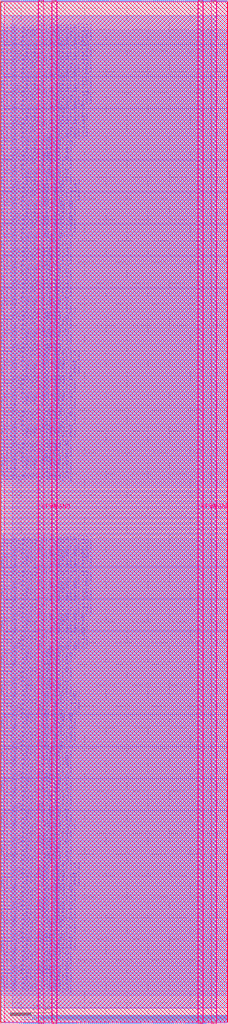
<source format=lef>
VERSION 5.7 ;
  NOWIREEXTENSIONATPIN ON ;
  DIVIDERCHAR "/" ;
  BUSBITCHARS "[]" ;
MACRO IHP_SRAM
  CLASS BLOCK ;
  FOREIGN IHP_SRAM ;
  ORIGIN 0.000 0.000 ;
  SIZE 108.000 BY 483.840 ;
  PIN ADDR_SRAM0
    DIRECTION OUTPUT ;
    USE SIGNAL ;
    ANTENNADIFFAREA 0.654800 ;
    PORT
      LAYER Metal2 ;
        RECT 107.550 102.700 108.000 103.100 ;
    END
  END ADDR_SRAM0
  PIN ADDR_SRAM1
    DIRECTION OUTPUT ;
    USE SIGNAL ;
    ANTENNADIFFAREA 0.654800 ;
    PORT
      LAYER Metal2 ;
        RECT 107.550 105.220 108.000 105.620 ;
    END
  END ADDR_SRAM1
  PIN ADDR_SRAM2
    DIRECTION OUTPUT ;
    USE SIGNAL ;
    ANTENNADIFFAREA 0.654800 ;
    PORT
      LAYER Metal2 ;
        RECT 107.550 107.740 108.000 108.140 ;
    END
  END ADDR_SRAM2
  PIN ADDR_SRAM3
    DIRECTION OUTPUT ;
    USE SIGNAL ;
    ANTENNADIFFAREA 0.654800 ;
    PORT
      LAYER Metal2 ;
        RECT 107.550 110.260 108.000 110.660 ;
    END
  END ADDR_SRAM3
  PIN ADDR_SRAM4
    DIRECTION OUTPUT ;
    USE SIGNAL ;
    ANTENNADIFFAREA 0.654800 ;
    PORT
      LAYER Metal2 ;
        RECT 107.550 112.780 108.000 113.180 ;
    END
  END ADDR_SRAM4
  PIN ADDR_SRAM5
    DIRECTION OUTPUT ;
    USE SIGNAL ;
    ANTENNADIFFAREA 0.654800 ;
    PORT
      LAYER Metal2 ;
        RECT 107.550 115.300 108.000 115.700 ;
    END
  END ADDR_SRAM5
  PIN ADDR_SRAM6
    DIRECTION OUTPUT ;
    USE SIGNAL ;
    ANTENNADIFFAREA 0.654800 ;
    PORT
      LAYER Metal2 ;
        RECT 107.550 117.820 108.000 118.220 ;
    END
  END ADDR_SRAM6
  PIN ADDR_SRAM7
    DIRECTION OUTPUT ;
    USE SIGNAL ;
    ANTENNADIFFAREA 0.654800 ;
    PORT
      LAYER Metal2 ;
        RECT 107.550 120.340 108.000 120.740 ;
    END
  END ADDR_SRAM7
  PIN ADDR_SRAM8
    DIRECTION OUTPUT ;
    USE SIGNAL ;
    ANTENNADIFFAREA 0.654800 ;
    PORT
      LAYER Metal2 ;
        RECT 107.550 122.860 108.000 123.260 ;
    END
  END ADDR_SRAM8
  PIN ADDR_SRAM9
    DIRECTION OUTPUT ;
    USE SIGNAL ;
    ANTENNADIFFAREA 0.654800 ;
    PORT
      LAYER Metal2 ;
        RECT 107.550 125.380 108.000 125.780 ;
    END
  END ADDR_SRAM9
  PIN BM_SRAM0
    DIRECTION OUTPUT ;
    USE SIGNAL ;
    ANTENNADIFFAREA 0.654800 ;
    PORT
      LAYER Metal2 ;
        RECT 107.550 127.900 108.000 128.300 ;
    END
  END BM_SRAM0
  PIN BM_SRAM1
    DIRECTION OUTPUT ;
    USE SIGNAL ;
    ANTENNADIFFAREA 0.654800 ;
    PORT
      LAYER Metal2 ;
        RECT 107.550 130.420 108.000 130.820 ;
    END
  END BM_SRAM1
  PIN BM_SRAM10
    DIRECTION OUTPUT ;
    USE SIGNAL ;
    ANTENNADIFFAREA 0.654800 ;
    PORT
      LAYER Metal2 ;
        RECT 107.550 153.100 108.000 153.500 ;
    END
  END BM_SRAM10
  PIN BM_SRAM11
    DIRECTION OUTPUT ;
    USE SIGNAL ;
    ANTENNADIFFAREA 0.654800 ;
    PORT
      LAYER Metal2 ;
        RECT 107.550 155.620 108.000 156.020 ;
    END
  END BM_SRAM11
  PIN BM_SRAM12
    DIRECTION OUTPUT ;
    USE SIGNAL ;
    ANTENNADIFFAREA 0.654800 ;
    PORT
      LAYER Metal2 ;
        RECT 107.550 158.140 108.000 158.540 ;
    END
  END BM_SRAM12
  PIN BM_SRAM13
    DIRECTION OUTPUT ;
    USE SIGNAL ;
    ANTENNADIFFAREA 0.654800 ;
    PORT
      LAYER Metal2 ;
        RECT 107.550 160.660 108.000 161.060 ;
    END
  END BM_SRAM13
  PIN BM_SRAM14
    DIRECTION OUTPUT ;
    USE SIGNAL ;
    ANTENNADIFFAREA 0.654800 ;
    PORT
      LAYER Metal2 ;
        RECT 107.550 163.180 108.000 163.580 ;
    END
  END BM_SRAM14
  PIN BM_SRAM15
    DIRECTION OUTPUT ;
    USE SIGNAL ;
    ANTENNADIFFAREA 0.654800 ;
    PORT
      LAYER Metal2 ;
        RECT 107.550 165.700 108.000 166.100 ;
    END
  END BM_SRAM15
  PIN BM_SRAM16
    DIRECTION OUTPUT ;
    USE SIGNAL ;
    ANTENNADIFFAREA 0.654800 ;
    PORT
      LAYER Metal2 ;
        RECT 107.550 168.220 108.000 168.620 ;
    END
  END BM_SRAM16
  PIN BM_SRAM17
    DIRECTION OUTPUT ;
    USE SIGNAL ;
    ANTENNADIFFAREA 0.654800 ;
    PORT
      LAYER Metal2 ;
        RECT 107.550 170.740 108.000 171.140 ;
    END
  END BM_SRAM17
  PIN BM_SRAM18
    DIRECTION OUTPUT ;
    USE SIGNAL ;
    ANTENNADIFFAREA 0.654800 ;
    PORT
      LAYER Metal2 ;
        RECT 107.550 173.260 108.000 173.660 ;
    END
  END BM_SRAM18
  PIN BM_SRAM19
    DIRECTION OUTPUT ;
    USE SIGNAL ;
    ANTENNADIFFAREA 0.654800 ;
    PORT
      LAYER Metal2 ;
        RECT 107.550 175.780 108.000 176.180 ;
    END
  END BM_SRAM19
  PIN BM_SRAM2
    DIRECTION OUTPUT ;
    USE SIGNAL ;
    ANTENNADIFFAREA 0.654800 ;
    PORT
      LAYER Metal2 ;
        RECT 107.550 132.940 108.000 133.340 ;
    END
  END BM_SRAM2
  PIN BM_SRAM20
    DIRECTION OUTPUT ;
    USE SIGNAL ;
    ANTENNADIFFAREA 0.654800 ;
    PORT
      LAYER Metal2 ;
        RECT 107.550 178.300 108.000 178.700 ;
    END
  END BM_SRAM20
  PIN BM_SRAM21
    DIRECTION OUTPUT ;
    USE SIGNAL ;
    ANTENNADIFFAREA 0.654800 ;
    PORT
      LAYER Metal2 ;
        RECT 107.550 180.820 108.000 181.220 ;
    END
  END BM_SRAM21
  PIN BM_SRAM22
    DIRECTION OUTPUT ;
    USE SIGNAL ;
    ANTENNADIFFAREA 0.654800 ;
    PORT
      LAYER Metal2 ;
        RECT 107.550 183.340 108.000 183.740 ;
    END
  END BM_SRAM22
  PIN BM_SRAM23
    DIRECTION OUTPUT ;
    USE SIGNAL ;
    ANTENNADIFFAREA 0.654800 ;
    PORT
      LAYER Metal2 ;
        RECT 107.550 185.860 108.000 186.260 ;
    END
  END BM_SRAM23
  PIN BM_SRAM24
    DIRECTION OUTPUT ;
    USE SIGNAL ;
    ANTENNADIFFAREA 0.654800 ;
    PORT
      LAYER Metal2 ;
        RECT 107.550 188.380 108.000 188.780 ;
    END
  END BM_SRAM24
  PIN BM_SRAM25
    DIRECTION OUTPUT ;
    USE SIGNAL ;
    ANTENNADIFFAREA 0.654800 ;
    PORT
      LAYER Metal2 ;
        RECT 107.550 190.900 108.000 191.300 ;
    END
  END BM_SRAM25
  PIN BM_SRAM26
    DIRECTION OUTPUT ;
    USE SIGNAL ;
    ANTENNADIFFAREA 0.654800 ;
    PORT
      LAYER Metal2 ;
        RECT 107.550 193.420 108.000 193.820 ;
    END
  END BM_SRAM26
  PIN BM_SRAM27
    DIRECTION OUTPUT ;
    USE SIGNAL ;
    ANTENNADIFFAREA 0.654800 ;
    PORT
      LAYER Metal2 ;
        RECT 107.550 195.940 108.000 196.340 ;
    END
  END BM_SRAM27
  PIN BM_SRAM28
    DIRECTION OUTPUT ;
    USE SIGNAL ;
    ANTENNADIFFAREA 0.654800 ;
    PORT
      LAYER Metal2 ;
        RECT 107.550 198.460 108.000 198.860 ;
    END
  END BM_SRAM28
  PIN BM_SRAM29
    DIRECTION OUTPUT ;
    USE SIGNAL ;
    ANTENNADIFFAREA 0.654800 ;
    PORT
      LAYER Metal2 ;
        RECT 107.550 200.980 108.000 201.380 ;
    END
  END BM_SRAM29
  PIN BM_SRAM3
    DIRECTION OUTPUT ;
    USE SIGNAL ;
    ANTENNADIFFAREA 0.654800 ;
    PORT
      LAYER Metal2 ;
        RECT 107.550 135.460 108.000 135.860 ;
    END
  END BM_SRAM3
  PIN BM_SRAM30
    DIRECTION OUTPUT ;
    USE SIGNAL ;
    ANTENNADIFFAREA 0.654800 ;
    PORT
      LAYER Metal2 ;
        RECT 107.550 203.500 108.000 203.900 ;
    END
  END BM_SRAM30
  PIN BM_SRAM31
    DIRECTION OUTPUT ;
    USE SIGNAL ;
    ANTENNADIFFAREA 0.654800 ;
    PORT
      LAYER Metal2 ;
        RECT 107.550 206.020 108.000 206.420 ;
    END
  END BM_SRAM31
  PIN BM_SRAM4
    DIRECTION OUTPUT ;
    USE SIGNAL ;
    ANTENNADIFFAREA 0.654800 ;
    PORT
      LAYER Metal2 ;
        RECT 107.550 137.980 108.000 138.380 ;
    END
  END BM_SRAM4
  PIN BM_SRAM5
    DIRECTION OUTPUT ;
    USE SIGNAL ;
    ANTENNADIFFAREA 0.654800 ;
    PORT
      LAYER Metal2 ;
        RECT 107.550 140.500 108.000 140.900 ;
    END
  END BM_SRAM5
  PIN BM_SRAM6
    DIRECTION OUTPUT ;
    USE SIGNAL ;
    ANTENNADIFFAREA 0.654800 ;
    PORT
      LAYER Metal2 ;
        RECT 107.550 143.020 108.000 143.420 ;
    END
  END BM_SRAM6
  PIN BM_SRAM7
    DIRECTION OUTPUT ;
    USE SIGNAL ;
    ANTENNADIFFAREA 0.654800 ;
    PORT
      LAYER Metal2 ;
        RECT 107.550 145.540 108.000 145.940 ;
    END
  END BM_SRAM7
  PIN BM_SRAM8
    DIRECTION OUTPUT ;
    USE SIGNAL ;
    ANTENNADIFFAREA 0.654800 ;
    PORT
      LAYER Metal2 ;
        RECT 107.550 148.060 108.000 148.460 ;
    END
  END BM_SRAM8
  PIN BM_SRAM9
    DIRECTION OUTPUT ;
    USE SIGNAL ;
    ANTENNADIFFAREA 0.654800 ;
    PORT
      LAYER Metal2 ;
        RECT 107.550 150.580 108.000 150.980 ;
    END
  END BM_SRAM9
  PIN CLK_SRAM
    DIRECTION OUTPUT ;
    USE SIGNAL ;
    ANTENNADIFFAREA 0.654800 ;
    PORT
      LAYER Metal2 ;
        RECT 107.550 208.540 108.000 208.940 ;
    END
  END CLK_SRAM
  PIN CONFIGURED_top
    DIRECTION INPUT ;
    USE SIGNAL ;
    ANTENNAGATEAREA 0.180700 ;
    PORT
      LAYER Metal2 ;
        RECT 107.550 19.540 108.000 19.940 ;
    END
  END CONFIGURED_top
  PIN DIN_SRAM0
    DIRECTION OUTPUT ;
    USE SIGNAL ;
    ANTENNADIFFAREA 0.654800 ;
    PORT
      LAYER Metal2 ;
        RECT 107.550 211.060 108.000 211.460 ;
    END
  END DIN_SRAM0
  PIN DIN_SRAM1
    DIRECTION OUTPUT ;
    USE SIGNAL ;
    ANTENNADIFFAREA 0.654800 ;
    PORT
      LAYER Metal2 ;
        RECT 107.550 213.580 108.000 213.980 ;
    END
  END DIN_SRAM1
  PIN DIN_SRAM10
    DIRECTION OUTPUT ;
    USE SIGNAL ;
    ANTENNADIFFAREA 0.654800 ;
    PORT
      LAYER Metal2 ;
        RECT 107.550 236.260 108.000 236.660 ;
    END
  END DIN_SRAM10
  PIN DIN_SRAM11
    DIRECTION OUTPUT ;
    USE SIGNAL ;
    ANTENNADIFFAREA 0.654800 ;
    PORT
      LAYER Metal2 ;
        RECT 107.550 238.780 108.000 239.180 ;
    END
  END DIN_SRAM11
  PIN DIN_SRAM12
    DIRECTION OUTPUT ;
    USE SIGNAL ;
    ANTENNADIFFAREA 0.654800 ;
    PORT
      LAYER Metal2 ;
        RECT 107.550 241.300 108.000 241.700 ;
    END
  END DIN_SRAM12
  PIN DIN_SRAM13
    DIRECTION OUTPUT ;
    USE SIGNAL ;
    ANTENNADIFFAREA 0.654800 ;
    PORT
      LAYER Metal2 ;
        RECT 107.550 243.820 108.000 244.220 ;
    END
  END DIN_SRAM13
  PIN DIN_SRAM14
    DIRECTION OUTPUT ;
    USE SIGNAL ;
    ANTENNADIFFAREA 0.654800 ;
    PORT
      LAYER Metal2 ;
        RECT 107.550 246.340 108.000 246.740 ;
    END
  END DIN_SRAM14
  PIN DIN_SRAM15
    DIRECTION OUTPUT ;
    USE SIGNAL ;
    ANTENNADIFFAREA 0.654800 ;
    PORT
      LAYER Metal2 ;
        RECT 107.550 248.860 108.000 249.260 ;
    END
  END DIN_SRAM15
  PIN DIN_SRAM16
    DIRECTION OUTPUT ;
    USE SIGNAL ;
    ANTENNADIFFAREA 0.654800 ;
    PORT
      LAYER Metal2 ;
        RECT 107.550 251.380 108.000 251.780 ;
    END
  END DIN_SRAM16
  PIN DIN_SRAM17
    DIRECTION OUTPUT ;
    USE SIGNAL ;
    ANTENNADIFFAREA 0.654800 ;
    PORT
      LAYER Metal2 ;
        RECT 107.550 253.900 108.000 254.300 ;
    END
  END DIN_SRAM17
  PIN DIN_SRAM18
    DIRECTION OUTPUT ;
    USE SIGNAL ;
    ANTENNADIFFAREA 0.654800 ;
    PORT
      LAYER Metal2 ;
        RECT 107.550 256.420 108.000 256.820 ;
    END
  END DIN_SRAM18
  PIN DIN_SRAM19
    DIRECTION OUTPUT ;
    USE SIGNAL ;
    ANTENNADIFFAREA 0.654800 ;
    PORT
      LAYER Metal2 ;
        RECT 107.550 258.940 108.000 259.340 ;
    END
  END DIN_SRAM19
  PIN DIN_SRAM2
    DIRECTION OUTPUT ;
    USE SIGNAL ;
    ANTENNADIFFAREA 0.654800 ;
    PORT
      LAYER Metal2 ;
        RECT 107.550 216.100 108.000 216.500 ;
    END
  END DIN_SRAM2
  PIN DIN_SRAM20
    DIRECTION OUTPUT ;
    USE SIGNAL ;
    ANTENNADIFFAREA 0.654800 ;
    PORT
      LAYER Metal2 ;
        RECT 107.550 261.460 108.000 261.860 ;
    END
  END DIN_SRAM20
  PIN DIN_SRAM21
    DIRECTION OUTPUT ;
    USE SIGNAL ;
    ANTENNADIFFAREA 0.654800 ;
    PORT
      LAYER Metal2 ;
        RECT 107.550 263.980 108.000 264.380 ;
    END
  END DIN_SRAM21
  PIN DIN_SRAM22
    DIRECTION OUTPUT ;
    USE SIGNAL ;
    ANTENNADIFFAREA 0.654800 ;
    PORT
      LAYER Metal2 ;
        RECT 107.550 266.500 108.000 266.900 ;
    END
  END DIN_SRAM22
  PIN DIN_SRAM23
    DIRECTION OUTPUT ;
    USE SIGNAL ;
    ANTENNADIFFAREA 0.654800 ;
    PORT
      LAYER Metal2 ;
        RECT 107.550 269.020 108.000 269.420 ;
    END
  END DIN_SRAM23
  PIN DIN_SRAM24
    DIRECTION OUTPUT ;
    USE SIGNAL ;
    ANTENNADIFFAREA 0.654800 ;
    PORT
      LAYER Metal2 ;
        RECT 107.550 271.540 108.000 271.940 ;
    END
  END DIN_SRAM24
  PIN DIN_SRAM25
    DIRECTION OUTPUT ;
    USE SIGNAL ;
    ANTENNADIFFAREA 0.654800 ;
    PORT
      LAYER Metal2 ;
        RECT 107.550 274.060 108.000 274.460 ;
    END
  END DIN_SRAM25
  PIN DIN_SRAM26
    DIRECTION OUTPUT ;
    USE SIGNAL ;
    ANTENNADIFFAREA 0.654800 ;
    PORT
      LAYER Metal2 ;
        RECT 107.550 276.580 108.000 276.980 ;
    END
  END DIN_SRAM26
  PIN DIN_SRAM27
    DIRECTION OUTPUT ;
    USE SIGNAL ;
    ANTENNADIFFAREA 0.654800 ;
    PORT
      LAYER Metal2 ;
        RECT 107.550 279.100 108.000 279.500 ;
    END
  END DIN_SRAM27
  PIN DIN_SRAM28
    DIRECTION OUTPUT ;
    USE SIGNAL ;
    ANTENNADIFFAREA 0.654800 ;
    PORT
      LAYER Metal2 ;
        RECT 107.550 281.620 108.000 282.020 ;
    END
  END DIN_SRAM28
  PIN DIN_SRAM29
    DIRECTION OUTPUT ;
    USE SIGNAL ;
    ANTENNADIFFAREA 0.654800 ;
    PORT
      LAYER Metal2 ;
        RECT 107.550 284.140 108.000 284.540 ;
    END
  END DIN_SRAM29
  PIN DIN_SRAM3
    DIRECTION OUTPUT ;
    USE SIGNAL ;
    ANTENNADIFFAREA 0.654800 ;
    PORT
      LAYER Metal2 ;
        RECT 107.550 218.620 108.000 219.020 ;
    END
  END DIN_SRAM3
  PIN DIN_SRAM30
    DIRECTION OUTPUT ;
    USE SIGNAL ;
    ANTENNADIFFAREA 0.654800 ;
    PORT
      LAYER Metal2 ;
        RECT 107.550 286.660 108.000 287.060 ;
    END
  END DIN_SRAM30
  PIN DIN_SRAM31
    DIRECTION OUTPUT ;
    USE SIGNAL ;
    ANTENNADIFFAREA 0.654800 ;
    PORT
      LAYER Metal2 ;
        RECT 107.550 289.180 108.000 289.580 ;
    END
  END DIN_SRAM31
  PIN DIN_SRAM4
    DIRECTION OUTPUT ;
    USE SIGNAL ;
    ANTENNADIFFAREA 0.654800 ;
    PORT
      LAYER Metal2 ;
        RECT 107.550 221.140 108.000 221.540 ;
    END
  END DIN_SRAM4
  PIN DIN_SRAM5
    DIRECTION OUTPUT ;
    USE SIGNAL ;
    ANTENNADIFFAREA 0.654800 ;
    PORT
      LAYER Metal2 ;
        RECT 107.550 223.660 108.000 224.060 ;
    END
  END DIN_SRAM5
  PIN DIN_SRAM6
    DIRECTION OUTPUT ;
    USE SIGNAL ;
    ANTENNADIFFAREA 0.654800 ;
    PORT
      LAYER Metal2 ;
        RECT 107.550 226.180 108.000 226.580 ;
    END
  END DIN_SRAM6
  PIN DIN_SRAM7
    DIRECTION OUTPUT ;
    USE SIGNAL ;
    ANTENNADIFFAREA 0.654800 ;
    PORT
      LAYER Metal2 ;
        RECT 107.550 228.700 108.000 229.100 ;
    END
  END DIN_SRAM7
  PIN DIN_SRAM8
    DIRECTION OUTPUT ;
    USE SIGNAL ;
    ANTENNADIFFAREA 0.654800 ;
    PORT
      LAYER Metal2 ;
        RECT 107.550 231.220 108.000 231.620 ;
    END
  END DIN_SRAM8
  PIN DIN_SRAM9
    DIRECTION OUTPUT ;
    USE SIGNAL ;
    ANTENNADIFFAREA 0.654800 ;
    PORT
      LAYER Metal2 ;
        RECT 107.550 233.740 108.000 234.140 ;
    END
  END DIN_SRAM9
  PIN DOUT_SRAM0
    DIRECTION INPUT ;
    USE SIGNAL ;
    ANTENNAGATEAREA 0.180700 ;
    PORT
      LAYER Metal2 ;
        RECT 107.550 22.060 108.000 22.460 ;
    END
  END DOUT_SRAM0
  PIN DOUT_SRAM1
    DIRECTION INPUT ;
    USE SIGNAL ;
    ANTENNAGATEAREA 0.180700 ;
    PORT
      LAYER Metal2 ;
        RECT 107.550 24.580 108.000 24.980 ;
    END
  END DOUT_SRAM1
  PIN DOUT_SRAM10
    DIRECTION INPUT ;
    USE SIGNAL ;
    ANTENNAGATEAREA 0.180700 ;
    PORT
      LAYER Metal2 ;
        RECT 107.550 47.260 108.000 47.660 ;
    END
  END DOUT_SRAM10
  PIN DOUT_SRAM11
    DIRECTION INPUT ;
    USE SIGNAL ;
    ANTENNAGATEAREA 0.180700 ;
    PORT
      LAYER Metal2 ;
        RECT 107.550 49.780 108.000 50.180 ;
    END
  END DOUT_SRAM11
  PIN DOUT_SRAM12
    DIRECTION INPUT ;
    USE SIGNAL ;
    ANTENNAGATEAREA 0.180700 ;
    PORT
      LAYER Metal2 ;
        RECT 107.550 52.300 108.000 52.700 ;
    END
  END DOUT_SRAM12
  PIN DOUT_SRAM13
    DIRECTION INPUT ;
    USE SIGNAL ;
    ANTENNAGATEAREA 0.180700 ;
    PORT
      LAYER Metal2 ;
        RECT 107.550 54.820 108.000 55.220 ;
    END
  END DOUT_SRAM13
  PIN DOUT_SRAM14
    DIRECTION INPUT ;
    USE SIGNAL ;
    ANTENNAGATEAREA 0.180700 ;
    PORT
      LAYER Metal2 ;
        RECT 107.550 57.340 108.000 57.740 ;
    END
  END DOUT_SRAM14
  PIN DOUT_SRAM15
    DIRECTION INPUT ;
    USE SIGNAL ;
    ANTENNAGATEAREA 0.180700 ;
    PORT
      LAYER Metal2 ;
        RECT 107.550 59.860 108.000 60.260 ;
    END
  END DOUT_SRAM15
  PIN DOUT_SRAM16
    DIRECTION INPUT ;
    USE SIGNAL ;
    ANTENNAGATEAREA 0.180700 ;
    PORT
      LAYER Metal2 ;
        RECT 107.550 62.380 108.000 62.780 ;
    END
  END DOUT_SRAM16
  PIN DOUT_SRAM17
    DIRECTION INPUT ;
    USE SIGNAL ;
    ANTENNAGATEAREA 0.180700 ;
    PORT
      LAYER Metal2 ;
        RECT 107.550 64.900 108.000 65.300 ;
    END
  END DOUT_SRAM17
  PIN DOUT_SRAM18
    DIRECTION INPUT ;
    USE SIGNAL ;
    ANTENNAGATEAREA 0.180700 ;
    PORT
      LAYER Metal2 ;
        RECT 107.550 67.420 108.000 67.820 ;
    END
  END DOUT_SRAM18
  PIN DOUT_SRAM19
    DIRECTION INPUT ;
    USE SIGNAL ;
    ANTENNAGATEAREA 0.180700 ;
    PORT
      LAYER Metal2 ;
        RECT 107.550 69.940 108.000 70.340 ;
    END
  END DOUT_SRAM19
  PIN DOUT_SRAM2
    DIRECTION INPUT ;
    USE SIGNAL ;
    ANTENNAGATEAREA 0.180700 ;
    PORT
      LAYER Metal2 ;
        RECT 107.550 27.100 108.000 27.500 ;
    END
  END DOUT_SRAM2
  PIN DOUT_SRAM20
    DIRECTION INPUT ;
    USE SIGNAL ;
    ANTENNAGATEAREA 0.180700 ;
    PORT
      LAYER Metal2 ;
        RECT 107.550 72.460 108.000 72.860 ;
    END
  END DOUT_SRAM20
  PIN DOUT_SRAM21
    DIRECTION INPUT ;
    USE SIGNAL ;
    ANTENNAGATEAREA 0.180700 ;
    PORT
      LAYER Metal2 ;
        RECT 107.550 74.980 108.000 75.380 ;
    END
  END DOUT_SRAM21
  PIN DOUT_SRAM22
    DIRECTION INPUT ;
    USE SIGNAL ;
    ANTENNAGATEAREA 0.180700 ;
    PORT
      LAYER Metal2 ;
        RECT 107.550 77.500 108.000 77.900 ;
    END
  END DOUT_SRAM22
  PIN DOUT_SRAM23
    DIRECTION INPUT ;
    USE SIGNAL ;
    ANTENNAGATEAREA 0.180700 ;
    PORT
      LAYER Metal2 ;
        RECT 107.550 80.020 108.000 80.420 ;
    END
  END DOUT_SRAM23
  PIN DOUT_SRAM24
    DIRECTION INPUT ;
    USE SIGNAL ;
    ANTENNAGATEAREA 0.180700 ;
    PORT
      LAYER Metal2 ;
        RECT 107.550 82.540 108.000 82.940 ;
    END
  END DOUT_SRAM24
  PIN DOUT_SRAM25
    DIRECTION INPUT ;
    USE SIGNAL ;
    ANTENNAGATEAREA 0.180700 ;
    PORT
      LAYER Metal2 ;
        RECT 107.550 85.060 108.000 85.460 ;
    END
  END DOUT_SRAM25
  PIN DOUT_SRAM26
    DIRECTION INPUT ;
    USE SIGNAL ;
    ANTENNAGATEAREA 0.180700 ;
    PORT
      LAYER Metal2 ;
        RECT 107.550 87.580 108.000 87.980 ;
    END
  END DOUT_SRAM26
  PIN DOUT_SRAM27
    DIRECTION INPUT ;
    USE SIGNAL ;
    ANTENNAGATEAREA 0.180700 ;
    PORT
      LAYER Metal2 ;
        RECT 107.550 90.100 108.000 90.500 ;
    END
  END DOUT_SRAM27
  PIN DOUT_SRAM28
    DIRECTION INPUT ;
    USE SIGNAL ;
    ANTENNAGATEAREA 0.180700 ;
    PORT
      LAYER Metal2 ;
        RECT 107.550 92.620 108.000 93.020 ;
    END
  END DOUT_SRAM28
  PIN DOUT_SRAM29
    DIRECTION INPUT ;
    USE SIGNAL ;
    ANTENNAGATEAREA 0.180700 ;
    PORT
      LAYER Metal2 ;
        RECT 107.550 95.140 108.000 95.540 ;
    END
  END DOUT_SRAM29
  PIN DOUT_SRAM3
    DIRECTION INPUT ;
    USE SIGNAL ;
    ANTENNAGATEAREA 0.180700 ;
    PORT
      LAYER Metal2 ;
        RECT 107.550 29.620 108.000 30.020 ;
    END
  END DOUT_SRAM3
  PIN DOUT_SRAM30
    DIRECTION INPUT ;
    USE SIGNAL ;
    ANTENNAGATEAREA 0.180700 ;
    PORT
      LAYER Metal2 ;
        RECT 107.550 97.660 108.000 98.060 ;
    END
  END DOUT_SRAM30
  PIN DOUT_SRAM31
    DIRECTION INPUT ;
    USE SIGNAL ;
    ANTENNAGATEAREA 0.180700 ;
    PORT
      LAYER Metal2 ;
        RECT 107.550 100.180 108.000 100.580 ;
    END
  END DOUT_SRAM31
  PIN DOUT_SRAM4
    DIRECTION INPUT ;
    USE SIGNAL ;
    ANTENNAGATEAREA 0.180700 ;
    PORT
      LAYER Metal2 ;
        RECT 107.550 32.140 108.000 32.540 ;
    END
  END DOUT_SRAM4
  PIN DOUT_SRAM5
    DIRECTION INPUT ;
    USE SIGNAL ;
    ANTENNAGATEAREA 0.180700 ;
    PORT
      LAYER Metal2 ;
        RECT 107.550 34.660 108.000 35.060 ;
    END
  END DOUT_SRAM5
  PIN DOUT_SRAM6
    DIRECTION INPUT ;
    USE SIGNAL ;
    ANTENNAGATEAREA 0.180700 ;
    PORT
      LAYER Metal2 ;
        RECT 107.550 37.180 108.000 37.580 ;
    END
  END DOUT_SRAM6
  PIN DOUT_SRAM7
    DIRECTION INPUT ;
    USE SIGNAL ;
    ANTENNAGATEAREA 0.180700 ;
    PORT
      LAYER Metal2 ;
        RECT 107.550 39.700 108.000 40.100 ;
    END
  END DOUT_SRAM7
  PIN DOUT_SRAM8
    DIRECTION INPUT ;
    USE SIGNAL ;
    ANTENNAGATEAREA 0.180700 ;
    PORT
      LAYER Metal2 ;
        RECT 107.550 42.220 108.000 42.620 ;
    END
  END DOUT_SRAM8
  PIN DOUT_SRAM9
    DIRECTION INPUT ;
    USE SIGNAL ;
    ANTENNAGATEAREA 0.180700 ;
    PORT
      LAYER Metal2 ;
        RECT 107.550 44.740 108.000 45.140 ;
    END
  END DOUT_SRAM9
  PIN MEN_SRAM
    DIRECTION OUTPUT ;
    USE SIGNAL ;
    ANTENNADIFFAREA 0.654800 ;
    PORT
      LAYER Metal2 ;
        RECT 107.550 291.700 108.000 292.100 ;
    END
  END MEN_SRAM
  PIN REN_SRAM
    DIRECTION OUTPUT ;
    USE SIGNAL ;
    ANTENNADIFFAREA 0.654800 ;
    PORT
      LAYER Metal2 ;
        RECT 107.550 294.220 108.000 294.620 ;
    END
  END REN_SRAM
  PIN TIE_HIGH_SRAM
    DIRECTION OUTPUT ;
    USE SIGNAL ;
    ANTENNADIFFAREA 0.392700 ;
    PORT
      LAYER Metal2 ;
        RECT 107.550 296.740 108.000 297.140 ;
    END
  END TIE_HIGH_SRAM
  PIN TIE_LOW_SRAM
    DIRECTION OUTPUT ;
    USE SIGNAL ;
    ANTENNADIFFAREA 0.299200 ;
    PORT
      LAYER Metal2 ;
        RECT 107.550 299.260 108.000 299.660 ;
    END
  END TIE_LOW_SRAM
  PIN Tile_X0Y0_E1END[0]
    DIRECTION INPUT ;
    USE SIGNAL ;
    ANTENNAGATEAREA 0.180700 ;
    PORT
      LAYER Metal2 ;
        RECT 0.000 336.220 0.450 336.620 ;
    END
  END Tile_X0Y0_E1END[0]
  PIN Tile_X0Y0_E1END[1]
    DIRECTION INPUT ;
    USE SIGNAL ;
    ANTENNAGATEAREA 0.180700 ;
    PORT
      LAYER Metal2 ;
        RECT 0.000 337.900 0.450 338.300 ;
    END
  END Tile_X0Y0_E1END[1]
  PIN Tile_X0Y0_E1END[2]
    DIRECTION INPUT ;
    USE SIGNAL ;
    ANTENNAGATEAREA 0.180700 ;
    PORT
      LAYER Metal2 ;
        RECT 0.000 339.580 0.450 339.980 ;
    END
  END Tile_X0Y0_E1END[2]
  PIN Tile_X0Y0_E1END[3]
    DIRECTION INPUT ;
    USE SIGNAL ;
    ANTENNAGATEAREA 0.180700 ;
    PORT
      LAYER Metal2 ;
        RECT 0.000 341.260 0.450 341.660 ;
    END
  END Tile_X0Y0_E1END[3]
  PIN Tile_X0Y0_E2END[0]
    DIRECTION INPUT ;
    USE SIGNAL ;
    ANTENNAGATEAREA 0.180700 ;
    PORT
      LAYER Metal2 ;
        RECT 0.000 356.380 0.450 356.780 ;
    END
  END Tile_X0Y0_E2END[0]
  PIN Tile_X0Y0_E2END[1]
    DIRECTION INPUT ;
    USE SIGNAL ;
    ANTENNAGATEAREA 0.180700 ;
    PORT
      LAYER Metal2 ;
        RECT 0.000 358.060 0.450 358.460 ;
    END
  END Tile_X0Y0_E2END[1]
  PIN Tile_X0Y0_E2END[2]
    DIRECTION INPUT ;
    USE SIGNAL ;
    ANTENNAGATEAREA 0.180700 ;
    PORT
      LAYER Metal2 ;
        RECT 0.000 359.740 0.450 360.140 ;
    END
  END Tile_X0Y0_E2END[2]
  PIN Tile_X0Y0_E2END[3]
    DIRECTION INPUT ;
    USE SIGNAL ;
    ANTENNAGATEAREA 0.180700 ;
    PORT
      LAYER Metal2 ;
        RECT 0.000 361.420 0.450 361.820 ;
    END
  END Tile_X0Y0_E2END[3]
  PIN Tile_X0Y0_E2END[4]
    DIRECTION INPUT ;
    USE SIGNAL ;
    ANTENNAGATEAREA 0.180700 ;
    PORT
      LAYER Metal2 ;
        RECT 0.000 363.100 0.450 363.500 ;
    END
  END Tile_X0Y0_E2END[4]
  PIN Tile_X0Y0_E2END[5]
    DIRECTION INPUT ;
    USE SIGNAL ;
    ANTENNAGATEAREA 0.180700 ;
    PORT
      LAYER Metal2 ;
        RECT 0.000 364.780 0.450 365.180 ;
    END
  END Tile_X0Y0_E2END[5]
  PIN Tile_X0Y0_E2END[6]
    DIRECTION INPUT ;
    USE SIGNAL ;
    ANTENNAGATEAREA 0.180700 ;
    PORT
      LAYER Metal2 ;
        RECT 0.000 366.460 0.450 366.860 ;
    END
  END Tile_X0Y0_E2END[6]
  PIN Tile_X0Y0_E2END[7]
    DIRECTION INPUT ;
    USE SIGNAL ;
    ANTENNAGATEAREA 0.180700 ;
    PORT
      LAYER Metal2 ;
        RECT 0.000 368.140 0.450 368.540 ;
    END
  END Tile_X0Y0_E2END[7]
  PIN Tile_X0Y0_E2MID[0]
    DIRECTION INPUT ;
    USE SIGNAL ;
    ANTENNAGATEAREA 0.180700 ;
    PORT
      LAYER Metal2 ;
        RECT 0.000 342.940 0.450 343.340 ;
    END
  END Tile_X0Y0_E2MID[0]
  PIN Tile_X0Y0_E2MID[1]
    DIRECTION INPUT ;
    USE SIGNAL ;
    ANTENNAGATEAREA 0.180700 ;
    PORT
      LAYER Metal2 ;
        RECT 0.000 344.620 0.450 345.020 ;
    END
  END Tile_X0Y0_E2MID[1]
  PIN Tile_X0Y0_E2MID[2]
    DIRECTION INPUT ;
    USE SIGNAL ;
    ANTENNAGATEAREA 0.180700 ;
    PORT
      LAYER Metal2 ;
        RECT 0.000 346.300 0.450 346.700 ;
    END
  END Tile_X0Y0_E2MID[2]
  PIN Tile_X0Y0_E2MID[3]
    DIRECTION INPUT ;
    USE SIGNAL ;
    ANTENNAGATEAREA 0.180700 ;
    PORT
      LAYER Metal2 ;
        RECT 0.000 347.980 0.450 348.380 ;
    END
  END Tile_X0Y0_E2MID[3]
  PIN Tile_X0Y0_E2MID[4]
    DIRECTION INPUT ;
    USE SIGNAL ;
    ANTENNAGATEAREA 0.180700 ;
    PORT
      LAYER Metal2 ;
        RECT 0.000 349.660 0.450 350.060 ;
    END
  END Tile_X0Y0_E2MID[4]
  PIN Tile_X0Y0_E2MID[5]
    DIRECTION INPUT ;
    USE SIGNAL ;
    ANTENNAGATEAREA 0.180700 ;
    PORT
      LAYER Metal2 ;
        RECT 0.000 351.340 0.450 351.740 ;
    END
  END Tile_X0Y0_E2MID[5]
  PIN Tile_X0Y0_E2MID[6]
    DIRECTION INPUT ;
    USE SIGNAL ;
    ANTENNAGATEAREA 0.180700 ;
    PORT
      LAYER Metal2 ;
        RECT 0.000 353.020 0.450 353.420 ;
    END
  END Tile_X0Y0_E2MID[6]
  PIN Tile_X0Y0_E2MID[7]
    DIRECTION INPUT ;
    USE SIGNAL ;
    ANTENNAGATEAREA 0.180700 ;
    PORT
      LAYER Metal2 ;
        RECT 0.000 354.700 0.450 355.100 ;
    END
  END Tile_X0Y0_E2MID[7]
  PIN Tile_X0Y0_E6END[0]
    DIRECTION INPUT ;
    USE SIGNAL ;
    ANTENNAGATEAREA 0.180700 ;
    PORT
      LAYER Metal2 ;
        RECT 0.000 396.700 0.450 397.100 ;
    END
  END Tile_X0Y0_E6END[0]
  PIN Tile_X0Y0_E6END[10]
    DIRECTION INPUT ;
    USE SIGNAL ;
    ANTENNAGATEAREA 0.180700 ;
    PORT
      LAYER Metal2 ;
        RECT 0.000 413.500 0.450 413.900 ;
    END
  END Tile_X0Y0_E6END[10]
  PIN Tile_X0Y0_E6END[11]
    DIRECTION INPUT ;
    USE SIGNAL ;
    ANTENNAGATEAREA 0.180700 ;
    PORT
      LAYER Metal2 ;
        RECT 0.000 415.180 0.450 415.580 ;
    END
  END Tile_X0Y0_E6END[11]
  PIN Tile_X0Y0_E6END[1]
    DIRECTION INPUT ;
    USE SIGNAL ;
    ANTENNAGATEAREA 0.180700 ;
    PORT
      LAYER Metal2 ;
        RECT 0.000 398.380 0.450 398.780 ;
    END
  END Tile_X0Y0_E6END[1]
  PIN Tile_X0Y0_E6END[2]
    DIRECTION INPUT ;
    USE SIGNAL ;
    ANTENNAGATEAREA 0.180700 ;
    PORT
      LAYER Metal2 ;
        RECT 0.000 400.060 0.450 400.460 ;
    END
  END Tile_X0Y0_E6END[2]
  PIN Tile_X0Y0_E6END[3]
    DIRECTION INPUT ;
    USE SIGNAL ;
    ANTENNAGATEAREA 0.180700 ;
    PORT
      LAYER Metal2 ;
        RECT 0.000 401.740 0.450 402.140 ;
    END
  END Tile_X0Y0_E6END[3]
  PIN Tile_X0Y0_E6END[4]
    DIRECTION INPUT ;
    USE SIGNAL ;
    ANTENNAGATEAREA 0.180700 ;
    PORT
      LAYER Metal2 ;
        RECT 0.000 403.420 0.450 403.820 ;
    END
  END Tile_X0Y0_E6END[4]
  PIN Tile_X0Y0_E6END[5]
    DIRECTION INPUT ;
    USE SIGNAL ;
    ANTENNAGATEAREA 0.180700 ;
    PORT
      LAYER Metal2 ;
        RECT 0.000 405.100 0.450 405.500 ;
    END
  END Tile_X0Y0_E6END[5]
  PIN Tile_X0Y0_E6END[6]
    DIRECTION INPUT ;
    USE SIGNAL ;
    ANTENNAGATEAREA 0.180700 ;
    PORT
      LAYER Metal2 ;
        RECT 0.000 406.780 0.450 407.180 ;
    END
  END Tile_X0Y0_E6END[6]
  PIN Tile_X0Y0_E6END[7]
    DIRECTION INPUT ;
    USE SIGNAL ;
    ANTENNAGATEAREA 0.180700 ;
    PORT
      LAYER Metal2 ;
        RECT 0.000 408.460 0.450 408.860 ;
    END
  END Tile_X0Y0_E6END[7]
  PIN Tile_X0Y0_E6END[8]
    DIRECTION INPUT ;
    USE SIGNAL ;
    ANTENNAGATEAREA 0.180700 ;
    PORT
      LAYER Metal2 ;
        RECT 0.000 410.140 0.450 410.540 ;
    END
  END Tile_X0Y0_E6END[8]
  PIN Tile_X0Y0_E6END[9]
    DIRECTION INPUT ;
    USE SIGNAL ;
    ANTENNAGATEAREA 0.180700 ;
    PORT
      LAYER Metal2 ;
        RECT 0.000 411.820 0.450 412.220 ;
    END
  END Tile_X0Y0_E6END[9]
  PIN Tile_X0Y0_EE4END[0]
    DIRECTION INPUT ;
    USE SIGNAL ;
    ANTENNAGATEAREA 0.180700 ;
    PORT
      LAYER Metal2 ;
        RECT 0.000 369.820 0.450 370.220 ;
    END
  END Tile_X0Y0_EE4END[0]
  PIN Tile_X0Y0_EE4END[10]
    DIRECTION INPUT ;
    USE SIGNAL ;
    ANTENNAGATEAREA 0.180700 ;
    PORT
      LAYER Metal2 ;
        RECT 0.000 386.620 0.450 387.020 ;
    END
  END Tile_X0Y0_EE4END[10]
  PIN Tile_X0Y0_EE4END[11]
    DIRECTION INPUT ;
    USE SIGNAL ;
    ANTENNAGATEAREA 0.180700 ;
    PORT
      LAYER Metal2 ;
        RECT 0.000 388.300 0.450 388.700 ;
    END
  END Tile_X0Y0_EE4END[11]
  PIN Tile_X0Y0_EE4END[12]
    DIRECTION INPUT ;
    USE SIGNAL ;
    ANTENNAGATEAREA 0.180700 ;
    PORT
      LAYER Metal2 ;
        RECT 0.000 389.980 0.450 390.380 ;
    END
  END Tile_X0Y0_EE4END[12]
  PIN Tile_X0Y0_EE4END[13]
    DIRECTION INPUT ;
    USE SIGNAL ;
    ANTENNAGATEAREA 0.180700 ;
    PORT
      LAYER Metal2 ;
        RECT 0.000 391.660 0.450 392.060 ;
    END
  END Tile_X0Y0_EE4END[13]
  PIN Tile_X0Y0_EE4END[14]
    DIRECTION INPUT ;
    USE SIGNAL ;
    ANTENNAGATEAREA 0.180700 ;
    PORT
      LAYER Metal2 ;
        RECT 0.000 393.340 0.450 393.740 ;
    END
  END Tile_X0Y0_EE4END[14]
  PIN Tile_X0Y0_EE4END[15]
    DIRECTION INPUT ;
    USE SIGNAL ;
    ANTENNAGATEAREA 0.180700 ;
    PORT
      LAYER Metal2 ;
        RECT 0.000 395.020 0.450 395.420 ;
    END
  END Tile_X0Y0_EE4END[15]
  PIN Tile_X0Y0_EE4END[1]
    DIRECTION INPUT ;
    USE SIGNAL ;
    ANTENNAGATEAREA 0.180700 ;
    PORT
      LAYER Metal2 ;
        RECT 0.000 371.500 0.450 371.900 ;
    END
  END Tile_X0Y0_EE4END[1]
  PIN Tile_X0Y0_EE4END[2]
    DIRECTION INPUT ;
    USE SIGNAL ;
    ANTENNAGATEAREA 0.180700 ;
    PORT
      LAYER Metal2 ;
        RECT 0.000 373.180 0.450 373.580 ;
    END
  END Tile_X0Y0_EE4END[2]
  PIN Tile_X0Y0_EE4END[3]
    DIRECTION INPUT ;
    USE SIGNAL ;
    ANTENNAGATEAREA 0.180700 ;
    PORT
      LAYER Metal2 ;
        RECT 0.000 374.860 0.450 375.260 ;
    END
  END Tile_X0Y0_EE4END[3]
  PIN Tile_X0Y0_EE4END[4]
    DIRECTION INPUT ;
    USE SIGNAL ;
    ANTENNAGATEAREA 0.180700 ;
    PORT
      LAYER Metal2 ;
        RECT 0.000 376.540 0.450 376.940 ;
    END
  END Tile_X0Y0_EE4END[4]
  PIN Tile_X0Y0_EE4END[5]
    DIRECTION INPUT ;
    USE SIGNAL ;
    ANTENNAGATEAREA 0.180700 ;
    PORT
      LAYER Metal2 ;
        RECT 0.000 378.220 0.450 378.620 ;
    END
  END Tile_X0Y0_EE4END[5]
  PIN Tile_X0Y0_EE4END[6]
    DIRECTION INPUT ;
    USE SIGNAL ;
    ANTENNAGATEAREA 0.180700 ;
    PORT
      LAYER Metal2 ;
        RECT 0.000 379.900 0.450 380.300 ;
    END
  END Tile_X0Y0_EE4END[6]
  PIN Tile_X0Y0_EE4END[7]
    DIRECTION INPUT ;
    USE SIGNAL ;
    ANTENNAGATEAREA 0.180700 ;
    PORT
      LAYER Metal2 ;
        RECT 0.000 381.580 0.450 381.980 ;
    END
  END Tile_X0Y0_EE4END[7]
  PIN Tile_X0Y0_EE4END[8]
    DIRECTION INPUT ;
    USE SIGNAL ;
    ANTENNAGATEAREA 0.180700 ;
    PORT
      LAYER Metal2 ;
        RECT 0.000 383.260 0.450 383.660 ;
    END
  END Tile_X0Y0_EE4END[8]
  PIN Tile_X0Y0_EE4END[9]
    DIRECTION INPUT ;
    USE SIGNAL ;
    ANTENNAGATEAREA 0.180700 ;
    PORT
      LAYER Metal2 ;
        RECT 0.000 384.940 0.450 385.340 ;
    END
  END Tile_X0Y0_EE4END[9]
  PIN Tile_X0Y0_FrameData[0]
    DIRECTION INPUT ;
    USE SIGNAL ;
    ANTENNAGATEAREA 0.180700 ;
    PORT
      LAYER Metal2 ;
        RECT 0.000 416.860 0.450 417.260 ;
    END
  END Tile_X0Y0_FrameData[0]
  PIN Tile_X0Y0_FrameData[10]
    DIRECTION INPUT ;
    USE SIGNAL ;
    ANTENNAGATEAREA 0.180700 ;
    PORT
      LAYER Metal2 ;
        RECT 0.000 433.660 0.450 434.060 ;
    END
  END Tile_X0Y0_FrameData[10]
  PIN Tile_X0Y0_FrameData[11]
    DIRECTION INPUT ;
    USE SIGNAL ;
    ANTENNAGATEAREA 0.180700 ;
    PORT
      LAYER Metal2 ;
        RECT 0.000 435.340 0.450 435.740 ;
    END
  END Tile_X0Y0_FrameData[11]
  PIN Tile_X0Y0_FrameData[12]
    DIRECTION INPUT ;
    USE SIGNAL ;
    ANTENNAGATEAREA 0.180700 ;
    PORT
      LAYER Metal2 ;
        RECT 0.000 437.020 0.450 437.420 ;
    END
  END Tile_X0Y0_FrameData[12]
  PIN Tile_X0Y0_FrameData[13]
    DIRECTION INPUT ;
    USE SIGNAL ;
    ANTENNAGATEAREA 0.180700 ;
    PORT
      LAYER Metal2 ;
        RECT 0.000 438.700 0.450 439.100 ;
    END
  END Tile_X0Y0_FrameData[13]
  PIN Tile_X0Y0_FrameData[14]
    DIRECTION INPUT ;
    USE SIGNAL ;
    ANTENNAGATEAREA 0.180700 ;
    PORT
      LAYER Metal2 ;
        RECT 0.000 440.380 0.450 440.780 ;
    END
  END Tile_X0Y0_FrameData[14]
  PIN Tile_X0Y0_FrameData[15]
    DIRECTION INPUT ;
    USE SIGNAL ;
    ANTENNAGATEAREA 0.180700 ;
    PORT
      LAYER Metal2 ;
        RECT 0.000 442.060 0.450 442.460 ;
    END
  END Tile_X0Y0_FrameData[15]
  PIN Tile_X0Y0_FrameData[16]
    DIRECTION INPUT ;
    USE SIGNAL ;
    ANTENNAGATEAREA 0.180700 ;
    PORT
      LAYER Metal2 ;
        RECT 0.000 443.740 0.450 444.140 ;
    END
  END Tile_X0Y0_FrameData[16]
  PIN Tile_X0Y0_FrameData[17]
    DIRECTION INPUT ;
    USE SIGNAL ;
    ANTENNAGATEAREA 0.180700 ;
    PORT
      LAYER Metal2 ;
        RECT 0.000 445.420 0.450 445.820 ;
    END
  END Tile_X0Y0_FrameData[17]
  PIN Tile_X0Y0_FrameData[18]
    DIRECTION INPUT ;
    USE SIGNAL ;
    ANTENNAGATEAREA 0.180700 ;
    PORT
      LAYER Metal2 ;
        RECT 0.000 447.100 0.450 447.500 ;
    END
  END Tile_X0Y0_FrameData[18]
  PIN Tile_X0Y0_FrameData[19]
    DIRECTION INPUT ;
    USE SIGNAL ;
    ANTENNAGATEAREA 0.180700 ;
    PORT
      LAYER Metal2 ;
        RECT 0.000 448.780 0.450 449.180 ;
    END
  END Tile_X0Y0_FrameData[19]
  PIN Tile_X0Y0_FrameData[1]
    DIRECTION INPUT ;
    USE SIGNAL ;
    ANTENNAGATEAREA 0.180700 ;
    PORT
      LAYER Metal2 ;
        RECT 0.000 418.540 0.450 418.940 ;
    END
  END Tile_X0Y0_FrameData[1]
  PIN Tile_X0Y0_FrameData[20]
    DIRECTION INPUT ;
    USE SIGNAL ;
    ANTENNAGATEAREA 0.180700 ;
    PORT
      LAYER Metal2 ;
        RECT 0.000 450.460 0.450 450.860 ;
    END
  END Tile_X0Y0_FrameData[20]
  PIN Tile_X0Y0_FrameData[21]
    DIRECTION INPUT ;
    USE SIGNAL ;
    ANTENNAGATEAREA 0.180700 ;
    PORT
      LAYER Metal2 ;
        RECT 0.000 452.140 0.450 452.540 ;
    END
  END Tile_X0Y0_FrameData[21]
  PIN Tile_X0Y0_FrameData[22]
    DIRECTION INPUT ;
    USE SIGNAL ;
    ANTENNAGATEAREA 0.180700 ;
    PORT
      LAYER Metal2 ;
        RECT 0.000 453.820 0.450 454.220 ;
    END
  END Tile_X0Y0_FrameData[22]
  PIN Tile_X0Y0_FrameData[23]
    DIRECTION INPUT ;
    USE SIGNAL ;
    ANTENNAGATEAREA 0.180700 ;
    PORT
      LAYER Metal2 ;
        RECT 0.000 455.500 0.450 455.900 ;
    END
  END Tile_X0Y0_FrameData[23]
  PIN Tile_X0Y0_FrameData[24]
    DIRECTION INPUT ;
    USE SIGNAL ;
    ANTENNAGATEAREA 0.180700 ;
    PORT
      LAYER Metal2 ;
        RECT 0.000 457.180 0.450 457.580 ;
    END
  END Tile_X0Y0_FrameData[24]
  PIN Tile_X0Y0_FrameData[25]
    DIRECTION INPUT ;
    USE SIGNAL ;
    ANTENNAGATEAREA 0.180700 ;
    PORT
      LAYER Metal2 ;
        RECT 0.000 458.860 0.450 459.260 ;
    END
  END Tile_X0Y0_FrameData[25]
  PIN Tile_X0Y0_FrameData[26]
    DIRECTION INPUT ;
    USE SIGNAL ;
    ANTENNAGATEAREA 0.180700 ;
    PORT
      LAYER Metal2 ;
        RECT 0.000 460.540 0.450 460.940 ;
    END
  END Tile_X0Y0_FrameData[26]
  PIN Tile_X0Y0_FrameData[27]
    DIRECTION INPUT ;
    USE SIGNAL ;
    ANTENNAGATEAREA 0.180700 ;
    PORT
      LAYER Metal2 ;
        RECT 0.000 462.220 0.450 462.620 ;
    END
  END Tile_X0Y0_FrameData[27]
  PIN Tile_X0Y0_FrameData[28]
    DIRECTION INPUT ;
    USE SIGNAL ;
    ANTENNAGATEAREA 0.180700 ;
    PORT
      LAYER Metal2 ;
        RECT 0.000 463.900 0.450 464.300 ;
    END
  END Tile_X0Y0_FrameData[28]
  PIN Tile_X0Y0_FrameData[29]
    DIRECTION INPUT ;
    USE SIGNAL ;
    ANTENNAGATEAREA 0.180700 ;
    PORT
      LAYER Metal2 ;
        RECT 0.000 465.580 0.450 465.980 ;
    END
  END Tile_X0Y0_FrameData[29]
  PIN Tile_X0Y0_FrameData[2]
    DIRECTION INPUT ;
    USE SIGNAL ;
    ANTENNAGATEAREA 0.180700 ;
    PORT
      LAYER Metal2 ;
        RECT 0.000 420.220 0.450 420.620 ;
    END
  END Tile_X0Y0_FrameData[2]
  PIN Tile_X0Y0_FrameData[30]
    DIRECTION INPUT ;
    USE SIGNAL ;
    ANTENNAGATEAREA 0.180700 ;
    PORT
      LAYER Metal2 ;
        RECT 0.000 467.260 0.450 467.660 ;
    END
  END Tile_X0Y0_FrameData[30]
  PIN Tile_X0Y0_FrameData[31]
    DIRECTION INPUT ;
    USE SIGNAL ;
    ANTENNAGATEAREA 0.180700 ;
    PORT
      LAYER Metal2 ;
        RECT 0.000 468.940 0.450 469.340 ;
    END
  END Tile_X0Y0_FrameData[31]
  PIN Tile_X0Y0_FrameData[3]
    DIRECTION INPUT ;
    USE SIGNAL ;
    ANTENNAGATEAREA 0.180700 ;
    PORT
      LAYER Metal2 ;
        RECT 0.000 421.900 0.450 422.300 ;
    END
  END Tile_X0Y0_FrameData[3]
  PIN Tile_X0Y0_FrameData[4]
    DIRECTION INPUT ;
    USE SIGNAL ;
    ANTENNAGATEAREA 0.180700 ;
    PORT
      LAYER Metal2 ;
        RECT 0.000 423.580 0.450 423.980 ;
    END
  END Tile_X0Y0_FrameData[4]
  PIN Tile_X0Y0_FrameData[5]
    DIRECTION INPUT ;
    USE SIGNAL ;
    ANTENNAGATEAREA 0.180700 ;
    PORT
      LAYER Metal2 ;
        RECT 0.000 425.260 0.450 425.660 ;
    END
  END Tile_X0Y0_FrameData[5]
  PIN Tile_X0Y0_FrameData[6]
    DIRECTION INPUT ;
    USE SIGNAL ;
    ANTENNAGATEAREA 0.180700 ;
    PORT
      LAYER Metal2 ;
        RECT 0.000 426.940 0.450 427.340 ;
    END
  END Tile_X0Y0_FrameData[6]
  PIN Tile_X0Y0_FrameData[7]
    DIRECTION INPUT ;
    USE SIGNAL ;
    ANTENNAGATEAREA 0.180700 ;
    PORT
      LAYER Metal2 ;
        RECT 0.000 428.620 0.450 429.020 ;
    END
  END Tile_X0Y0_FrameData[7]
  PIN Tile_X0Y0_FrameData[8]
    DIRECTION INPUT ;
    USE SIGNAL ;
    ANTENNAGATEAREA 0.180700 ;
    PORT
      LAYER Metal2 ;
        RECT 0.000 430.300 0.450 430.700 ;
    END
  END Tile_X0Y0_FrameData[8]
  PIN Tile_X0Y0_FrameData[9]
    DIRECTION INPUT ;
    USE SIGNAL ;
    ANTENNAGATEAREA 0.180700 ;
    PORT
      LAYER Metal2 ;
        RECT 0.000 431.980 0.450 432.380 ;
    END
  END Tile_X0Y0_FrameData[9]
  PIN Tile_X0Y0_FrameData_O[0]
    DIRECTION OUTPUT ;
    USE SIGNAL ;
    ANTENNADIFFAREA 0.654800 ;
    PORT
      LAYER Metal2 ;
        RECT 107.550 304.300 108.000 304.700 ;
    END
  END Tile_X0Y0_FrameData_O[0]
  PIN Tile_X0Y0_FrameData_O[10]
    DIRECTION OUTPUT ;
    USE SIGNAL ;
    ANTENNADIFFAREA 0.654800 ;
    PORT
      LAYER Metal2 ;
        RECT 107.550 329.500 108.000 329.900 ;
    END
  END Tile_X0Y0_FrameData_O[10]
  PIN Tile_X0Y0_FrameData_O[11]
    DIRECTION OUTPUT ;
    USE SIGNAL ;
    ANTENNADIFFAREA 0.654800 ;
    PORT
      LAYER Metal2 ;
        RECT 107.550 332.020 108.000 332.420 ;
    END
  END Tile_X0Y0_FrameData_O[11]
  PIN Tile_X0Y0_FrameData_O[12]
    DIRECTION OUTPUT ;
    USE SIGNAL ;
    ANTENNADIFFAREA 0.654800 ;
    PORT
      LAYER Metal2 ;
        RECT 107.550 334.540 108.000 334.940 ;
    END
  END Tile_X0Y0_FrameData_O[12]
  PIN Tile_X0Y0_FrameData_O[13]
    DIRECTION OUTPUT ;
    USE SIGNAL ;
    ANTENNADIFFAREA 0.654800 ;
    PORT
      LAYER Metal2 ;
        RECT 107.550 337.060 108.000 337.460 ;
    END
  END Tile_X0Y0_FrameData_O[13]
  PIN Tile_X0Y0_FrameData_O[14]
    DIRECTION OUTPUT ;
    USE SIGNAL ;
    ANTENNADIFFAREA 0.654800 ;
    PORT
      LAYER Metal2 ;
        RECT 107.550 339.580 108.000 339.980 ;
    END
  END Tile_X0Y0_FrameData_O[14]
  PIN Tile_X0Y0_FrameData_O[15]
    DIRECTION OUTPUT ;
    USE SIGNAL ;
    ANTENNADIFFAREA 0.654800 ;
    PORT
      LAYER Metal2 ;
        RECT 107.550 342.100 108.000 342.500 ;
    END
  END Tile_X0Y0_FrameData_O[15]
  PIN Tile_X0Y0_FrameData_O[16]
    DIRECTION OUTPUT ;
    USE SIGNAL ;
    ANTENNADIFFAREA 0.654800 ;
    PORT
      LAYER Metal2 ;
        RECT 107.550 344.620 108.000 345.020 ;
    END
  END Tile_X0Y0_FrameData_O[16]
  PIN Tile_X0Y0_FrameData_O[17]
    DIRECTION OUTPUT ;
    USE SIGNAL ;
    ANTENNADIFFAREA 0.654800 ;
    PORT
      LAYER Metal2 ;
        RECT 107.550 347.140 108.000 347.540 ;
    END
  END Tile_X0Y0_FrameData_O[17]
  PIN Tile_X0Y0_FrameData_O[18]
    DIRECTION OUTPUT ;
    USE SIGNAL ;
    ANTENNADIFFAREA 0.654800 ;
    PORT
      LAYER Metal2 ;
        RECT 107.550 349.660 108.000 350.060 ;
    END
  END Tile_X0Y0_FrameData_O[18]
  PIN Tile_X0Y0_FrameData_O[19]
    DIRECTION OUTPUT ;
    USE SIGNAL ;
    ANTENNADIFFAREA 0.654800 ;
    PORT
      LAYER Metal2 ;
        RECT 107.550 352.180 108.000 352.580 ;
    END
  END Tile_X0Y0_FrameData_O[19]
  PIN Tile_X0Y0_FrameData_O[1]
    DIRECTION OUTPUT ;
    USE SIGNAL ;
    ANTENNADIFFAREA 0.654800 ;
    PORT
      LAYER Metal2 ;
        RECT 107.550 306.820 108.000 307.220 ;
    END
  END Tile_X0Y0_FrameData_O[1]
  PIN Tile_X0Y0_FrameData_O[20]
    DIRECTION OUTPUT ;
    USE SIGNAL ;
    ANTENNADIFFAREA 0.654800 ;
    PORT
      LAYER Metal2 ;
        RECT 107.550 354.700 108.000 355.100 ;
    END
  END Tile_X0Y0_FrameData_O[20]
  PIN Tile_X0Y0_FrameData_O[21]
    DIRECTION OUTPUT ;
    USE SIGNAL ;
    ANTENNADIFFAREA 0.654800 ;
    PORT
      LAYER Metal2 ;
        RECT 107.550 357.220 108.000 357.620 ;
    END
  END Tile_X0Y0_FrameData_O[21]
  PIN Tile_X0Y0_FrameData_O[22]
    DIRECTION OUTPUT ;
    USE SIGNAL ;
    ANTENNADIFFAREA 0.654800 ;
    PORT
      LAYER Metal2 ;
        RECT 107.550 359.740 108.000 360.140 ;
    END
  END Tile_X0Y0_FrameData_O[22]
  PIN Tile_X0Y0_FrameData_O[23]
    DIRECTION OUTPUT ;
    USE SIGNAL ;
    ANTENNADIFFAREA 0.654800 ;
    PORT
      LAYER Metal2 ;
        RECT 107.550 362.260 108.000 362.660 ;
    END
  END Tile_X0Y0_FrameData_O[23]
  PIN Tile_X0Y0_FrameData_O[24]
    DIRECTION OUTPUT ;
    USE SIGNAL ;
    ANTENNADIFFAREA 0.654800 ;
    PORT
      LAYER Metal2 ;
        RECT 107.550 364.780 108.000 365.180 ;
    END
  END Tile_X0Y0_FrameData_O[24]
  PIN Tile_X0Y0_FrameData_O[25]
    DIRECTION OUTPUT ;
    USE SIGNAL ;
    ANTENNADIFFAREA 0.654800 ;
    PORT
      LAYER Metal2 ;
        RECT 107.550 367.300 108.000 367.700 ;
    END
  END Tile_X0Y0_FrameData_O[25]
  PIN Tile_X0Y0_FrameData_O[26]
    DIRECTION OUTPUT ;
    USE SIGNAL ;
    ANTENNADIFFAREA 0.654800 ;
    PORT
      LAYER Metal2 ;
        RECT 107.550 369.820 108.000 370.220 ;
    END
  END Tile_X0Y0_FrameData_O[26]
  PIN Tile_X0Y0_FrameData_O[27]
    DIRECTION OUTPUT ;
    USE SIGNAL ;
    ANTENNADIFFAREA 0.654800 ;
    PORT
      LAYER Metal2 ;
        RECT 107.550 372.340 108.000 372.740 ;
    END
  END Tile_X0Y0_FrameData_O[27]
  PIN Tile_X0Y0_FrameData_O[28]
    DIRECTION OUTPUT ;
    USE SIGNAL ;
    ANTENNADIFFAREA 0.654800 ;
    PORT
      LAYER Metal2 ;
        RECT 107.550 374.860 108.000 375.260 ;
    END
  END Tile_X0Y0_FrameData_O[28]
  PIN Tile_X0Y0_FrameData_O[29]
    DIRECTION OUTPUT ;
    USE SIGNAL ;
    ANTENNADIFFAREA 0.654800 ;
    PORT
      LAYER Metal2 ;
        RECT 107.550 377.380 108.000 377.780 ;
    END
  END Tile_X0Y0_FrameData_O[29]
  PIN Tile_X0Y0_FrameData_O[2]
    DIRECTION OUTPUT ;
    USE SIGNAL ;
    ANTENNADIFFAREA 0.654800 ;
    PORT
      LAYER Metal2 ;
        RECT 107.550 309.340 108.000 309.740 ;
    END
  END Tile_X0Y0_FrameData_O[2]
  PIN Tile_X0Y0_FrameData_O[30]
    DIRECTION OUTPUT ;
    USE SIGNAL ;
    ANTENNADIFFAREA 0.654800 ;
    PORT
      LAYER Metal2 ;
        RECT 107.550 379.900 108.000 380.300 ;
    END
  END Tile_X0Y0_FrameData_O[30]
  PIN Tile_X0Y0_FrameData_O[31]
    DIRECTION OUTPUT ;
    USE SIGNAL ;
    ANTENNADIFFAREA 0.654800 ;
    PORT
      LAYER Metal2 ;
        RECT 107.550 382.420 108.000 382.820 ;
    END
  END Tile_X0Y0_FrameData_O[31]
  PIN Tile_X0Y0_FrameData_O[3]
    DIRECTION OUTPUT ;
    USE SIGNAL ;
    ANTENNADIFFAREA 0.654800 ;
    PORT
      LAYER Metal2 ;
        RECT 107.550 311.860 108.000 312.260 ;
    END
  END Tile_X0Y0_FrameData_O[3]
  PIN Tile_X0Y0_FrameData_O[4]
    DIRECTION OUTPUT ;
    USE SIGNAL ;
    ANTENNADIFFAREA 0.654800 ;
    PORT
      LAYER Metal2 ;
        RECT 107.550 314.380 108.000 314.780 ;
    END
  END Tile_X0Y0_FrameData_O[4]
  PIN Tile_X0Y0_FrameData_O[5]
    DIRECTION OUTPUT ;
    USE SIGNAL ;
    ANTENNADIFFAREA 0.654800 ;
    PORT
      LAYER Metal2 ;
        RECT 107.550 316.900 108.000 317.300 ;
    END
  END Tile_X0Y0_FrameData_O[5]
  PIN Tile_X0Y0_FrameData_O[6]
    DIRECTION OUTPUT ;
    USE SIGNAL ;
    ANTENNADIFFAREA 0.654800 ;
    PORT
      LAYER Metal2 ;
        RECT 107.550 319.420 108.000 319.820 ;
    END
  END Tile_X0Y0_FrameData_O[6]
  PIN Tile_X0Y0_FrameData_O[7]
    DIRECTION OUTPUT ;
    USE SIGNAL ;
    ANTENNADIFFAREA 0.654800 ;
    PORT
      LAYER Metal2 ;
        RECT 107.550 321.940 108.000 322.340 ;
    END
  END Tile_X0Y0_FrameData_O[7]
  PIN Tile_X0Y0_FrameData_O[8]
    DIRECTION OUTPUT ;
    USE SIGNAL ;
    ANTENNADIFFAREA 0.654800 ;
    PORT
      LAYER Metal2 ;
        RECT 107.550 324.460 108.000 324.860 ;
    END
  END Tile_X0Y0_FrameData_O[8]
  PIN Tile_X0Y0_FrameData_O[9]
    DIRECTION OUTPUT ;
    USE SIGNAL ;
    ANTENNADIFFAREA 0.654800 ;
    PORT
      LAYER Metal2 ;
        RECT 107.550 326.980 108.000 327.380 ;
    END
  END Tile_X0Y0_FrameData_O[9]
  PIN Tile_X0Y0_FrameStrobe_O[0]
    DIRECTION OUTPUT ;
    USE SIGNAL ;
    ANTENNADIFFAREA 0.654800 ;
    PORT
      LAYER Metal3 ;
        RECT 79.000 483.440 79.400 483.840 ;
    END
  END Tile_X0Y0_FrameStrobe_O[0]
  PIN Tile_X0Y0_FrameStrobe_O[10]
    DIRECTION OUTPUT ;
    USE SIGNAL ;
    ANTENNADIFFAREA 0.654800 ;
    PORT
      LAYER Metal3 ;
        RECT 88.600 483.440 89.000 483.840 ;
    END
  END Tile_X0Y0_FrameStrobe_O[10]
  PIN Tile_X0Y0_FrameStrobe_O[11]
    DIRECTION OUTPUT ;
    USE SIGNAL ;
    ANTENNADIFFAREA 0.654800 ;
    PORT
      LAYER Metal3 ;
        RECT 89.560 483.440 89.960 483.840 ;
    END
  END Tile_X0Y0_FrameStrobe_O[11]
  PIN Tile_X0Y0_FrameStrobe_O[12]
    DIRECTION OUTPUT ;
    USE SIGNAL ;
    ANTENNADIFFAREA 0.654800 ;
    PORT
      LAYER Metal3 ;
        RECT 90.520 483.440 90.920 483.840 ;
    END
  END Tile_X0Y0_FrameStrobe_O[12]
  PIN Tile_X0Y0_FrameStrobe_O[13]
    DIRECTION OUTPUT ;
    USE SIGNAL ;
    ANTENNADIFFAREA 0.654800 ;
    PORT
      LAYER Metal3 ;
        RECT 91.480 483.440 91.880 483.840 ;
    END
  END Tile_X0Y0_FrameStrobe_O[13]
  PIN Tile_X0Y0_FrameStrobe_O[14]
    DIRECTION OUTPUT ;
    USE SIGNAL ;
    ANTENNADIFFAREA 0.654800 ;
    PORT
      LAYER Metal3 ;
        RECT 92.440 483.440 92.840 483.840 ;
    END
  END Tile_X0Y0_FrameStrobe_O[14]
  PIN Tile_X0Y0_FrameStrobe_O[15]
    DIRECTION OUTPUT ;
    USE SIGNAL ;
    ANTENNADIFFAREA 0.654800 ;
    PORT
      LAYER Metal3 ;
        RECT 93.400 483.440 93.800 483.840 ;
    END
  END Tile_X0Y0_FrameStrobe_O[15]
  PIN Tile_X0Y0_FrameStrobe_O[16]
    DIRECTION OUTPUT ;
    USE SIGNAL ;
    ANTENNADIFFAREA 0.654800 ;
    PORT
      LAYER Metal3 ;
        RECT 94.360 483.440 94.760 483.840 ;
    END
  END Tile_X0Y0_FrameStrobe_O[16]
  PIN Tile_X0Y0_FrameStrobe_O[17]
    DIRECTION OUTPUT ;
    USE SIGNAL ;
    ANTENNADIFFAREA 0.654800 ;
    PORT
      LAYER Metal3 ;
        RECT 95.320 483.440 95.720 483.840 ;
    END
  END Tile_X0Y0_FrameStrobe_O[17]
  PIN Tile_X0Y0_FrameStrobe_O[18]
    DIRECTION OUTPUT ;
    USE SIGNAL ;
    ANTENNADIFFAREA 0.654800 ;
    PORT
      LAYER Metal3 ;
        RECT 96.280 483.440 96.680 483.840 ;
    END
  END Tile_X0Y0_FrameStrobe_O[18]
  PIN Tile_X0Y0_FrameStrobe_O[19]
    DIRECTION OUTPUT ;
    USE SIGNAL ;
    ANTENNADIFFAREA 0.654800 ;
    PORT
      LAYER Metal3 ;
        RECT 97.240 483.440 97.640 483.840 ;
    END
  END Tile_X0Y0_FrameStrobe_O[19]
  PIN Tile_X0Y0_FrameStrobe_O[1]
    DIRECTION OUTPUT ;
    USE SIGNAL ;
    ANTENNADIFFAREA 0.654800 ;
    PORT
      LAYER Metal3 ;
        RECT 79.960 483.440 80.360 483.840 ;
    END
  END Tile_X0Y0_FrameStrobe_O[1]
  PIN Tile_X0Y0_FrameStrobe_O[2]
    DIRECTION OUTPUT ;
    USE SIGNAL ;
    ANTENNADIFFAREA 0.654800 ;
    PORT
      LAYER Metal3 ;
        RECT 80.920 483.440 81.320 483.840 ;
    END
  END Tile_X0Y0_FrameStrobe_O[2]
  PIN Tile_X0Y0_FrameStrobe_O[3]
    DIRECTION OUTPUT ;
    USE SIGNAL ;
    ANTENNADIFFAREA 0.654800 ;
    PORT
      LAYER Metal3 ;
        RECT 81.880 483.440 82.280 483.840 ;
    END
  END Tile_X0Y0_FrameStrobe_O[3]
  PIN Tile_X0Y0_FrameStrobe_O[4]
    DIRECTION OUTPUT ;
    USE SIGNAL ;
    ANTENNADIFFAREA 0.654800 ;
    PORT
      LAYER Metal3 ;
        RECT 82.840 483.440 83.240 483.840 ;
    END
  END Tile_X0Y0_FrameStrobe_O[4]
  PIN Tile_X0Y0_FrameStrobe_O[5]
    DIRECTION OUTPUT ;
    USE SIGNAL ;
    ANTENNADIFFAREA 0.654800 ;
    PORT
      LAYER Metal3 ;
        RECT 83.800 483.440 84.200 483.840 ;
    END
  END Tile_X0Y0_FrameStrobe_O[5]
  PIN Tile_X0Y0_FrameStrobe_O[6]
    DIRECTION OUTPUT ;
    USE SIGNAL ;
    ANTENNADIFFAREA 0.654800 ;
    PORT
      LAYER Metal3 ;
        RECT 84.760 483.440 85.160 483.840 ;
    END
  END Tile_X0Y0_FrameStrobe_O[6]
  PIN Tile_X0Y0_FrameStrobe_O[7]
    DIRECTION OUTPUT ;
    USE SIGNAL ;
    ANTENNADIFFAREA 0.654800 ;
    PORT
      LAYER Metal3 ;
        RECT 85.720 483.440 86.120 483.840 ;
    END
  END Tile_X0Y0_FrameStrobe_O[7]
  PIN Tile_X0Y0_FrameStrobe_O[8]
    DIRECTION OUTPUT ;
    USE SIGNAL ;
    ANTENNADIFFAREA 0.654800 ;
    PORT
      LAYER Metal3 ;
        RECT 86.680 483.440 87.080 483.840 ;
    END
  END Tile_X0Y0_FrameStrobe_O[8]
  PIN Tile_X0Y0_FrameStrobe_O[9]
    DIRECTION OUTPUT ;
    USE SIGNAL ;
    ANTENNADIFFAREA 0.654800 ;
    PORT
      LAYER Metal3 ;
        RECT 87.640 483.440 88.040 483.840 ;
    END
  END Tile_X0Y0_FrameStrobe_O[9]
  PIN Tile_X0Y0_N1BEG[0]
    DIRECTION OUTPUT ;
    USE SIGNAL ;
    ANTENNADIFFAREA 0.654800 ;
    PORT
      LAYER Metal3 ;
        RECT 8.920 483.440 9.320 483.840 ;
    END
  END Tile_X0Y0_N1BEG[0]
  PIN Tile_X0Y0_N1BEG[1]
    DIRECTION OUTPUT ;
    USE SIGNAL ;
    ANTENNADIFFAREA 0.654800 ;
    PORT
      LAYER Metal3 ;
        RECT 9.880 483.440 10.280 483.840 ;
    END
  END Tile_X0Y0_N1BEG[1]
  PIN Tile_X0Y0_N1BEG[2]
    DIRECTION OUTPUT ;
    USE SIGNAL ;
    ANTENNADIFFAREA 0.654800 ;
    PORT
      LAYER Metal3 ;
        RECT 10.840 483.440 11.240 483.840 ;
    END
  END Tile_X0Y0_N1BEG[2]
  PIN Tile_X0Y0_N1BEG[3]
    DIRECTION OUTPUT ;
    USE SIGNAL ;
    ANTENNADIFFAREA 0.654800 ;
    PORT
      LAYER Metal3 ;
        RECT 11.800 483.440 12.200 483.840 ;
    END
  END Tile_X0Y0_N1BEG[3]
  PIN Tile_X0Y0_N2BEG[0]
    DIRECTION OUTPUT ;
    USE SIGNAL ;
    ANTENNADIFFAREA 0.654800 ;
    PORT
      LAYER Metal3 ;
        RECT 12.760 483.440 13.160 483.840 ;
    END
  END Tile_X0Y0_N2BEG[0]
  PIN Tile_X0Y0_N2BEG[1]
    DIRECTION OUTPUT ;
    USE SIGNAL ;
    ANTENNADIFFAREA 0.654800 ;
    PORT
      LAYER Metal3 ;
        RECT 13.720 483.440 14.120 483.840 ;
    END
  END Tile_X0Y0_N2BEG[1]
  PIN Tile_X0Y0_N2BEG[2]
    DIRECTION OUTPUT ;
    USE SIGNAL ;
    ANTENNADIFFAREA 0.654800 ;
    PORT
      LAYER Metal3 ;
        RECT 14.680 483.440 15.080 483.840 ;
    END
  END Tile_X0Y0_N2BEG[2]
  PIN Tile_X0Y0_N2BEG[3]
    DIRECTION OUTPUT ;
    USE SIGNAL ;
    ANTENNADIFFAREA 0.654800 ;
    PORT
      LAYER Metal3 ;
        RECT 15.640 483.440 16.040 483.840 ;
    END
  END Tile_X0Y0_N2BEG[3]
  PIN Tile_X0Y0_N2BEG[4]
    DIRECTION OUTPUT ;
    USE SIGNAL ;
    ANTENNADIFFAREA 0.654800 ;
    PORT
      LAYER Metal3 ;
        RECT 16.600 483.440 17.000 483.840 ;
    END
  END Tile_X0Y0_N2BEG[4]
  PIN Tile_X0Y0_N2BEG[5]
    DIRECTION OUTPUT ;
    USE SIGNAL ;
    ANTENNADIFFAREA 0.654800 ;
    PORT
      LAYER Metal3 ;
        RECT 17.560 483.440 17.960 483.840 ;
    END
  END Tile_X0Y0_N2BEG[5]
  PIN Tile_X0Y0_N2BEG[6]
    DIRECTION OUTPUT ;
    USE SIGNAL ;
    ANTENNADIFFAREA 0.654800 ;
    PORT
      LAYER Metal3 ;
        RECT 18.520 483.440 18.920 483.840 ;
    END
  END Tile_X0Y0_N2BEG[6]
  PIN Tile_X0Y0_N2BEG[7]
    DIRECTION OUTPUT ;
    USE SIGNAL ;
    ANTENNADIFFAREA 0.654800 ;
    PORT
      LAYER Metal3 ;
        RECT 19.480 483.440 19.880 483.840 ;
    END
  END Tile_X0Y0_N2BEG[7]
  PIN Tile_X0Y0_N2BEGb[0]
    DIRECTION OUTPUT ;
    USE SIGNAL ;
    ANTENNADIFFAREA 0.654800 ;
    PORT
      LAYER Metal3 ;
        RECT 20.440 483.440 20.840 483.840 ;
    END
  END Tile_X0Y0_N2BEGb[0]
  PIN Tile_X0Y0_N2BEGb[1]
    DIRECTION OUTPUT ;
    USE SIGNAL ;
    ANTENNADIFFAREA 0.654800 ;
    PORT
      LAYER Metal3 ;
        RECT 21.400 483.440 21.800 483.840 ;
    END
  END Tile_X0Y0_N2BEGb[1]
  PIN Tile_X0Y0_N2BEGb[2]
    DIRECTION OUTPUT ;
    USE SIGNAL ;
    ANTENNADIFFAREA 0.654800 ;
    PORT
      LAYER Metal3 ;
        RECT 22.360 483.440 22.760 483.840 ;
    END
  END Tile_X0Y0_N2BEGb[2]
  PIN Tile_X0Y0_N2BEGb[3]
    DIRECTION OUTPUT ;
    USE SIGNAL ;
    ANTENNADIFFAREA 0.654800 ;
    PORT
      LAYER Metal3 ;
        RECT 23.320 483.440 23.720 483.840 ;
    END
  END Tile_X0Y0_N2BEGb[3]
  PIN Tile_X0Y0_N2BEGb[4]
    DIRECTION OUTPUT ;
    USE SIGNAL ;
    ANTENNADIFFAREA 0.654800 ;
    PORT
      LAYER Metal3 ;
        RECT 24.280 483.440 24.680 483.840 ;
    END
  END Tile_X0Y0_N2BEGb[4]
  PIN Tile_X0Y0_N2BEGb[5]
    DIRECTION OUTPUT ;
    USE SIGNAL ;
    ANTENNADIFFAREA 0.654800 ;
    PORT
      LAYER Metal3 ;
        RECT 25.240 483.440 25.640 483.840 ;
    END
  END Tile_X0Y0_N2BEGb[5]
  PIN Tile_X0Y0_N2BEGb[6]
    DIRECTION OUTPUT ;
    USE SIGNAL ;
    ANTENNADIFFAREA 0.654800 ;
    PORT
      LAYER Metal3 ;
        RECT 26.200 483.440 26.600 483.840 ;
    END
  END Tile_X0Y0_N2BEGb[6]
  PIN Tile_X0Y0_N2BEGb[7]
    DIRECTION OUTPUT ;
    USE SIGNAL ;
    ANTENNADIFFAREA 0.654800 ;
    PORT
      LAYER Metal3 ;
        RECT 27.160 483.440 27.560 483.840 ;
    END
  END Tile_X0Y0_N2BEGb[7]
  PIN Tile_X0Y0_N4BEG[0]
    DIRECTION OUTPUT ;
    USE SIGNAL ;
    ANTENNADIFFAREA 0.654800 ;
    PORT
      LAYER Metal3 ;
        RECT 28.120 483.440 28.520 483.840 ;
    END
  END Tile_X0Y0_N4BEG[0]
  PIN Tile_X0Y0_N4BEG[10]
    DIRECTION OUTPUT ;
    USE SIGNAL ;
    ANTENNADIFFAREA 0.654800 ;
    PORT
      LAYER Metal3 ;
        RECT 37.720 483.440 38.120 483.840 ;
    END
  END Tile_X0Y0_N4BEG[10]
  PIN Tile_X0Y0_N4BEG[11]
    DIRECTION OUTPUT ;
    USE SIGNAL ;
    ANTENNADIFFAREA 0.654800 ;
    PORT
      LAYER Metal3 ;
        RECT 38.680 483.440 39.080 483.840 ;
    END
  END Tile_X0Y0_N4BEG[11]
  PIN Tile_X0Y0_N4BEG[12]
    DIRECTION OUTPUT ;
    USE SIGNAL ;
    ANTENNADIFFAREA 0.654800 ;
    PORT
      LAYER Metal3 ;
        RECT 39.640 483.440 40.040 483.840 ;
    END
  END Tile_X0Y0_N4BEG[12]
  PIN Tile_X0Y0_N4BEG[13]
    DIRECTION OUTPUT ;
    USE SIGNAL ;
    ANTENNADIFFAREA 0.654800 ;
    PORT
      LAYER Metal3 ;
        RECT 40.600 483.440 41.000 483.840 ;
    END
  END Tile_X0Y0_N4BEG[13]
  PIN Tile_X0Y0_N4BEG[14]
    DIRECTION OUTPUT ;
    USE SIGNAL ;
    ANTENNADIFFAREA 0.654800 ;
    PORT
      LAYER Metal3 ;
        RECT 41.560 483.440 41.960 483.840 ;
    END
  END Tile_X0Y0_N4BEG[14]
  PIN Tile_X0Y0_N4BEG[15]
    DIRECTION OUTPUT ;
    USE SIGNAL ;
    ANTENNADIFFAREA 0.654800 ;
    PORT
      LAYER Metal3 ;
        RECT 42.520 483.440 42.920 483.840 ;
    END
  END Tile_X0Y0_N4BEG[15]
  PIN Tile_X0Y0_N4BEG[1]
    DIRECTION OUTPUT ;
    USE SIGNAL ;
    ANTENNADIFFAREA 0.654800 ;
    PORT
      LAYER Metal3 ;
        RECT 29.080 483.440 29.480 483.840 ;
    END
  END Tile_X0Y0_N4BEG[1]
  PIN Tile_X0Y0_N4BEG[2]
    DIRECTION OUTPUT ;
    USE SIGNAL ;
    ANTENNADIFFAREA 0.654800 ;
    PORT
      LAYER Metal3 ;
        RECT 30.040 483.440 30.440 483.840 ;
    END
  END Tile_X0Y0_N4BEG[2]
  PIN Tile_X0Y0_N4BEG[3]
    DIRECTION OUTPUT ;
    USE SIGNAL ;
    ANTENNADIFFAREA 0.654800 ;
    PORT
      LAYER Metal3 ;
        RECT 31.000 483.440 31.400 483.840 ;
    END
  END Tile_X0Y0_N4BEG[3]
  PIN Tile_X0Y0_N4BEG[4]
    DIRECTION OUTPUT ;
    USE SIGNAL ;
    ANTENNADIFFAREA 0.654800 ;
    PORT
      LAYER Metal3 ;
        RECT 31.960 483.440 32.360 483.840 ;
    END
  END Tile_X0Y0_N4BEG[4]
  PIN Tile_X0Y0_N4BEG[5]
    DIRECTION OUTPUT ;
    USE SIGNAL ;
    ANTENNADIFFAREA 0.654800 ;
    PORT
      LAYER Metal3 ;
        RECT 32.920 483.440 33.320 483.840 ;
    END
  END Tile_X0Y0_N4BEG[5]
  PIN Tile_X0Y0_N4BEG[6]
    DIRECTION OUTPUT ;
    USE SIGNAL ;
    ANTENNADIFFAREA 0.654800 ;
    PORT
      LAYER Metal3 ;
        RECT 33.880 483.440 34.280 483.840 ;
    END
  END Tile_X0Y0_N4BEG[6]
  PIN Tile_X0Y0_N4BEG[7]
    DIRECTION OUTPUT ;
    USE SIGNAL ;
    ANTENNADIFFAREA 0.654800 ;
    PORT
      LAYER Metal3 ;
        RECT 34.840 483.440 35.240 483.840 ;
    END
  END Tile_X0Y0_N4BEG[7]
  PIN Tile_X0Y0_N4BEG[8]
    DIRECTION OUTPUT ;
    USE SIGNAL ;
    ANTENNADIFFAREA 0.654800 ;
    PORT
      LAYER Metal3 ;
        RECT 35.800 483.440 36.200 483.840 ;
    END
  END Tile_X0Y0_N4BEG[8]
  PIN Tile_X0Y0_N4BEG[9]
    DIRECTION OUTPUT ;
    USE SIGNAL ;
    ANTENNADIFFAREA 0.654800 ;
    PORT
      LAYER Metal3 ;
        RECT 36.760 483.440 37.160 483.840 ;
    END
  END Tile_X0Y0_N4BEG[9]
  PIN Tile_X0Y0_S1END[0]
    DIRECTION INPUT ;
    USE SIGNAL ;
    ANTENNAGATEAREA 0.180700 ;
    PORT
      LAYER Metal3 ;
        RECT 43.480 483.440 43.880 483.840 ;
    END
  END Tile_X0Y0_S1END[0]
  PIN Tile_X0Y0_S1END[1]
    DIRECTION INPUT ;
    USE SIGNAL ;
    ANTENNAGATEAREA 0.180700 ;
    PORT
      LAYER Metal3 ;
        RECT 44.440 483.440 44.840 483.840 ;
    END
  END Tile_X0Y0_S1END[1]
  PIN Tile_X0Y0_S1END[2]
    DIRECTION INPUT ;
    USE SIGNAL ;
    ANTENNAGATEAREA 0.180700 ;
    PORT
      LAYER Metal3 ;
        RECT 45.400 483.440 45.800 483.840 ;
    END
  END Tile_X0Y0_S1END[2]
  PIN Tile_X0Y0_S1END[3]
    DIRECTION INPUT ;
    USE SIGNAL ;
    ANTENNAGATEAREA 0.180700 ;
    PORT
      LAYER Metal3 ;
        RECT 46.360 483.440 46.760 483.840 ;
    END
  END Tile_X0Y0_S1END[3]
  PIN Tile_X0Y0_S2END[0]
    DIRECTION INPUT ;
    USE SIGNAL ;
    ANTENNAGATEAREA 0.180700 ;
    PORT
      LAYER Metal3 ;
        RECT 55.000 483.440 55.400 483.840 ;
    END
  END Tile_X0Y0_S2END[0]
  PIN Tile_X0Y0_S2END[1]
    DIRECTION INPUT ;
    USE SIGNAL ;
    ANTENNAGATEAREA 0.180700 ;
    PORT
      LAYER Metal3 ;
        RECT 55.960 483.440 56.360 483.840 ;
    END
  END Tile_X0Y0_S2END[1]
  PIN Tile_X0Y0_S2END[2]
    DIRECTION INPUT ;
    USE SIGNAL ;
    ANTENNAGATEAREA 0.180700 ;
    PORT
      LAYER Metal3 ;
        RECT 56.920 483.440 57.320 483.840 ;
    END
  END Tile_X0Y0_S2END[2]
  PIN Tile_X0Y0_S2END[3]
    DIRECTION INPUT ;
    USE SIGNAL ;
    ANTENNAGATEAREA 0.180700 ;
    PORT
      LAYER Metal3 ;
        RECT 57.880 483.440 58.280 483.840 ;
    END
  END Tile_X0Y0_S2END[3]
  PIN Tile_X0Y0_S2END[4]
    DIRECTION INPUT ;
    USE SIGNAL ;
    ANTENNAGATEAREA 0.180700 ;
    PORT
      LAYER Metal3 ;
        RECT 58.840 483.440 59.240 483.840 ;
    END
  END Tile_X0Y0_S2END[4]
  PIN Tile_X0Y0_S2END[5]
    DIRECTION INPUT ;
    USE SIGNAL ;
    ANTENNAGATEAREA 0.180700 ;
    PORT
      LAYER Metal3 ;
        RECT 59.800 483.440 60.200 483.840 ;
    END
  END Tile_X0Y0_S2END[5]
  PIN Tile_X0Y0_S2END[6]
    DIRECTION INPUT ;
    USE SIGNAL ;
    ANTENNAGATEAREA 0.180700 ;
    PORT
      LAYER Metal3 ;
        RECT 60.760 483.440 61.160 483.840 ;
    END
  END Tile_X0Y0_S2END[6]
  PIN Tile_X0Y0_S2END[7]
    DIRECTION INPUT ;
    USE SIGNAL ;
    ANTENNAGATEAREA 0.180700 ;
    PORT
      LAYER Metal3 ;
        RECT 61.720 483.440 62.120 483.840 ;
    END
  END Tile_X0Y0_S2END[7]
  PIN Tile_X0Y0_S2MID[0]
    DIRECTION INPUT ;
    USE SIGNAL ;
    ANTENNAGATEAREA 0.180700 ;
    PORT
      LAYER Metal3 ;
        RECT 47.320 483.440 47.720 483.840 ;
    END
  END Tile_X0Y0_S2MID[0]
  PIN Tile_X0Y0_S2MID[1]
    DIRECTION INPUT ;
    USE SIGNAL ;
    ANTENNAGATEAREA 0.180700 ;
    PORT
      LAYER Metal3 ;
        RECT 48.280 483.440 48.680 483.840 ;
    END
  END Tile_X0Y0_S2MID[1]
  PIN Tile_X0Y0_S2MID[2]
    DIRECTION INPUT ;
    USE SIGNAL ;
    ANTENNAGATEAREA 0.180700 ;
    PORT
      LAYER Metal3 ;
        RECT 49.240 483.440 49.640 483.840 ;
    END
  END Tile_X0Y0_S2MID[2]
  PIN Tile_X0Y0_S2MID[3]
    DIRECTION INPUT ;
    USE SIGNAL ;
    ANTENNAGATEAREA 0.180700 ;
    PORT
      LAYER Metal3 ;
        RECT 50.200 483.440 50.600 483.840 ;
    END
  END Tile_X0Y0_S2MID[3]
  PIN Tile_X0Y0_S2MID[4]
    DIRECTION INPUT ;
    USE SIGNAL ;
    ANTENNAGATEAREA 0.180700 ;
    PORT
      LAYER Metal3 ;
        RECT 51.160 483.440 51.560 483.840 ;
    END
  END Tile_X0Y0_S2MID[4]
  PIN Tile_X0Y0_S2MID[5]
    DIRECTION INPUT ;
    USE SIGNAL ;
    ANTENNAGATEAREA 0.180700 ;
    PORT
      LAYER Metal3 ;
        RECT 52.120 483.440 52.520 483.840 ;
    END
  END Tile_X0Y0_S2MID[5]
  PIN Tile_X0Y0_S2MID[6]
    DIRECTION INPUT ;
    USE SIGNAL ;
    ANTENNAGATEAREA 0.180700 ;
    PORT
      LAYER Metal3 ;
        RECT 53.080 483.440 53.480 483.840 ;
    END
  END Tile_X0Y0_S2MID[6]
  PIN Tile_X0Y0_S2MID[7]
    DIRECTION INPUT ;
    USE SIGNAL ;
    ANTENNAGATEAREA 0.180700 ;
    PORT
      LAYER Metal3 ;
        RECT 54.040 483.440 54.440 483.840 ;
    END
  END Tile_X0Y0_S2MID[7]
  PIN Tile_X0Y0_S4END[0]
    DIRECTION INPUT ;
    USE SIGNAL ;
    ANTENNAGATEAREA 0.180700 ;
    PORT
      LAYER Metal3 ;
        RECT 62.680 483.440 63.080 483.840 ;
    END
  END Tile_X0Y0_S4END[0]
  PIN Tile_X0Y0_S4END[10]
    DIRECTION INPUT ;
    USE SIGNAL ;
    ANTENNAGATEAREA 0.180700 ;
    PORT
      LAYER Metal3 ;
        RECT 72.280 483.440 72.680 483.840 ;
    END
  END Tile_X0Y0_S4END[10]
  PIN Tile_X0Y0_S4END[11]
    DIRECTION INPUT ;
    USE SIGNAL ;
    ANTENNAGATEAREA 0.180700 ;
    PORT
      LAYER Metal3 ;
        RECT 73.240 483.440 73.640 483.840 ;
    END
  END Tile_X0Y0_S4END[11]
  PIN Tile_X0Y0_S4END[12]
    DIRECTION INPUT ;
    USE SIGNAL ;
    ANTENNAGATEAREA 0.180700 ;
    PORT
      LAYER Metal3 ;
        RECT 74.200 483.440 74.600 483.840 ;
    END
  END Tile_X0Y0_S4END[12]
  PIN Tile_X0Y0_S4END[13]
    DIRECTION INPUT ;
    USE SIGNAL ;
    ANTENNAGATEAREA 0.180700 ;
    PORT
      LAYER Metal3 ;
        RECT 75.160 483.440 75.560 483.840 ;
    END
  END Tile_X0Y0_S4END[13]
  PIN Tile_X0Y0_S4END[14]
    DIRECTION INPUT ;
    USE SIGNAL ;
    ANTENNAGATEAREA 0.180700 ;
    PORT
      LAYER Metal3 ;
        RECT 76.120 483.440 76.520 483.840 ;
    END
  END Tile_X0Y0_S4END[14]
  PIN Tile_X0Y0_S4END[15]
    DIRECTION INPUT ;
    USE SIGNAL ;
    ANTENNAGATEAREA 0.180700 ;
    PORT
      LAYER Metal3 ;
        RECT 77.080 483.440 77.480 483.840 ;
    END
  END Tile_X0Y0_S4END[15]
  PIN Tile_X0Y0_S4END[1]
    DIRECTION INPUT ;
    USE SIGNAL ;
    ANTENNAGATEAREA 0.180700 ;
    PORT
      LAYER Metal3 ;
        RECT 63.640 483.440 64.040 483.840 ;
    END
  END Tile_X0Y0_S4END[1]
  PIN Tile_X0Y0_S4END[2]
    DIRECTION INPUT ;
    USE SIGNAL ;
    ANTENNAGATEAREA 0.180700 ;
    PORT
      LAYER Metal3 ;
        RECT 64.600 483.440 65.000 483.840 ;
    END
  END Tile_X0Y0_S4END[2]
  PIN Tile_X0Y0_S4END[3]
    DIRECTION INPUT ;
    USE SIGNAL ;
    ANTENNAGATEAREA 0.180700 ;
    PORT
      LAYER Metal3 ;
        RECT 65.560 483.440 65.960 483.840 ;
    END
  END Tile_X0Y0_S4END[3]
  PIN Tile_X0Y0_S4END[4]
    DIRECTION INPUT ;
    USE SIGNAL ;
    ANTENNAGATEAREA 0.180700 ;
    PORT
      LAYER Metal3 ;
        RECT 66.520 483.440 66.920 483.840 ;
    END
  END Tile_X0Y0_S4END[4]
  PIN Tile_X0Y0_S4END[5]
    DIRECTION INPUT ;
    USE SIGNAL ;
    ANTENNAGATEAREA 0.180700 ;
    PORT
      LAYER Metal3 ;
        RECT 67.480 483.440 67.880 483.840 ;
    END
  END Tile_X0Y0_S4END[5]
  PIN Tile_X0Y0_S4END[6]
    DIRECTION INPUT ;
    USE SIGNAL ;
    ANTENNAGATEAREA 0.180700 ;
    PORT
      LAYER Metal3 ;
        RECT 68.440 483.440 68.840 483.840 ;
    END
  END Tile_X0Y0_S4END[6]
  PIN Tile_X0Y0_S4END[7]
    DIRECTION INPUT ;
    USE SIGNAL ;
    ANTENNAGATEAREA 0.180700 ;
    PORT
      LAYER Metal3 ;
        RECT 69.400 483.440 69.800 483.840 ;
    END
  END Tile_X0Y0_S4END[7]
  PIN Tile_X0Y0_S4END[8]
    DIRECTION INPUT ;
    USE SIGNAL ;
    ANTENNAGATEAREA 0.180700 ;
    PORT
      LAYER Metal3 ;
        RECT 70.360 483.440 70.760 483.840 ;
    END
  END Tile_X0Y0_S4END[8]
  PIN Tile_X0Y0_S4END[9]
    DIRECTION INPUT ;
    USE SIGNAL ;
    ANTENNAGATEAREA 0.180700 ;
    PORT
      LAYER Metal3 ;
        RECT 71.320 483.440 71.720 483.840 ;
    END
  END Tile_X0Y0_S4END[9]
  PIN Tile_X0Y0_UserCLKo
    DIRECTION OUTPUT ;
    USE SIGNAL ;
    ANTENNADIFFAREA 0.654800 ;
    PORT
      LAYER Metal3 ;
        RECT 78.040 483.440 78.440 483.840 ;
    END
  END Tile_X0Y0_UserCLKo
  PIN Tile_X0Y0_W1BEG[0]
    DIRECTION OUTPUT ;
    USE SIGNAL ;
    ANTENNADIFFAREA 0.654800 ;
    PORT
      LAYER Metal2 ;
        RECT 0.000 255.580 0.450 255.980 ;
    END
  END Tile_X0Y0_W1BEG[0]
  PIN Tile_X0Y0_W1BEG[1]
    DIRECTION OUTPUT ;
    USE SIGNAL ;
    ANTENNADIFFAREA 0.654800 ;
    PORT
      LAYER Metal2 ;
        RECT 0.000 257.260 0.450 257.660 ;
    END
  END Tile_X0Y0_W1BEG[1]
  PIN Tile_X0Y0_W1BEG[2]
    DIRECTION OUTPUT ;
    USE SIGNAL ;
    ANTENNADIFFAREA 0.654800 ;
    PORT
      LAYER Metal2 ;
        RECT 0.000 258.940 0.450 259.340 ;
    END
  END Tile_X0Y0_W1BEG[2]
  PIN Tile_X0Y0_W1BEG[3]
    DIRECTION OUTPUT ;
    USE SIGNAL ;
    ANTENNADIFFAREA 0.654800 ;
    PORT
      LAYER Metal2 ;
        RECT 0.000 260.620 0.450 261.020 ;
    END
  END Tile_X0Y0_W1BEG[3]
  PIN Tile_X0Y0_W2BEG[0]
    DIRECTION OUTPUT ;
    USE SIGNAL ;
    ANTENNADIFFAREA 0.654800 ;
    PORT
      LAYER Metal2 ;
        RECT 0.000 262.300 0.450 262.700 ;
    END
  END Tile_X0Y0_W2BEG[0]
  PIN Tile_X0Y0_W2BEG[1]
    DIRECTION OUTPUT ;
    USE SIGNAL ;
    ANTENNADIFFAREA 0.654800 ;
    PORT
      LAYER Metal2 ;
        RECT 0.000 263.980 0.450 264.380 ;
    END
  END Tile_X0Y0_W2BEG[1]
  PIN Tile_X0Y0_W2BEG[2]
    DIRECTION OUTPUT ;
    USE SIGNAL ;
    ANTENNADIFFAREA 0.654800 ;
    PORT
      LAYER Metal2 ;
        RECT 0.000 265.660 0.450 266.060 ;
    END
  END Tile_X0Y0_W2BEG[2]
  PIN Tile_X0Y0_W2BEG[3]
    DIRECTION OUTPUT ;
    USE SIGNAL ;
    ANTENNADIFFAREA 0.654800 ;
    PORT
      LAYER Metal2 ;
        RECT 0.000 267.340 0.450 267.740 ;
    END
  END Tile_X0Y0_W2BEG[3]
  PIN Tile_X0Y0_W2BEG[4]
    DIRECTION OUTPUT ;
    USE SIGNAL ;
    ANTENNADIFFAREA 0.654800 ;
    PORT
      LAYER Metal2 ;
        RECT 0.000 269.020 0.450 269.420 ;
    END
  END Tile_X0Y0_W2BEG[4]
  PIN Tile_X0Y0_W2BEG[5]
    DIRECTION OUTPUT ;
    USE SIGNAL ;
    ANTENNADIFFAREA 0.654800 ;
    PORT
      LAYER Metal2 ;
        RECT 0.000 270.700 0.450 271.100 ;
    END
  END Tile_X0Y0_W2BEG[5]
  PIN Tile_X0Y0_W2BEG[6]
    DIRECTION OUTPUT ;
    USE SIGNAL ;
    ANTENNADIFFAREA 0.654800 ;
    PORT
      LAYER Metal2 ;
        RECT 0.000 272.380 0.450 272.780 ;
    END
  END Tile_X0Y0_W2BEG[6]
  PIN Tile_X0Y0_W2BEG[7]
    DIRECTION OUTPUT ;
    USE SIGNAL ;
    ANTENNADIFFAREA 0.654800 ;
    PORT
      LAYER Metal2 ;
        RECT 0.000 274.060 0.450 274.460 ;
    END
  END Tile_X0Y0_W2BEG[7]
  PIN Tile_X0Y0_W2BEGb[0]
    DIRECTION OUTPUT ;
    USE SIGNAL ;
    ANTENNADIFFAREA 0.654800 ;
    PORT
      LAYER Metal2 ;
        RECT 0.000 275.740 0.450 276.140 ;
    END
  END Tile_X0Y0_W2BEGb[0]
  PIN Tile_X0Y0_W2BEGb[1]
    DIRECTION OUTPUT ;
    USE SIGNAL ;
    ANTENNADIFFAREA 0.654800 ;
    PORT
      LAYER Metal2 ;
        RECT 0.000 277.420 0.450 277.820 ;
    END
  END Tile_X0Y0_W2BEGb[1]
  PIN Tile_X0Y0_W2BEGb[2]
    DIRECTION OUTPUT ;
    USE SIGNAL ;
    ANTENNADIFFAREA 0.654800 ;
    PORT
      LAYER Metal2 ;
        RECT 0.000 279.100 0.450 279.500 ;
    END
  END Tile_X0Y0_W2BEGb[2]
  PIN Tile_X0Y0_W2BEGb[3]
    DIRECTION OUTPUT ;
    USE SIGNAL ;
    ANTENNADIFFAREA 0.654800 ;
    PORT
      LAYER Metal2 ;
        RECT 0.000 280.780 0.450 281.180 ;
    END
  END Tile_X0Y0_W2BEGb[3]
  PIN Tile_X0Y0_W2BEGb[4]
    DIRECTION OUTPUT ;
    USE SIGNAL ;
    ANTENNADIFFAREA 0.654800 ;
    PORT
      LAYER Metal2 ;
        RECT 0.000 282.460 0.450 282.860 ;
    END
  END Tile_X0Y0_W2BEGb[4]
  PIN Tile_X0Y0_W2BEGb[5]
    DIRECTION OUTPUT ;
    USE SIGNAL ;
    ANTENNADIFFAREA 0.654800 ;
    PORT
      LAYER Metal2 ;
        RECT 0.000 284.140 0.450 284.540 ;
    END
  END Tile_X0Y0_W2BEGb[5]
  PIN Tile_X0Y0_W2BEGb[6]
    DIRECTION OUTPUT ;
    USE SIGNAL ;
    ANTENNADIFFAREA 0.654800 ;
    PORT
      LAYER Metal2 ;
        RECT 0.000 285.820 0.450 286.220 ;
    END
  END Tile_X0Y0_W2BEGb[6]
  PIN Tile_X0Y0_W2BEGb[7]
    DIRECTION OUTPUT ;
    USE SIGNAL ;
    ANTENNADIFFAREA 0.654800 ;
    PORT
      LAYER Metal2 ;
        RECT 0.000 287.500 0.450 287.900 ;
    END
  END Tile_X0Y0_W2BEGb[7]
  PIN Tile_X0Y0_W6BEG[0]
    DIRECTION OUTPUT ;
    USE SIGNAL ;
    ANTENNADIFFAREA 0.654800 ;
    PORT
      LAYER Metal2 ;
        RECT 0.000 316.060 0.450 316.460 ;
    END
  END Tile_X0Y0_W6BEG[0]
  PIN Tile_X0Y0_W6BEG[10]
    DIRECTION OUTPUT ;
    USE SIGNAL ;
    ANTENNADIFFAREA 0.654800 ;
    PORT
      LAYER Metal2 ;
        RECT 0.000 332.860 0.450 333.260 ;
    END
  END Tile_X0Y0_W6BEG[10]
  PIN Tile_X0Y0_W6BEG[11]
    DIRECTION OUTPUT ;
    USE SIGNAL ;
    ANTENNADIFFAREA 0.654800 ;
    PORT
      LAYER Metal2 ;
        RECT 0.000 334.540 0.450 334.940 ;
    END
  END Tile_X0Y0_W6BEG[11]
  PIN Tile_X0Y0_W6BEG[1]
    DIRECTION OUTPUT ;
    USE SIGNAL ;
    ANTENNADIFFAREA 0.654800 ;
    PORT
      LAYER Metal2 ;
        RECT 0.000 317.740 0.450 318.140 ;
    END
  END Tile_X0Y0_W6BEG[1]
  PIN Tile_X0Y0_W6BEG[2]
    DIRECTION OUTPUT ;
    USE SIGNAL ;
    ANTENNADIFFAREA 0.654800 ;
    PORT
      LAYER Metal2 ;
        RECT 0.000 319.420 0.450 319.820 ;
    END
  END Tile_X0Y0_W6BEG[2]
  PIN Tile_X0Y0_W6BEG[3]
    DIRECTION OUTPUT ;
    USE SIGNAL ;
    ANTENNADIFFAREA 0.654800 ;
    PORT
      LAYER Metal2 ;
        RECT 0.000 321.100 0.450 321.500 ;
    END
  END Tile_X0Y0_W6BEG[3]
  PIN Tile_X0Y0_W6BEG[4]
    DIRECTION OUTPUT ;
    USE SIGNAL ;
    ANTENNADIFFAREA 0.654800 ;
    PORT
      LAYER Metal2 ;
        RECT 0.000 322.780 0.450 323.180 ;
    END
  END Tile_X0Y0_W6BEG[4]
  PIN Tile_X0Y0_W6BEG[5]
    DIRECTION OUTPUT ;
    USE SIGNAL ;
    ANTENNADIFFAREA 0.654800 ;
    PORT
      LAYER Metal2 ;
        RECT 0.000 324.460 0.450 324.860 ;
    END
  END Tile_X0Y0_W6BEG[5]
  PIN Tile_X0Y0_W6BEG[6]
    DIRECTION OUTPUT ;
    USE SIGNAL ;
    ANTENNADIFFAREA 0.654800 ;
    PORT
      LAYER Metal2 ;
        RECT 0.000 326.140 0.450 326.540 ;
    END
  END Tile_X0Y0_W6BEG[6]
  PIN Tile_X0Y0_W6BEG[7]
    DIRECTION OUTPUT ;
    USE SIGNAL ;
    ANTENNADIFFAREA 0.654800 ;
    PORT
      LAYER Metal2 ;
        RECT 0.000 327.820 0.450 328.220 ;
    END
  END Tile_X0Y0_W6BEG[7]
  PIN Tile_X0Y0_W6BEG[8]
    DIRECTION OUTPUT ;
    USE SIGNAL ;
    ANTENNADIFFAREA 0.654800 ;
    PORT
      LAYER Metal2 ;
        RECT 0.000 329.500 0.450 329.900 ;
    END
  END Tile_X0Y0_W6BEG[8]
  PIN Tile_X0Y0_W6BEG[9]
    DIRECTION OUTPUT ;
    USE SIGNAL ;
    ANTENNADIFFAREA 0.654800 ;
    PORT
      LAYER Metal2 ;
        RECT 0.000 331.180 0.450 331.580 ;
    END
  END Tile_X0Y0_W6BEG[9]
  PIN Tile_X0Y0_WW4BEG[0]
    DIRECTION OUTPUT ;
    USE SIGNAL ;
    ANTENNADIFFAREA 0.654800 ;
    PORT
      LAYER Metal2 ;
        RECT 0.000 289.180 0.450 289.580 ;
    END
  END Tile_X0Y0_WW4BEG[0]
  PIN Tile_X0Y0_WW4BEG[10]
    DIRECTION OUTPUT ;
    USE SIGNAL ;
    ANTENNADIFFAREA 0.654800 ;
    PORT
      LAYER Metal2 ;
        RECT 0.000 305.980 0.450 306.380 ;
    END
  END Tile_X0Y0_WW4BEG[10]
  PIN Tile_X0Y0_WW4BEG[11]
    DIRECTION OUTPUT ;
    USE SIGNAL ;
    ANTENNADIFFAREA 0.654800 ;
    PORT
      LAYER Metal2 ;
        RECT 0.000 307.660 0.450 308.060 ;
    END
  END Tile_X0Y0_WW4BEG[11]
  PIN Tile_X0Y0_WW4BEG[12]
    DIRECTION OUTPUT ;
    USE SIGNAL ;
    ANTENNADIFFAREA 0.654800 ;
    PORT
      LAYER Metal2 ;
        RECT 0.000 309.340 0.450 309.740 ;
    END
  END Tile_X0Y0_WW4BEG[12]
  PIN Tile_X0Y0_WW4BEG[13]
    DIRECTION OUTPUT ;
    USE SIGNAL ;
    ANTENNADIFFAREA 0.654800 ;
    PORT
      LAYER Metal2 ;
        RECT 0.000 311.020 0.450 311.420 ;
    END
  END Tile_X0Y0_WW4BEG[13]
  PIN Tile_X0Y0_WW4BEG[14]
    DIRECTION OUTPUT ;
    USE SIGNAL ;
    ANTENNADIFFAREA 0.654800 ;
    PORT
      LAYER Metal2 ;
        RECT 0.000 312.700 0.450 313.100 ;
    END
  END Tile_X0Y0_WW4BEG[14]
  PIN Tile_X0Y0_WW4BEG[15]
    DIRECTION OUTPUT ;
    USE SIGNAL ;
    ANTENNADIFFAREA 0.654800 ;
    PORT
      LAYER Metal2 ;
        RECT 0.000 314.380 0.450 314.780 ;
    END
  END Tile_X0Y0_WW4BEG[15]
  PIN Tile_X0Y0_WW4BEG[1]
    DIRECTION OUTPUT ;
    USE SIGNAL ;
    ANTENNADIFFAREA 0.654800 ;
    PORT
      LAYER Metal2 ;
        RECT 0.000 290.860 0.450 291.260 ;
    END
  END Tile_X0Y0_WW4BEG[1]
  PIN Tile_X0Y0_WW4BEG[2]
    DIRECTION OUTPUT ;
    USE SIGNAL ;
    ANTENNADIFFAREA 0.654800 ;
    PORT
      LAYER Metal2 ;
        RECT 0.000 292.540 0.450 292.940 ;
    END
  END Tile_X0Y0_WW4BEG[2]
  PIN Tile_X0Y0_WW4BEG[3]
    DIRECTION OUTPUT ;
    USE SIGNAL ;
    ANTENNADIFFAREA 0.654800 ;
    PORT
      LAYER Metal2 ;
        RECT 0.000 294.220 0.450 294.620 ;
    END
  END Tile_X0Y0_WW4BEG[3]
  PIN Tile_X0Y0_WW4BEG[4]
    DIRECTION OUTPUT ;
    USE SIGNAL ;
    ANTENNADIFFAREA 0.654800 ;
    PORT
      LAYER Metal2 ;
        RECT 0.000 295.900 0.450 296.300 ;
    END
  END Tile_X0Y0_WW4BEG[4]
  PIN Tile_X0Y0_WW4BEG[5]
    DIRECTION OUTPUT ;
    USE SIGNAL ;
    ANTENNADIFFAREA 0.654800 ;
    PORT
      LAYER Metal2 ;
        RECT 0.000 297.580 0.450 297.980 ;
    END
  END Tile_X0Y0_WW4BEG[5]
  PIN Tile_X0Y0_WW4BEG[6]
    DIRECTION OUTPUT ;
    USE SIGNAL ;
    ANTENNADIFFAREA 0.654800 ;
    PORT
      LAYER Metal2 ;
        RECT 0.000 299.260 0.450 299.660 ;
    END
  END Tile_X0Y0_WW4BEG[6]
  PIN Tile_X0Y0_WW4BEG[7]
    DIRECTION OUTPUT ;
    USE SIGNAL ;
    ANTENNADIFFAREA 0.654800 ;
    PORT
      LAYER Metal2 ;
        RECT 0.000 300.940 0.450 301.340 ;
    END
  END Tile_X0Y0_WW4BEG[7]
  PIN Tile_X0Y0_WW4BEG[8]
    DIRECTION OUTPUT ;
    USE SIGNAL ;
    ANTENNADIFFAREA 0.654800 ;
    PORT
      LAYER Metal2 ;
        RECT 0.000 302.620 0.450 303.020 ;
    END
  END Tile_X0Y0_WW4BEG[8]
  PIN Tile_X0Y0_WW4BEG[9]
    DIRECTION OUTPUT ;
    USE SIGNAL ;
    ANTENNADIFFAREA 0.654800 ;
    PORT
      LAYER Metal2 ;
        RECT 0.000 304.300 0.450 304.700 ;
    END
  END Tile_X0Y0_WW4BEG[9]
  PIN Tile_X0Y1_E1END[0]
    DIRECTION INPUT ;
    USE SIGNAL ;
    ANTENNAGATEAREA 0.180700 ;
    PORT
      LAYER Metal2 ;
        RECT 0.000 94.300 0.450 94.700 ;
    END
  END Tile_X0Y1_E1END[0]
  PIN Tile_X0Y1_E1END[1]
    DIRECTION INPUT ;
    USE SIGNAL ;
    ANTENNAGATEAREA 0.180700 ;
    PORT
      LAYER Metal2 ;
        RECT 0.000 95.980 0.450 96.380 ;
    END
  END Tile_X0Y1_E1END[1]
  PIN Tile_X0Y1_E1END[2]
    DIRECTION INPUT ;
    USE SIGNAL ;
    ANTENNAGATEAREA 0.180700 ;
    PORT
      LAYER Metal2 ;
        RECT 0.000 97.660 0.450 98.060 ;
    END
  END Tile_X0Y1_E1END[2]
  PIN Tile_X0Y1_E1END[3]
    DIRECTION INPUT ;
    USE SIGNAL ;
    ANTENNAGATEAREA 0.180700 ;
    PORT
      LAYER Metal2 ;
        RECT 0.000 99.340 0.450 99.740 ;
    END
  END Tile_X0Y1_E1END[3]
  PIN Tile_X0Y1_E2END[0]
    DIRECTION INPUT ;
    USE SIGNAL ;
    ANTENNAGATEAREA 0.180700 ;
    PORT
      LAYER Metal2 ;
        RECT 0.000 114.460 0.450 114.860 ;
    END
  END Tile_X0Y1_E2END[0]
  PIN Tile_X0Y1_E2END[1]
    DIRECTION INPUT ;
    USE SIGNAL ;
    ANTENNAGATEAREA 0.180700 ;
    PORT
      LAYER Metal2 ;
        RECT 0.000 116.140 0.450 116.540 ;
    END
  END Tile_X0Y1_E2END[1]
  PIN Tile_X0Y1_E2END[2]
    DIRECTION INPUT ;
    USE SIGNAL ;
    ANTENNAGATEAREA 0.180700 ;
    PORT
      LAYER Metal2 ;
        RECT 0.000 117.820 0.450 118.220 ;
    END
  END Tile_X0Y1_E2END[2]
  PIN Tile_X0Y1_E2END[3]
    DIRECTION INPUT ;
    USE SIGNAL ;
    ANTENNAGATEAREA 0.180700 ;
    PORT
      LAYER Metal2 ;
        RECT 0.000 119.500 0.450 119.900 ;
    END
  END Tile_X0Y1_E2END[3]
  PIN Tile_X0Y1_E2END[4]
    DIRECTION INPUT ;
    USE SIGNAL ;
    ANTENNAGATEAREA 0.180700 ;
    PORT
      LAYER Metal2 ;
        RECT 0.000 121.180 0.450 121.580 ;
    END
  END Tile_X0Y1_E2END[4]
  PIN Tile_X0Y1_E2END[5]
    DIRECTION INPUT ;
    USE SIGNAL ;
    ANTENNAGATEAREA 0.180700 ;
    PORT
      LAYER Metal2 ;
        RECT 0.000 122.860 0.450 123.260 ;
    END
  END Tile_X0Y1_E2END[5]
  PIN Tile_X0Y1_E2END[6]
    DIRECTION INPUT ;
    USE SIGNAL ;
    ANTENNAGATEAREA 0.180700 ;
    PORT
      LAYER Metal2 ;
        RECT 0.000 124.540 0.450 124.940 ;
    END
  END Tile_X0Y1_E2END[6]
  PIN Tile_X0Y1_E2END[7]
    DIRECTION INPUT ;
    USE SIGNAL ;
    ANTENNAGATEAREA 0.180700 ;
    PORT
      LAYER Metal2 ;
        RECT 0.000 126.220 0.450 126.620 ;
    END
  END Tile_X0Y1_E2END[7]
  PIN Tile_X0Y1_E2MID[0]
    DIRECTION INPUT ;
    USE SIGNAL ;
    ANTENNAGATEAREA 0.180700 ;
    PORT
      LAYER Metal2 ;
        RECT 0.000 101.020 0.450 101.420 ;
    END
  END Tile_X0Y1_E2MID[0]
  PIN Tile_X0Y1_E2MID[1]
    DIRECTION INPUT ;
    USE SIGNAL ;
    ANTENNAGATEAREA 0.180700 ;
    PORT
      LAYER Metal2 ;
        RECT 0.000 102.700 0.450 103.100 ;
    END
  END Tile_X0Y1_E2MID[1]
  PIN Tile_X0Y1_E2MID[2]
    DIRECTION INPUT ;
    USE SIGNAL ;
    ANTENNAGATEAREA 0.180700 ;
    PORT
      LAYER Metal2 ;
        RECT 0.000 104.380 0.450 104.780 ;
    END
  END Tile_X0Y1_E2MID[2]
  PIN Tile_X0Y1_E2MID[3]
    DIRECTION INPUT ;
    USE SIGNAL ;
    ANTENNAGATEAREA 0.180700 ;
    PORT
      LAYER Metal2 ;
        RECT 0.000 106.060 0.450 106.460 ;
    END
  END Tile_X0Y1_E2MID[3]
  PIN Tile_X0Y1_E2MID[4]
    DIRECTION INPUT ;
    USE SIGNAL ;
    ANTENNAGATEAREA 0.180700 ;
    PORT
      LAYER Metal2 ;
        RECT 0.000 107.740 0.450 108.140 ;
    END
  END Tile_X0Y1_E2MID[4]
  PIN Tile_X0Y1_E2MID[5]
    DIRECTION INPUT ;
    USE SIGNAL ;
    ANTENNAGATEAREA 0.180700 ;
    PORT
      LAYER Metal2 ;
        RECT 0.000 109.420 0.450 109.820 ;
    END
  END Tile_X0Y1_E2MID[5]
  PIN Tile_X0Y1_E2MID[6]
    DIRECTION INPUT ;
    USE SIGNAL ;
    ANTENNAGATEAREA 0.180700 ;
    PORT
      LAYER Metal2 ;
        RECT 0.000 111.100 0.450 111.500 ;
    END
  END Tile_X0Y1_E2MID[6]
  PIN Tile_X0Y1_E2MID[7]
    DIRECTION INPUT ;
    USE SIGNAL ;
    ANTENNAGATEAREA 0.180700 ;
    PORT
      LAYER Metal2 ;
        RECT 0.000 112.780 0.450 113.180 ;
    END
  END Tile_X0Y1_E2MID[7]
  PIN Tile_X0Y1_E6END[0]
    DIRECTION INPUT ;
    USE SIGNAL ;
    ANTENNAGATEAREA 0.180700 ;
    PORT
      LAYER Metal2 ;
        RECT 0.000 154.780 0.450 155.180 ;
    END
  END Tile_X0Y1_E6END[0]
  PIN Tile_X0Y1_E6END[10]
    DIRECTION INPUT ;
    USE SIGNAL ;
    ANTENNAGATEAREA 0.180700 ;
    PORT
      LAYER Metal2 ;
        RECT 0.000 171.580 0.450 171.980 ;
    END
  END Tile_X0Y1_E6END[10]
  PIN Tile_X0Y1_E6END[11]
    DIRECTION INPUT ;
    USE SIGNAL ;
    ANTENNAGATEAREA 0.180700 ;
    PORT
      LAYER Metal2 ;
        RECT 0.000 173.260 0.450 173.660 ;
    END
  END Tile_X0Y1_E6END[11]
  PIN Tile_X0Y1_E6END[1]
    DIRECTION INPUT ;
    USE SIGNAL ;
    ANTENNAGATEAREA 0.180700 ;
    PORT
      LAYER Metal2 ;
        RECT 0.000 156.460 0.450 156.860 ;
    END
  END Tile_X0Y1_E6END[1]
  PIN Tile_X0Y1_E6END[2]
    DIRECTION INPUT ;
    USE SIGNAL ;
    ANTENNAGATEAREA 0.180700 ;
    PORT
      LAYER Metal2 ;
        RECT 0.000 158.140 0.450 158.540 ;
    END
  END Tile_X0Y1_E6END[2]
  PIN Tile_X0Y1_E6END[3]
    DIRECTION INPUT ;
    USE SIGNAL ;
    ANTENNAGATEAREA 0.180700 ;
    PORT
      LAYER Metal2 ;
        RECT 0.000 159.820 0.450 160.220 ;
    END
  END Tile_X0Y1_E6END[3]
  PIN Tile_X0Y1_E6END[4]
    DIRECTION INPUT ;
    USE SIGNAL ;
    ANTENNAGATEAREA 0.180700 ;
    PORT
      LAYER Metal2 ;
        RECT 0.000 161.500 0.450 161.900 ;
    END
  END Tile_X0Y1_E6END[4]
  PIN Tile_X0Y1_E6END[5]
    DIRECTION INPUT ;
    USE SIGNAL ;
    ANTENNAGATEAREA 0.180700 ;
    PORT
      LAYER Metal2 ;
        RECT 0.000 163.180 0.450 163.580 ;
    END
  END Tile_X0Y1_E6END[5]
  PIN Tile_X0Y1_E6END[6]
    DIRECTION INPUT ;
    USE SIGNAL ;
    ANTENNAGATEAREA 0.180700 ;
    PORT
      LAYER Metal2 ;
        RECT 0.000 164.860 0.450 165.260 ;
    END
  END Tile_X0Y1_E6END[6]
  PIN Tile_X0Y1_E6END[7]
    DIRECTION INPUT ;
    USE SIGNAL ;
    ANTENNAGATEAREA 0.180700 ;
    PORT
      LAYER Metal2 ;
        RECT 0.000 166.540 0.450 166.940 ;
    END
  END Tile_X0Y1_E6END[7]
  PIN Tile_X0Y1_E6END[8]
    DIRECTION INPUT ;
    USE SIGNAL ;
    ANTENNAGATEAREA 0.180700 ;
    PORT
      LAYER Metal2 ;
        RECT 0.000 168.220 0.450 168.620 ;
    END
  END Tile_X0Y1_E6END[8]
  PIN Tile_X0Y1_E6END[9]
    DIRECTION INPUT ;
    USE SIGNAL ;
    ANTENNAGATEAREA 0.180700 ;
    PORT
      LAYER Metal2 ;
        RECT 0.000 169.900 0.450 170.300 ;
    END
  END Tile_X0Y1_E6END[9]
  PIN Tile_X0Y1_EE4END[0]
    DIRECTION INPUT ;
    USE SIGNAL ;
    ANTENNAGATEAREA 0.180700 ;
    PORT
      LAYER Metal2 ;
        RECT 0.000 127.900 0.450 128.300 ;
    END
  END Tile_X0Y1_EE4END[0]
  PIN Tile_X0Y1_EE4END[10]
    DIRECTION INPUT ;
    USE SIGNAL ;
    ANTENNAGATEAREA 0.180700 ;
    PORT
      LAYER Metal2 ;
        RECT 0.000 144.700 0.450 145.100 ;
    END
  END Tile_X0Y1_EE4END[10]
  PIN Tile_X0Y1_EE4END[11]
    DIRECTION INPUT ;
    USE SIGNAL ;
    ANTENNAGATEAREA 0.180700 ;
    PORT
      LAYER Metal2 ;
        RECT 0.000 146.380 0.450 146.780 ;
    END
  END Tile_X0Y1_EE4END[11]
  PIN Tile_X0Y1_EE4END[12]
    DIRECTION INPUT ;
    USE SIGNAL ;
    ANTENNAGATEAREA 0.180700 ;
    PORT
      LAYER Metal2 ;
        RECT 0.000 148.060 0.450 148.460 ;
    END
  END Tile_X0Y1_EE4END[12]
  PIN Tile_X0Y1_EE4END[13]
    DIRECTION INPUT ;
    USE SIGNAL ;
    ANTENNAGATEAREA 0.180700 ;
    PORT
      LAYER Metal2 ;
        RECT 0.000 149.740 0.450 150.140 ;
    END
  END Tile_X0Y1_EE4END[13]
  PIN Tile_X0Y1_EE4END[14]
    DIRECTION INPUT ;
    USE SIGNAL ;
    ANTENNAGATEAREA 0.180700 ;
    PORT
      LAYER Metal2 ;
        RECT 0.000 151.420 0.450 151.820 ;
    END
  END Tile_X0Y1_EE4END[14]
  PIN Tile_X0Y1_EE4END[15]
    DIRECTION INPUT ;
    USE SIGNAL ;
    ANTENNAGATEAREA 0.180700 ;
    PORT
      LAYER Metal2 ;
        RECT 0.000 153.100 0.450 153.500 ;
    END
  END Tile_X0Y1_EE4END[15]
  PIN Tile_X0Y1_EE4END[1]
    DIRECTION INPUT ;
    USE SIGNAL ;
    ANTENNAGATEAREA 0.180700 ;
    PORT
      LAYER Metal2 ;
        RECT 0.000 129.580 0.450 129.980 ;
    END
  END Tile_X0Y1_EE4END[1]
  PIN Tile_X0Y1_EE4END[2]
    DIRECTION INPUT ;
    USE SIGNAL ;
    ANTENNAGATEAREA 0.180700 ;
    PORT
      LAYER Metal2 ;
        RECT 0.000 131.260 0.450 131.660 ;
    END
  END Tile_X0Y1_EE4END[2]
  PIN Tile_X0Y1_EE4END[3]
    DIRECTION INPUT ;
    USE SIGNAL ;
    ANTENNAGATEAREA 0.180700 ;
    PORT
      LAYER Metal2 ;
        RECT 0.000 132.940 0.450 133.340 ;
    END
  END Tile_X0Y1_EE4END[3]
  PIN Tile_X0Y1_EE4END[4]
    DIRECTION INPUT ;
    USE SIGNAL ;
    ANTENNAGATEAREA 0.180700 ;
    PORT
      LAYER Metal2 ;
        RECT 0.000 134.620 0.450 135.020 ;
    END
  END Tile_X0Y1_EE4END[4]
  PIN Tile_X0Y1_EE4END[5]
    DIRECTION INPUT ;
    USE SIGNAL ;
    ANTENNAGATEAREA 0.180700 ;
    PORT
      LAYER Metal2 ;
        RECT 0.000 136.300 0.450 136.700 ;
    END
  END Tile_X0Y1_EE4END[5]
  PIN Tile_X0Y1_EE4END[6]
    DIRECTION INPUT ;
    USE SIGNAL ;
    ANTENNAGATEAREA 0.180700 ;
    PORT
      LAYER Metal2 ;
        RECT 0.000 137.980 0.450 138.380 ;
    END
  END Tile_X0Y1_EE4END[6]
  PIN Tile_X0Y1_EE4END[7]
    DIRECTION INPUT ;
    USE SIGNAL ;
    ANTENNAGATEAREA 0.180700 ;
    PORT
      LAYER Metal2 ;
        RECT 0.000 139.660 0.450 140.060 ;
    END
  END Tile_X0Y1_EE4END[7]
  PIN Tile_X0Y1_EE4END[8]
    DIRECTION INPUT ;
    USE SIGNAL ;
    ANTENNAGATEAREA 0.180700 ;
    PORT
      LAYER Metal2 ;
        RECT 0.000 141.340 0.450 141.740 ;
    END
  END Tile_X0Y1_EE4END[8]
  PIN Tile_X0Y1_EE4END[9]
    DIRECTION INPUT ;
    USE SIGNAL ;
    ANTENNAGATEAREA 0.180700 ;
    PORT
      LAYER Metal2 ;
        RECT 0.000 143.020 0.450 143.420 ;
    END
  END Tile_X0Y1_EE4END[9]
  PIN Tile_X0Y1_FrameData[0]
    DIRECTION INPUT ;
    USE SIGNAL ;
    ANTENNAGATEAREA 0.180700 ;
    PORT
      LAYER Metal2 ;
        RECT 0.000 174.940 0.450 175.340 ;
    END
  END Tile_X0Y1_FrameData[0]
  PIN Tile_X0Y1_FrameData[10]
    DIRECTION INPUT ;
    USE SIGNAL ;
    ANTENNAGATEAREA 0.180700 ;
    PORT
      LAYER Metal2 ;
        RECT 0.000 191.740 0.450 192.140 ;
    END
  END Tile_X0Y1_FrameData[10]
  PIN Tile_X0Y1_FrameData[11]
    DIRECTION INPUT ;
    USE SIGNAL ;
    ANTENNAGATEAREA 0.180700 ;
    PORT
      LAYER Metal2 ;
        RECT 0.000 193.420 0.450 193.820 ;
    END
  END Tile_X0Y1_FrameData[11]
  PIN Tile_X0Y1_FrameData[12]
    DIRECTION INPUT ;
    USE SIGNAL ;
    ANTENNAGATEAREA 0.180700 ;
    PORT
      LAYER Metal2 ;
        RECT 0.000 195.100 0.450 195.500 ;
    END
  END Tile_X0Y1_FrameData[12]
  PIN Tile_X0Y1_FrameData[13]
    DIRECTION INPUT ;
    USE SIGNAL ;
    ANTENNAGATEAREA 0.180700 ;
    PORT
      LAYER Metal2 ;
        RECT 0.000 196.780 0.450 197.180 ;
    END
  END Tile_X0Y1_FrameData[13]
  PIN Tile_X0Y1_FrameData[14]
    DIRECTION INPUT ;
    USE SIGNAL ;
    ANTENNAGATEAREA 0.180700 ;
    PORT
      LAYER Metal2 ;
        RECT 0.000 198.460 0.450 198.860 ;
    END
  END Tile_X0Y1_FrameData[14]
  PIN Tile_X0Y1_FrameData[15]
    DIRECTION INPUT ;
    USE SIGNAL ;
    ANTENNAGATEAREA 0.180700 ;
    PORT
      LAYER Metal2 ;
        RECT 0.000 200.140 0.450 200.540 ;
    END
  END Tile_X0Y1_FrameData[15]
  PIN Tile_X0Y1_FrameData[16]
    DIRECTION INPUT ;
    USE SIGNAL ;
    ANTENNAGATEAREA 0.180700 ;
    PORT
      LAYER Metal2 ;
        RECT 0.000 201.820 0.450 202.220 ;
    END
  END Tile_X0Y1_FrameData[16]
  PIN Tile_X0Y1_FrameData[17]
    DIRECTION INPUT ;
    USE SIGNAL ;
    ANTENNAGATEAREA 0.180700 ;
    PORT
      LAYER Metal2 ;
        RECT 0.000 203.500 0.450 203.900 ;
    END
  END Tile_X0Y1_FrameData[17]
  PIN Tile_X0Y1_FrameData[18]
    DIRECTION INPUT ;
    USE SIGNAL ;
    ANTENNAGATEAREA 0.180700 ;
    PORT
      LAYER Metal2 ;
        RECT 0.000 205.180 0.450 205.580 ;
    END
  END Tile_X0Y1_FrameData[18]
  PIN Tile_X0Y1_FrameData[19]
    DIRECTION INPUT ;
    USE SIGNAL ;
    ANTENNAGATEAREA 0.180700 ;
    PORT
      LAYER Metal2 ;
        RECT 0.000 206.860 0.450 207.260 ;
    END
  END Tile_X0Y1_FrameData[19]
  PIN Tile_X0Y1_FrameData[1]
    DIRECTION INPUT ;
    USE SIGNAL ;
    ANTENNAGATEAREA 0.180700 ;
    PORT
      LAYER Metal2 ;
        RECT 0.000 176.620 0.450 177.020 ;
    END
  END Tile_X0Y1_FrameData[1]
  PIN Tile_X0Y1_FrameData[20]
    DIRECTION INPUT ;
    USE SIGNAL ;
    ANTENNAGATEAREA 0.180700 ;
    PORT
      LAYER Metal2 ;
        RECT 0.000 208.540 0.450 208.940 ;
    END
  END Tile_X0Y1_FrameData[20]
  PIN Tile_X0Y1_FrameData[21]
    DIRECTION INPUT ;
    USE SIGNAL ;
    ANTENNAGATEAREA 0.180700 ;
    PORT
      LAYER Metal2 ;
        RECT 0.000 210.220 0.450 210.620 ;
    END
  END Tile_X0Y1_FrameData[21]
  PIN Tile_X0Y1_FrameData[22]
    DIRECTION INPUT ;
    USE SIGNAL ;
    ANTENNAGATEAREA 0.180700 ;
    PORT
      LAYER Metal2 ;
        RECT 0.000 211.900 0.450 212.300 ;
    END
  END Tile_X0Y1_FrameData[22]
  PIN Tile_X0Y1_FrameData[23]
    DIRECTION INPUT ;
    USE SIGNAL ;
    ANTENNAGATEAREA 0.180700 ;
    PORT
      LAYER Metal2 ;
        RECT 0.000 213.580 0.450 213.980 ;
    END
  END Tile_X0Y1_FrameData[23]
  PIN Tile_X0Y1_FrameData[24]
    DIRECTION INPUT ;
    USE SIGNAL ;
    ANTENNAGATEAREA 0.180700 ;
    PORT
      LAYER Metal2 ;
        RECT 0.000 215.260 0.450 215.660 ;
    END
  END Tile_X0Y1_FrameData[24]
  PIN Tile_X0Y1_FrameData[25]
    DIRECTION INPUT ;
    USE SIGNAL ;
    ANTENNAGATEAREA 0.180700 ;
    PORT
      LAYER Metal2 ;
        RECT 0.000 216.940 0.450 217.340 ;
    END
  END Tile_X0Y1_FrameData[25]
  PIN Tile_X0Y1_FrameData[26]
    DIRECTION INPUT ;
    USE SIGNAL ;
    ANTENNAGATEAREA 0.180700 ;
    PORT
      LAYER Metal2 ;
        RECT 0.000 218.620 0.450 219.020 ;
    END
  END Tile_X0Y1_FrameData[26]
  PIN Tile_X0Y1_FrameData[27]
    DIRECTION INPUT ;
    USE SIGNAL ;
    ANTENNAGATEAREA 0.180700 ;
    PORT
      LAYER Metal2 ;
        RECT 0.000 220.300 0.450 220.700 ;
    END
  END Tile_X0Y1_FrameData[27]
  PIN Tile_X0Y1_FrameData[28]
    DIRECTION INPUT ;
    USE SIGNAL ;
    ANTENNAGATEAREA 0.180700 ;
    PORT
      LAYER Metal2 ;
        RECT 0.000 221.980 0.450 222.380 ;
    END
  END Tile_X0Y1_FrameData[28]
  PIN Tile_X0Y1_FrameData[29]
    DIRECTION INPUT ;
    USE SIGNAL ;
    ANTENNAGATEAREA 0.180700 ;
    PORT
      LAYER Metal2 ;
        RECT 0.000 223.660 0.450 224.060 ;
    END
  END Tile_X0Y1_FrameData[29]
  PIN Tile_X0Y1_FrameData[2]
    DIRECTION INPUT ;
    USE SIGNAL ;
    ANTENNAGATEAREA 0.180700 ;
    PORT
      LAYER Metal2 ;
        RECT 0.000 178.300 0.450 178.700 ;
    END
  END Tile_X0Y1_FrameData[2]
  PIN Tile_X0Y1_FrameData[30]
    DIRECTION INPUT ;
    USE SIGNAL ;
    ANTENNAGATEAREA 0.180700 ;
    PORT
      LAYER Metal2 ;
        RECT 0.000 225.340 0.450 225.740 ;
    END
  END Tile_X0Y1_FrameData[30]
  PIN Tile_X0Y1_FrameData[31]
    DIRECTION INPUT ;
    USE SIGNAL ;
    ANTENNAGATEAREA 0.180700 ;
    PORT
      LAYER Metal2 ;
        RECT 0.000 227.020 0.450 227.420 ;
    END
  END Tile_X0Y1_FrameData[31]
  PIN Tile_X0Y1_FrameData[3]
    DIRECTION INPUT ;
    USE SIGNAL ;
    ANTENNAGATEAREA 0.180700 ;
    PORT
      LAYER Metal2 ;
        RECT 0.000 179.980 0.450 180.380 ;
    END
  END Tile_X0Y1_FrameData[3]
  PIN Tile_X0Y1_FrameData[4]
    DIRECTION INPUT ;
    USE SIGNAL ;
    ANTENNAGATEAREA 0.180700 ;
    PORT
      LAYER Metal2 ;
        RECT 0.000 181.660 0.450 182.060 ;
    END
  END Tile_X0Y1_FrameData[4]
  PIN Tile_X0Y1_FrameData[5]
    DIRECTION INPUT ;
    USE SIGNAL ;
    ANTENNAGATEAREA 0.180700 ;
    PORT
      LAYER Metal2 ;
        RECT 0.000 183.340 0.450 183.740 ;
    END
  END Tile_X0Y1_FrameData[5]
  PIN Tile_X0Y1_FrameData[6]
    DIRECTION INPUT ;
    USE SIGNAL ;
    ANTENNAGATEAREA 0.180700 ;
    PORT
      LAYER Metal2 ;
        RECT 0.000 185.020 0.450 185.420 ;
    END
  END Tile_X0Y1_FrameData[6]
  PIN Tile_X0Y1_FrameData[7]
    DIRECTION INPUT ;
    USE SIGNAL ;
    ANTENNAGATEAREA 0.180700 ;
    PORT
      LAYER Metal2 ;
        RECT 0.000 186.700 0.450 187.100 ;
    END
  END Tile_X0Y1_FrameData[7]
  PIN Tile_X0Y1_FrameData[8]
    DIRECTION INPUT ;
    USE SIGNAL ;
    ANTENNAGATEAREA 0.180700 ;
    PORT
      LAYER Metal2 ;
        RECT 0.000 188.380 0.450 188.780 ;
    END
  END Tile_X0Y1_FrameData[8]
  PIN Tile_X0Y1_FrameData[9]
    DIRECTION INPUT ;
    USE SIGNAL ;
    ANTENNAGATEAREA 0.180700 ;
    PORT
      LAYER Metal2 ;
        RECT 0.000 190.060 0.450 190.460 ;
    END
  END Tile_X0Y1_FrameData[9]
  PIN Tile_X0Y1_FrameData_O[0]
    DIRECTION OUTPUT ;
    USE SIGNAL ;
    ANTENNADIFFAREA 0.654800 ;
    PORT
      LAYER Metal2 ;
        RECT 107.550 384.940 108.000 385.340 ;
    END
  END Tile_X0Y1_FrameData_O[0]
  PIN Tile_X0Y1_FrameData_O[10]
    DIRECTION OUTPUT ;
    USE SIGNAL ;
    ANTENNADIFFAREA 0.654800 ;
    PORT
      LAYER Metal2 ;
        RECT 107.550 410.140 108.000 410.540 ;
    END
  END Tile_X0Y1_FrameData_O[10]
  PIN Tile_X0Y1_FrameData_O[11]
    DIRECTION OUTPUT ;
    USE SIGNAL ;
    ANTENNADIFFAREA 0.654800 ;
    PORT
      LAYER Metal2 ;
        RECT 107.550 412.660 108.000 413.060 ;
    END
  END Tile_X0Y1_FrameData_O[11]
  PIN Tile_X0Y1_FrameData_O[12]
    DIRECTION OUTPUT ;
    USE SIGNAL ;
    ANTENNADIFFAREA 0.654800 ;
    PORT
      LAYER Metal2 ;
        RECT 107.550 415.180 108.000 415.580 ;
    END
  END Tile_X0Y1_FrameData_O[12]
  PIN Tile_X0Y1_FrameData_O[13]
    DIRECTION OUTPUT ;
    USE SIGNAL ;
    ANTENNADIFFAREA 0.654800 ;
    PORT
      LAYER Metal2 ;
        RECT 107.550 417.700 108.000 418.100 ;
    END
  END Tile_X0Y1_FrameData_O[13]
  PIN Tile_X0Y1_FrameData_O[14]
    DIRECTION OUTPUT ;
    USE SIGNAL ;
    ANTENNADIFFAREA 0.654800 ;
    PORT
      LAYER Metal2 ;
        RECT 107.550 420.220 108.000 420.620 ;
    END
  END Tile_X0Y1_FrameData_O[14]
  PIN Tile_X0Y1_FrameData_O[15]
    DIRECTION OUTPUT ;
    USE SIGNAL ;
    ANTENNADIFFAREA 0.654800 ;
    PORT
      LAYER Metal2 ;
        RECT 107.550 422.740 108.000 423.140 ;
    END
  END Tile_X0Y1_FrameData_O[15]
  PIN Tile_X0Y1_FrameData_O[16]
    DIRECTION OUTPUT ;
    USE SIGNAL ;
    ANTENNADIFFAREA 0.654800 ;
    PORT
      LAYER Metal2 ;
        RECT 107.550 425.260 108.000 425.660 ;
    END
  END Tile_X0Y1_FrameData_O[16]
  PIN Tile_X0Y1_FrameData_O[17]
    DIRECTION OUTPUT ;
    USE SIGNAL ;
    ANTENNADIFFAREA 0.654800 ;
    PORT
      LAYER Metal2 ;
        RECT 107.550 427.780 108.000 428.180 ;
    END
  END Tile_X0Y1_FrameData_O[17]
  PIN Tile_X0Y1_FrameData_O[18]
    DIRECTION OUTPUT ;
    USE SIGNAL ;
    ANTENNADIFFAREA 0.654800 ;
    PORT
      LAYER Metal2 ;
        RECT 107.550 430.300 108.000 430.700 ;
    END
  END Tile_X0Y1_FrameData_O[18]
  PIN Tile_X0Y1_FrameData_O[19]
    DIRECTION OUTPUT ;
    USE SIGNAL ;
    ANTENNADIFFAREA 0.654800 ;
    PORT
      LAYER Metal2 ;
        RECT 107.550 432.820 108.000 433.220 ;
    END
  END Tile_X0Y1_FrameData_O[19]
  PIN Tile_X0Y1_FrameData_O[1]
    DIRECTION OUTPUT ;
    USE SIGNAL ;
    ANTENNADIFFAREA 0.654800 ;
    PORT
      LAYER Metal2 ;
        RECT 107.550 387.460 108.000 387.860 ;
    END
  END Tile_X0Y1_FrameData_O[1]
  PIN Tile_X0Y1_FrameData_O[20]
    DIRECTION OUTPUT ;
    USE SIGNAL ;
    ANTENNADIFFAREA 0.654800 ;
    PORT
      LAYER Metal2 ;
        RECT 107.550 435.340 108.000 435.740 ;
    END
  END Tile_X0Y1_FrameData_O[20]
  PIN Tile_X0Y1_FrameData_O[21]
    DIRECTION OUTPUT ;
    USE SIGNAL ;
    ANTENNADIFFAREA 0.654800 ;
    PORT
      LAYER Metal2 ;
        RECT 107.550 437.860 108.000 438.260 ;
    END
  END Tile_X0Y1_FrameData_O[21]
  PIN Tile_X0Y1_FrameData_O[22]
    DIRECTION OUTPUT ;
    USE SIGNAL ;
    ANTENNADIFFAREA 0.654800 ;
    PORT
      LAYER Metal2 ;
        RECT 107.550 440.380 108.000 440.780 ;
    END
  END Tile_X0Y1_FrameData_O[22]
  PIN Tile_X0Y1_FrameData_O[23]
    DIRECTION OUTPUT ;
    USE SIGNAL ;
    ANTENNADIFFAREA 0.654800 ;
    PORT
      LAYER Metal2 ;
        RECT 107.550 442.900 108.000 443.300 ;
    END
  END Tile_X0Y1_FrameData_O[23]
  PIN Tile_X0Y1_FrameData_O[24]
    DIRECTION OUTPUT ;
    USE SIGNAL ;
    ANTENNADIFFAREA 0.654800 ;
    PORT
      LAYER Metal2 ;
        RECT 107.550 445.420 108.000 445.820 ;
    END
  END Tile_X0Y1_FrameData_O[24]
  PIN Tile_X0Y1_FrameData_O[25]
    DIRECTION OUTPUT ;
    USE SIGNAL ;
    ANTENNADIFFAREA 0.654800 ;
    PORT
      LAYER Metal2 ;
        RECT 107.550 447.940 108.000 448.340 ;
    END
  END Tile_X0Y1_FrameData_O[25]
  PIN Tile_X0Y1_FrameData_O[26]
    DIRECTION OUTPUT ;
    USE SIGNAL ;
    ANTENNADIFFAREA 0.654800 ;
    PORT
      LAYER Metal2 ;
        RECT 107.550 450.460 108.000 450.860 ;
    END
  END Tile_X0Y1_FrameData_O[26]
  PIN Tile_X0Y1_FrameData_O[27]
    DIRECTION OUTPUT ;
    USE SIGNAL ;
    ANTENNADIFFAREA 0.654800 ;
    PORT
      LAYER Metal2 ;
        RECT 107.550 452.980 108.000 453.380 ;
    END
  END Tile_X0Y1_FrameData_O[27]
  PIN Tile_X0Y1_FrameData_O[28]
    DIRECTION OUTPUT ;
    USE SIGNAL ;
    ANTENNADIFFAREA 0.654800 ;
    PORT
      LAYER Metal2 ;
        RECT 107.550 455.500 108.000 455.900 ;
    END
  END Tile_X0Y1_FrameData_O[28]
  PIN Tile_X0Y1_FrameData_O[29]
    DIRECTION OUTPUT ;
    USE SIGNAL ;
    ANTENNADIFFAREA 0.654800 ;
    PORT
      LAYER Metal2 ;
        RECT 107.550 458.020 108.000 458.420 ;
    END
  END Tile_X0Y1_FrameData_O[29]
  PIN Tile_X0Y1_FrameData_O[2]
    DIRECTION OUTPUT ;
    USE SIGNAL ;
    ANTENNADIFFAREA 0.654800 ;
    PORT
      LAYER Metal2 ;
        RECT 107.550 389.980 108.000 390.380 ;
    END
  END Tile_X0Y1_FrameData_O[2]
  PIN Tile_X0Y1_FrameData_O[30]
    DIRECTION OUTPUT ;
    USE SIGNAL ;
    ANTENNADIFFAREA 0.654800 ;
    PORT
      LAYER Metal2 ;
        RECT 107.550 460.540 108.000 460.940 ;
    END
  END Tile_X0Y1_FrameData_O[30]
  PIN Tile_X0Y1_FrameData_O[31]
    DIRECTION OUTPUT ;
    USE SIGNAL ;
    ANTENNADIFFAREA 0.654800 ;
    PORT
      LAYER Metal2 ;
        RECT 107.550 463.060 108.000 463.460 ;
    END
  END Tile_X0Y1_FrameData_O[31]
  PIN Tile_X0Y1_FrameData_O[3]
    DIRECTION OUTPUT ;
    USE SIGNAL ;
    ANTENNADIFFAREA 0.654800 ;
    PORT
      LAYER Metal2 ;
        RECT 107.550 392.500 108.000 392.900 ;
    END
  END Tile_X0Y1_FrameData_O[3]
  PIN Tile_X0Y1_FrameData_O[4]
    DIRECTION OUTPUT ;
    USE SIGNAL ;
    ANTENNADIFFAREA 0.654800 ;
    PORT
      LAYER Metal2 ;
        RECT 107.550 395.020 108.000 395.420 ;
    END
  END Tile_X0Y1_FrameData_O[4]
  PIN Tile_X0Y1_FrameData_O[5]
    DIRECTION OUTPUT ;
    USE SIGNAL ;
    ANTENNADIFFAREA 0.654800 ;
    PORT
      LAYER Metal2 ;
        RECT 107.550 397.540 108.000 397.940 ;
    END
  END Tile_X0Y1_FrameData_O[5]
  PIN Tile_X0Y1_FrameData_O[6]
    DIRECTION OUTPUT ;
    USE SIGNAL ;
    ANTENNADIFFAREA 0.654800 ;
    PORT
      LAYER Metal2 ;
        RECT 107.550 400.060 108.000 400.460 ;
    END
  END Tile_X0Y1_FrameData_O[6]
  PIN Tile_X0Y1_FrameData_O[7]
    DIRECTION OUTPUT ;
    USE SIGNAL ;
    ANTENNADIFFAREA 0.654800 ;
    PORT
      LAYER Metal2 ;
        RECT 107.550 402.580 108.000 402.980 ;
    END
  END Tile_X0Y1_FrameData_O[7]
  PIN Tile_X0Y1_FrameData_O[8]
    DIRECTION OUTPUT ;
    USE SIGNAL ;
    ANTENNADIFFAREA 0.654800 ;
    PORT
      LAYER Metal2 ;
        RECT 107.550 405.100 108.000 405.500 ;
    END
  END Tile_X0Y1_FrameData_O[8]
  PIN Tile_X0Y1_FrameData_O[9]
    DIRECTION OUTPUT ;
    USE SIGNAL ;
    ANTENNADIFFAREA 0.654800 ;
    PORT
      LAYER Metal2 ;
        RECT 107.550 407.620 108.000 408.020 ;
    END
  END Tile_X0Y1_FrameData_O[9]
  PIN Tile_X0Y1_FrameStrobe[0]
    DIRECTION INPUT ;
    USE SIGNAL ;
    ANTENNAGATEAREA 0.180700 ;
    PORT
      LAYER Metal3 ;
        RECT 79.000 0.000 79.400 0.400 ;
    END
  END Tile_X0Y1_FrameStrobe[0]
  PIN Tile_X0Y1_FrameStrobe[10]
    DIRECTION INPUT ;
    USE SIGNAL ;
    ANTENNAGATEAREA 0.180700 ;
    PORT
      LAYER Metal3 ;
        RECT 88.600 0.000 89.000 0.400 ;
    END
  END Tile_X0Y1_FrameStrobe[10]
  PIN Tile_X0Y1_FrameStrobe[11]
    DIRECTION INPUT ;
    USE SIGNAL ;
    ANTENNAGATEAREA 0.180700 ;
    PORT
      LAYER Metal3 ;
        RECT 89.560 0.000 89.960 0.400 ;
    END
  END Tile_X0Y1_FrameStrobe[11]
  PIN Tile_X0Y1_FrameStrobe[12]
    DIRECTION INPUT ;
    USE SIGNAL ;
    ANTENNAGATEAREA 0.180700 ;
    PORT
      LAYER Metal3 ;
        RECT 90.520 0.000 90.920 0.400 ;
    END
  END Tile_X0Y1_FrameStrobe[12]
  PIN Tile_X0Y1_FrameStrobe[13]
    DIRECTION INPUT ;
    USE SIGNAL ;
    ANTENNAGATEAREA 0.180700 ;
    PORT
      LAYER Metal3 ;
        RECT 91.480 0.000 91.880 0.400 ;
    END
  END Tile_X0Y1_FrameStrobe[13]
  PIN Tile_X0Y1_FrameStrobe[14]
    DIRECTION INPUT ;
    USE SIGNAL ;
    ANTENNAGATEAREA 0.180700 ;
    PORT
      LAYER Metal3 ;
        RECT 92.440 0.000 92.840 0.400 ;
    END
  END Tile_X0Y1_FrameStrobe[14]
  PIN Tile_X0Y1_FrameStrobe[15]
    DIRECTION INPUT ;
    USE SIGNAL ;
    ANTENNAGATEAREA 0.180700 ;
    PORT
      LAYER Metal3 ;
        RECT 93.400 0.000 93.800 0.400 ;
    END
  END Tile_X0Y1_FrameStrobe[15]
  PIN Tile_X0Y1_FrameStrobe[16]
    DIRECTION INPUT ;
    USE SIGNAL ;
    ANTENNAGATEAREA 0.180700 ;
    PORT
      LAYER Metal3 ;
        RECT 94.360 0.000 94.760 0.400 ;
    END
  END Tile_X0Y1_FrameStrobe[16]
  PIN Tile_X0Y1_FrameStrobe[17]
    DIRECTION INPUT ;
    USE SIGNAL ;
    ANTENNAGATEAREA 0.180700 ;
    PORT
      LAYER Metal3 ;
        RECT 95.320 0.000 95.720 0.400 ;
    END
  END Tile_X0Y1_FrameStrobe[17]
  PIN Tile_X0Y1_FrameStrobe[18]
    DIRECTION INPUT ;
    USE SIGNAL ;
    ANTENNAGATEAREA 0.180700 ;
    PORT
      LAYER Metal3 ;
        RECT 96.280 0.000 96.680 0.400 ;
    END
  END Tile_X0Y1_FrameStrobe[18]
  PIN Tile_X0Y1_FrameStrobe[19]
    DIRECTION INPUT ;
    USE SIGNAL ;
    ANTENNAGATEAREA 0.180700 ;
    PORT
      LAYER Metal3 ;
        RECT 97.240 0.000 97.640 0.400 ;
    END
  END Tile_X0Y1_FrameStrobe[19]
  PIN Tile_X0Y1_FrameStrobe[1]
    DIRECTION INPUT ;
    USE SIGNAL ;
    ANTENNAGATEAREA 0.180700 ;
    PORT
      LAYER Metal3 ;
        RECT 79.960 0.000 80.360 0.400 ;
    END
  END Tile_X0Y1_FrameStrobe[1]
  PIN Tile_X0Y1_FrameStrobe[2]
    DIRECTION INPUT ;
    USE SIGNAL ;
    ANTENNAGATEAREA 0.180700 ;
    PORT
      LAYER Metal3 ;
        RECT 80.920 0.000 81.320 0.400 ;
    END
  END Tile_X0Y1_FrameStrobe[2]
  PIN Tile_X0Y1_FrameStrobe[3]
    DIRECTION INPUT ;
    USE SIGNAL ;
    ANTENNAGATEAREA 0.361400 ;
    PORT
      LAYER Metal3 ;
        RECT 81.880 0.000 82.280 0.400 ;
    END
  END Tile_X0Y1_FrameStrobe[3]
  PIN Tile_X0Y1_FrameStrobe[4]
    DIRECTION INPUT ;
    USE SIGNAL ;
    ANTENNAGATEAREA 0.361400 ;
    PORT
      LAYER Metal3 ;
        RECT 82.840 0.000 83.240 0.400 ;
    END
  END Tile_X0Y1_FrameStrobe[4]
  PIN Tile_X0Y1_FrameStrobe[5]
    DIRECTION INPUT ;
    USE SIGNAL ;
    ANTENNAGATEAREA 0.180700 ;
    PORT
      LAYER Metal3 ;
        RECT 83.800 0.000 84.200 0.400 ;
    END
  END Tile_X0Y1_FrameStrobe[5]
  PIN Tile_X0Y1_FrameStrobe[6]
    DIRECTION INPUT ;
    USE SIGNAL ;
    ANTENNAGATEAREA 0.542100 ;
    PORT
      LAYER Metal3 ;
        RECT 84.760 0.000 85.160 0.400 ;
    END
  END Tile_X0Y1_FrameStrobe[6]
  PIN Tile_X0Y1_FrameStrobe[7]
    DIRECTION INPUT ;
    USE SIGNAL ;
    ANTENNAGATEAREA 0.180700 ;
    PORT
      LAYER Metal3 ;
        RECT 85.720 0.000 86.120 0.400 ;
    END
  END Tile_X0Y1_FrameStrobe[7]
  PIN Tile_X0Y1_FrameStrobe[8]
    DIRECTION INPUT ;
    USE SIGNAL ;
    ANTENNAGATEAREA 0.180700 ;
    PORT
      LAYER Metal3 ;
        RECT 86.680 0.000 87.080 0.400 ;
    END
  END Tile_X0Y1_FrameStrobe[8]
  PIN Tile_X0Y1_FrameStrobe[9]
    DIRECTION INPUT ;
    USE SIGNAL ;
    ANTENNAGATEAREA 0.180700 ;
    PORT
      LAYER Metal3 ;
        RECT 87.640 0.000 88.040 0.400 ;
    END
  END Tile_X0Y1_FrameStrobe[9]
  PIN Tile_X0Y1_N1END[0]
    DIRECTION INPUT ;
    USE SIGNAL ;
    ANTENNAGATEAREA 0.180700 ;
    PORT
      LAYER Metal3 ;
        RECT 8.920 0.000 9.320 0.400 ;
    END
  END Tile_X0Y1_N1END[0]
  PIN Tile_X0Y1_N1END[1]
    DIRECTION INPUT ;
    USE SIGNAL ;
    ANTENNAGATEAREA 0.180700 ;
    PORT
      LAYER Metal3 ;
        RECT 9.880 0.000 10.280 0.400 ;
    END
  END Tile_X0Y1_N1END[1]
  PIN Tile_X0Y1_N1END[2]
    DIRECTION INPUT ;
    USE SIGNAL ;
    ANTENNAGATEAREA 0.180700 ;
    PORT
      LAYER Metal3 ;
        RECT 10.840 0.000 11.240 0.400 ;
    END
  END Tile_X0Y1_N1END[2]
  PIN Tile_X0Y1_N1END[3]
    DIRECTION INPUT ;
    USE SIGNAL ;
    ANTENNAGATEAREA 0.180700 ;
    PORT
      LAYER Metal3 ;
        RECT 11.800 0.000 12.200 0.400 ;
    END
  END Tile_X0Y1_N1END[3]
  PIN Tile_X0Y1_N2END[0]
    DIRECTION INPUT ;
    USE SIGNAL ;
    ANTENNAGATEAREA 0.180700 ;
    PORT
      LAYER Metal3 ;
        RECT 20.440 0.000 20.840 0.400 ;
    END
  END Tile_X0Y1_N2END[0]
  PIN Tile_X0Y1_N2END[1]
    DIRECTION INPUT ;
    USE SIGNAL ;
    ANTENNAGATEAREA 0.180700 ;
    PORT
      LAYER Metal3 ;
        RECT 21.400 0.000 21.800 0.400 ;
    END
  END Tile_X0Y1_N2END[1]
  PIN Tile_X0Y1_N2END[2]
    DIRECTION INPUT ;
    USE SIGNAL ;
    ANTENNAGATEAREA 0.180700 ;
    PORT
      LAYER Metal3 ;
        RECT 22.360 0.000 22.760 0.400 ;
    END
  END Tile_X0Y1_N2END[2]
  PIN Tile_X0Y1_N2END[3]
    DIRECTION INPUT ;
    USE SIGNAL ;
    ANTENNAGATEAREA 0.180700 ;
    PORT
      LAYER Metal3 ;
        RECT 23.320 0.000 23.720 0.400 ;
    END
  END Tile_X0Y1_N2END[3]
  PIN Tile_X0Y1_N2END[4]
    DIRECTION INPUT ;
    USE SIGNAL ;
    ANTENNAGATEAREA 0.180700 ;
    PORT
      LAYER Metal3 ;
        RECT 24.280 0.000 24.680 0.400 ;
    END
  END Tile_X0Y1_N2END[4]
  PIN Tile_X0Y1_N2END[5]
    DIRECTION INPUT ;
    USE SIGNAL ;
    ANTENNAGATEAREA 0.180700 ;
    PORT
      LAYER Metal3 ;
        RECT 25.240 0.000 25.640 0.400 ;
    END
  END Tile_X0Y1_N2END[5]
  PIN Tile_X0Y1_N2END[6]
    DIRECTION INPUT ;
    USE SIGNAL ;
    ANTENNAGATEAREA 0.180700 ;
    PORT
      LAYER Metal3 ;
        RECT 26.200 0.000 26.600 0.400 ;
    END
  END Tile_X0Y1_N2END[6]
  PIN Tile_X0Y1_N2END[7]
    DIRECTION INPUT ;
    USE SIGNAL ;
    ANTENNAGATEAREA 0.180700 ;
    PORT
      LAYER Metal3 ;
        RECT 27.160 0.000 27.560 0.400 ;
    END
  END Tile_X0Y1_N2END[7]
  PIN Tile_X0Y1_N2MID[0]
    DIRECTION INPUT ;
    USE SIGNAL ;
    ANTENNAGATEAREA 0.180700 ;
    PORT
      LAYER Metal3 ;
        RECT 12.760 0.000 13.160 0.400 ;
    END
  END Tile_X0Y1_N2MID[0]
  PIN Tile_X0Y1_N2MID[1]
    DIRECTION INPUT ;
    USE SIGNAL ;
    ANTENNAGATEAREA 0.180700 ;
    PORT
      LAYER Metal3 ;
        RECT 13.720 0.000 14.120 0.400 ;
    END
  END Tile_X0Y1_N2MID[1]
  PIN Tile_X0Y1_N2MID[2]
    DIRECTION INPUT ;
    USE SIGNAL ;
    ANTENNAGATEAREA 0.180700 ;
    PORT
      LAYER Metal3 ;
        RECT 14.680 0.000 15.080 0.400 ;
    END
  END Tile_X0Y1_N2MID[2]
  PIN Tile_X0Y1_N2MID[3]
    DIRECTION INPUT ;
    USE SIGNAL ;
    ANTENNAGATEAREA 0.180700 ;
    PORT
      LAYER Metal3 ;
        RECT 15.640 0.000 16.040 0.400 ;
    END
  END Tile_X0Y1_N2MID[3]
  PIN Tile_X0Y1_N2MID[4]
    DIRECTION INPUT ;
    USE SIGNAL ;
    ANTENNAGATEAREA 0.180700 ;
    PORT
      LAYER Metal3 ;
        RECT 16.600 0.000 17.000 0.400 ;
    END
  END Tile_X0Y1_N2MID[4]
  PIN Tile_X0Y1_N2MID[5]
    DIRECTION INPUT ;
    USE SIGNAL ;
    ANTENNAGATEAREA 0.180700 ;
    PORT
      LAYER Metal3 ;
        RECT 17.560 0.000 17.960 0.400 ;
    END
  END Tile_X0Y1_N2MID[5]
  PIN Tile_X0Y1_N2MID[6]
    DIRECTION INPUT ;
    USE SIGNAL ;
    ANTENNAGATEAREA 0.180700 ;
    PORT
      LAYER Metal3 ;
        RECT 18.520 0.000 18.920 0.400 ;
    END
  END Tile_X0Y1_N2MID[6]
  PIN Tile_X0Y1_N2MID[7]
    DIRECTION INPUT ;
    USE SIGNAL ;
    ANTENNAGATEAREA 0.180700 ;
    PORT
      LAYER Metal3 ;
        RECT 19.480 0.000 19.880 0.400 ;
    END
  END Tile_X0Y1_N2MID[7]
  PIN Tile_X0Y1_N4END[0]
    DIRECTION INPUT ;
    USE SIGNAL ;
    ANTENNAGATEAREA 0.180700 ;
    PORT
      LAYER Metal3 ;
        RECT 28.120 0.000 28.520 0.400 ;
    END
  END Tile_X0Y1_N4END[0]
  PIN Tile_X0Y1_N4END[10]
    DIRECTION INPUT ;
    USE SIGNAL ;
    ANTENNAGATEAREA 0.180700 ;
    PORT
      LAYER Metal3 ;
        RECT 37.720 0.000 38.120 0.400 ;
    END
  END Tile_X0Y1_N4END[10]
  PIN Tile_X0Y1_N4END[11]
    DIRECTION INPUT ;
    USE SIGNAL ;
    ANTENNAGATEAREA 0.180700 ;
    PORT
      LAYER Metal3 ;
        RECT 38.680 0.000 39.080 0.400 ;
    END
  END Tile_X0Y1_N4END[11]
  PIN Tile_X0Y1_N4END[12]
    DIRECTION INPUT ;
    USE SIGNAL ;
    ANTENNAGATEAREA 0.180700 ;
    PORT
      LAYER Metal3 ;
        RECT 39.640 0.000 40.040 0.400 ;
    END
  END Tile_X0Y1_N4END[12]
  PIN Tile_X0Y1_N4END[13]
    DIRECTION INPUT ;
    USE SIGNAL ;
    ANTENNAGATEAREA 0.180700 ;
    PORT
      LAYER Metal3 ;
        RECT 40.600 0.000 41.000 0.400 ;
    END
  END Tile_X0Y1_N4END[13]
  PIN Tile_X0Y1_N4END[14]
    DIRECTION INPUT ;
    USE SIGNAL ;
    ANTENNAGATEAREA 0.180700 ;
    PORT
      LAYER Metal3 ;
        RECT 41.560 0.000 41.960 0.400 ;
    END
  END Tile_X0Y1_N4END[14]
  PIN Tile_X0Y1_N4END[15]
    DIRECTION INPUT ;
    USE SIGNAL ;
    ANTENNAGATEAREA 0.180700 ;
    PORT
      LAYER Metal3 ;
        RECT 42.520 0.000 42.920 0.400 ;
    END
  END Tile_X0Y1_N4END[15]
  PIN Tile_X0Y1_N4END[1]
    DIRECTION INPUT ;
    USE SIGNAL ;
    ANTENNAGATEAREA 0.180700 ;
    PORT
      LAYER Metal3 ;
        RECT 29.080 0.000 29.480 0.400 ;
    END
  END Tile_X0Y1_N4END[1]
  PIN Tile_X0Y1_N4END[2]
    DIRECTION INPUT ;
    USE SIGNAL ;
    ANTENNAGATEAREA 0.180700 ;
    PORT
      LAYER Metal3 ;
        RECT 30.040 0.000 30.440 0.400 ;
    END
  END Tile_X0Y1_N4END[2]
  PIN Tile_X0Y1_N4END[3]
    DIRECTION INPUT ;
    USE SIGNAL ;
    ANTENNAGATEAREA 0.180700 ;
    PORT
      LAYER Metal3 ;
        RECT 31.000 0.000 31.400 0.400 ;
    END
  END Tile_X0Y1_N4END[3]
  PIN Tile_X0Y1_N4END[4]
    DIRECTION INPUT ;
    USE SIGNAL ;
    ANTENNAGATEAREA 0.180700 ;
    PORT
      LAYER Metal3 ;
        RECT 31.960 0.000 32.360 0.400 ;
    END
  END Tile_X0Y1_N4END[4]
  PIN Tile_X0Y1_N4END[5]
    DIRECTION INPUT ;
    USE SIGNAL ;
    ANTENNAGATEAREA 0.180700 ;
    PORT
      LAYER Metal3 ;
        RECT 32.920 0.000 33.320 0.400 ;
    END
  END Tile_X0Y1_N4END[5]
  PIN Tile_X0Y1_N4END[6]
    DIRECTION INPUT ;
    USE SIGNAL ;
    ANTENNAGATEAREA 0.180700 ;
    PORT
      LAYER Metal3 ;
        RECT 33.880 0.000 34.280 0.400 ;
    END
  END Tile_X0Y1_N4END[6]
  PIN Tile_X0Y1_N4END[7]
    DIRECTION INPUT ;
    USE SIGNAL ;
    ANTENNAGATEAREA 0.180700 ;
    PORT
      LAYER Metal3 ;
        RECT 34.840 0.000 35.240 0.400 ;
    END
  END Tile_X0Y1_N4END[7]
  PIN Tile_X0Y1_N4END[8]
    DIRECTION INPUT ;
    USE SIGNAL ;
    ANTENNAGATEAREA 0.180700 ;
    PORT
      LAYER Metal3 ;
        RECT 35.800 0.000 36.200 0.400 ;
    END
  END Tile_X0Y1_N4END[8]
  PIN Tile_X0Y1_N4END[9]
    DIRECTION INPUT ;
    USE SIGNAL ;
    ANTENNAGATEAREA 0.180700 ;
    PORT
      LAYER Metal3 ;
        RECT 36.760 0.000 37.160 0.400 ;
    END
  END Tile_X0Y1_N4END[9]
  PIN Tile_X0Y1_S1BEG[0]
    DIRECTION OUTPUT ;
    USE SIGNAL ;
    ANTENNADIFFAREA 0.654800 ;
    PORT
      LAYER Metal3 ;
        RECT 43.480 0.000 43.880 0.400 ;
    END
  END Tile_X0Y1_S1BEG[0]
  PIN Tile_X0Y1_S1BEG[1]
    DIRECTION OUTPUT ;
    USE SIGNAL ;
    ANTENNADIFFAREA 0.654800 ;
    PORT
      LAYER Metal3 ;
        RECT 44.440 0.000 44.840 0.400 ;
    END
  END Tile_X0Y1_S1BEG[1]
  PIN Tile_X0Y1_S1BEG[2]
    DIRECTION OUTPUT ;
    USE SIGNAL ;
    ANTENNADIFFAREA 0.654800 ;
    PORT
      LAYER Metal3 ;
        RECT 45.400 0.000 45.800 0.400 ;
    END
  END Tile_X0Y1_S1BEG[2]
  PIN Tile_X0Y1_S1BEG[3]
    DIRECTION OUTPUT ;
    USE SIGNAL ;
    ANTENNADIFFAREA 0.654800 ;
    PORT
      LAYER Metal3 ;
        RECT 46.360 0.000 46.760 0.400 ;
    END
  END Tile_X0Y1_S1BEG[3]
  PIN Tile_X0Y1_S2BEG[0]
    DIRECTION OUTPUT ;
    USE SIGNAL ;
    ANTENNADIFFAREA 0.654800 ;
    PORT
      LAYER Metal3 ;
        RECT 47.320 0.000 47.720 0.400 ;
    END
  END Tile_X0Y1_S2BEG[0]
  PIN Tile_X0Y1_S2BEG[1]
    DIRECTION OUTPUT ;
    USE SIGNAL ;
    ANTENNADIFFAREA 0.654800 ;
    PORT
      LAYER Metal3 ;
        RECT 48.280 0.000 48.680 0.400 ;
    END
  END Tile_X0Y1_S2BEG[1]
  PIN Tile_X0Y1_S2BEG[2]
    DIRECTION OUTPUT ;
    USE SIGNAL ;
    ANTENNADIFFAREA 0.654800 ;
    PORT
      LAYER Metal3 ;
        RECT 49.240 0.000 49.640 0.400 ;
    END
  END Tile_X0Y1_S2BEG[2]
  PIN Tile_X0Y1_S2BEG[3]
    DIRECTION OUTPUT ;
    USE SIGNAL ;
    ANTENNADIFFAREA 0.654800 ;
    PORT
      LAYER Metal3 ;
        RECT 50.200 0.000 50.600 0.400 ;
    END
  END Tile_X0Y1_S2BEG[3]
  PIN Tile_X0Y1_S2BEG[4]
    DIRECTION OUTPUT ;
    USE SIGNAL ;
    ANTENNADIFFAREA 0.654800 ;
    PORT
      LAYER Metal3 ;
        RECT 51.160 0.000 51.560 0.400 ;
    END
  END Tile_X0Y1_S2BEG[4]
  PIN Tile_X0Y1_S2BEG[5]
    DIRECTION OUTPUT ;
    USE SIGNAL ;
    ANTENNADIFFAREA 0.654800 ;
    PORT
      LAYER Metal3 ;
        RECT 52.120 0.000 52.520 0.400 ;
    END
  END Tile_X0Y1_S2BEG[5]
  PIN Tile_X0Y1_S2BEG[6]
    DIRECTION OUTPUT ;
    USE SIGNAL ;
    ANTENNADIFFAREA 0.654800 ;
    PORT
      LAYER Metal3 ;
        RECT 53.080 0.000 53.480 0.400 ;
    END
  END Tile_X0Y1_S2BEG[6]
  PIN Tile_X0Y1_S2BEG[7]
    DIRECTION OUTPUT ;
    USE SIGNAL ;
    ANTENNADIFFAREA 0.654800 ;
    PORT
      LAYER Metal3 ;
        RECT 54.040 0.000 54.440 0.400 ;
    END
  END Tile_X0Y1_S2BEG[7]
  PIN Tile_X0Y1_S2BEGb[0]
    DIRECTION OUTPUT ;
    USE SIGNAL ;
    ANTENNADIFFAREA 0.654800 ;
    PORT
      LAYER Metal3 ;
        RECT 55.000 0.000 55.400 0.400 ;
    END
  END Tile_X0Y1_S2BEGb[0]
  PIN Tile_X0Y1_S2BEGb[1]
    DIRECTION OUTPUT ;
    USE SIGNAL ;
    ANTENNADIFFAREA 0.654800 ;
    PORT
      LAYER Metal3 ;
        RECT 55.960 0.000 56.360 0.400 ;
    END
  END Tile_X0Y1_S2BEGb[1]
  PIN Tile_X0Y1_S2BEGb[2]
    DIRECTION OUTPUT ;
    USE SIGNAL ;
    ANTENNADIFFAREA 0.654800 ;
    PORT
      LAYER Metal3 ;
        RECT 56.920 0.000 57.320 0.400 ;
    END
  END Tile_X0Y1_S2BEGb[2]
  PIN Tile_X0Y1_S2BEGb[3]
    DIRECTION OUTPUT ;
    USE SIGNAL ;
    ANTENNADIFFAREA 0.654800 ;
    PORT
      LAYER Metal3 ;
        RECT 57.880 0.000 58.280 0.400 ;
    END
  END Tile_X0Y1_S2BEGb[3]
  PIN Tile_X0Y1_S2BEGb[4]
    DIRECTION OUTPUT ;
    USE SIGNAL ;
    ANTENNADIFFAREA 0.654800 ;
    PORT
      LAYER Metal3 ;
        RECT 58.840 0.000 59.240 0.400 ;
    END
  END Tile_X0Y1_S2BEGb[4]
  PIN Tile_X0Y1_S2BEGb[5]
    DIRECTION OUTPUT ;
    USE SIGNAL ;
    ANTENNADIFFAREA 0.654800 ;
    PORT
      LAYER Metal3 ;
        RECT 59.800 0.000 60.200 0.400 ;
    END
  END Tile_X0Y1_S2BEGb[5]
  PIN Tile_X0Y1_S2BEGb[6]
    DIRECTION OUTPUT ;
    USE SIGNAL ;
    ANTENNADIFFAREA 0.654800 ;
    PORT
      LAYER Metal3 ;
        RECT 60.760 0.000 61.160 0.400 ;
    END
  END Tile_X0Y1_S2BEGb[6]
  PIN Tile_X0Y1_S2BEGb[7]
    DIRECTION OUTPUT ;
    USE SIGNAL ;
    ANTENNADIFFAREA 0.654800 ;
    PORT
      LAYER Metal3 ;
        RECT 61.720 0.000 62.120 0.400 ;
    END
  END Tile_X0Y1_S2BEGb[7]
  PIN Tile_X0Y1_S4BEG[0]
    DIRECTION OUTPUT ;
    USE SIGNAL ;
    ANTENNADIFFAREA 0.654800 ;
    PORT
      LAYER Metal3 ;
        RECT 62.680 0.000 63.080 0.400 ;
    END
  END Tile_X0Y1_S4BEG[0]
  PIN Tile_X0Y1_S4BEG[10]
    DIRECTION OUTPUT ;
    USE SIGNAL ;
    ANTENNADIFFAREA 0.654800 ;
    PORT
      LAYER Metal3 ;
        RECT 72.280 0.000 72.680 0.400 ;
    END
  END Tile_X0Y1_S4BEG[10]
  PIN Tile_X0Y1_S4BEG[11]
    DIRECTION OUTPUT ;
    USE SIGNAL ;
    ANTENNADIFFAREA 0.654800 ;
    PORT
      LAYER Metal3 ;
        RECT 73.240 0.000 73.640 0.400 ;
    END
  END Tile_X0Y1_S4BEG[11]
  PIN Tile_X0Y1_S4BEG[12]
    DIRECTION OUTPUT ;
    USE SIGNAL ;
    ANTENNADIFFAREA 0.654800 ;
    PORT
      LAYER Metal3 ;
        RECT 74.200 0.000 74.600 0.400 ;
    END
  END Tile_X0Y1_S4BEG[12]
  PIN Tile_X0Y1_S4BEG[13]
    DIRECTION OUTPUT ;
    USE SIGNAL ;
    ANTENNADIFFAREA 0.654800 ;
    PORT
      LAYER Metal3 ;
        RECT 75.160 0.000 75.560 0.400 ;
    END
  END Tile_X0Y1_S4BEG[13]
  PIN Tile_X0Y1_S4BEG[14]
    DIRECTION OUTPUT ;
    USE SIGNAL ;
    ANTENNADIFFAREA 0.654800 ;
    PORT
      LAYER Metal3 ;
        RECT 76.120 0.000 76.520 0.400 ;
    END
  END Tile_X0Y1_S4BEG[14]
  PIN Tile_X0Y1_S4BEG[15]
    DIRECTION OUTPUT ;
    USE SIGNAL ;
    ANTENNADIFFAREA 0.654800 ;
    PORT
      LAYER Metal3 ;
        RECT 77.080 0.000 77.480 0.400 ;
    END
  END Tile_X0Y1_S4BEG[15]
  PIN Tile_X0Y1_S4BEG[1]
    DIRECTION OUTPUT ;
    USE SIGNAL ;
    ANTENNADIFFAREA 0.654800 ;
    PORT
      LAYER Metal3 ;
        RECT 63.640 0.000 64.040 0.400 ;
    END
  END Tile_X0Y1_S4BEG[1]
  PIN Tile_X0Y1_S4BEG[2]
    DIRECTION OUTPUT ;
    USE SIGNAL ;
    ANTENNADIFFAREA 0.654800 ;
    PORT
      LAYER Metal3 ;
        RECT 64.600 0.000 65.000 0.400 ;
    END
  END Tile_X0Y1_S4BEG[2]
  PIN Tile_X0Y1_S4BEG[3]
    DIRECTION OUTPUT ;
    USE SIGNAL ;
    ANTENNADIFFAREA 0.654800 ;
    PORT
      LAYER Metal3 ;
        RECT 65.560 0.000 65.960 0.400 ;
    END
  END Tile_X0Y1_S4BEG[3]
  PIN Tile_X0Y1_S4BEG[4]
    DIRECTION OUTPUT ;
    USE SIGNAL ;
    ANTENNADIFFAREA 0.654800 ;
    PORT
      LAYER Metal3 ;
        RECT 66.520 0.000 66.920 0.400 ;
    END
  END Tile_X0Y1_S4BEG[4]
  PIN Tile_X0Y1_S4BEG[5]
    DIRECTION OUTPUT ;
    USE SIGNAL ;
    ANTENNADIFFAREA 0.654800 ;
    PORT
      LAYER Metal3 ;
        RECT 67.480 0.000 67.880 0.400 ;
    END
  END Tile_X0Y1_S4BEG[5]
  PIN Tile_X0Y1_S4BEG[6]
    DIRECTION OUTPUT ;
    USE SIGNAL ;
    ANTENNADIFFAREA 0.654800 ;
    PORT
      LAYER Metal3 ;
        RECT 68.440 0.000 68.840 0.400 ;
    END
  END Tile_X0Y1_S4BEG[6]
  PIN Tile_X0Y1_S4BEG[7]
    DIRECTION OUTPUT ;
    USE SIGNAL ;
    ANTENNADIFFAREA 0.654800 ;
    PORT
      LAYER Metal3 ;
        RECT 69.400 0.000 69.800 0.400 ;
    END
  END Tile_X0Y1_S4BEG[7]
  PIN Tile_X0Y1_S4BEG[8]
    DIRECTION OUTPUT ;
    USE SIGNAL ;
    ANTENNADIFFAREA 0.654800 ;
    PORT
      LAYER Metal3 ;
        RECT 70.360 0.000 70.760 0.400 ;
    END
  END Tile_X0Y1_S4BEG[8]
  PIN Tile_X0Y1_S4BEG[9]
    DIRECTION OUTPUT ;
    USE SIGNAL ;
    ANTENNADIFFAREA 0.654800 ;
    PORT
      LAYER Metal3 ;
        RECT 71.320 0.000 71.720 0.400 ;
    END
  END Tile_X0Y1_S4BEG[9]
  PIN Tile_X0Y1_UserCLK
    DIRECTION INPUT ;
    USE SIGNAL ;
    ANTENNAGATEAREA 0.361400 ;
    PORT
      LAYER Metal3 ;
        RECT 78.040 0.000 78.440 0.400 ;
    END
  END Tile_X0Y1_UserCLK
  PIN Tile_X0Y1_W1BEG[0]
    DIRECTION OUTPUT ;
    USE SIGNAL ;
    ANTENNADIFFAREA 0.654800 ;
    PORT
      LAYER Metal2 ;
        RECT 0.000 13.660 0.450 14.060 ;
    END
  END Tile_X0Y1_W1BEG[0]
  PIN Tile_X0Y1_W1BEG[1]
    DIRECTION OUTPUT ;
    USE SIGNAL ;
    ANTENNADIFFAREA 0.654800 ;
    PORT
      LAYER Metal2 ;
        RECT 0.000 15.340 0.450 15.740 ;
    END
  END Tile_X0Y1_W1BEG[1]
  PIN Tile_X0Y1_W1BEG[2]
    DIRECTION OUTPUT ;
    USE SIGNAL ;
    ANTENNADIFFAREA 0.654800 ;
    PORT
      LAYER Metal2 ;
        RECT 0.000 17.020 0.450 17.420 ;
    END
  END Tile_X0Y1_W1BEG[2]
  PIN Tile_X0Y1_W1BEG[3]
    DIRECTION OUTPUT ;
    USE SIGNAL ;
    ANTENNADIFFAREA 0.654800 ;
    PORT
      LAYER Metal2 ;
        RECT 0.000 18.700 0.450 19.100 ;
    END
  END Tile_X0Y1_W1BEG[3]
  PIN Tile_X0Y1_W2BEG[0]
    DIRECTION OUTPUT ;
    USE SIGNAL ;
    ANTENNADIFFAREA 0.654800 ;
    PORT
      LAYER Metal2 ;
        RECT 0.000 20.380 0.450 20.780 ;
    END
  END Tile_X0Y1_W2BEG[0]
  PIN Tile_X0Y1_W2BEG[1]
    DIRECTION OUTPUT ;
    USE SIGNAL ;
    ANTENNADIFFAREA 0.654800 ;
    PORT
      LAYER Metal2 ;
        RECT 0.000 22.060 0.450 22.460 ;
    END
  END Tile_X0Y1_W2BEG[1]
  PIN Tile_X0Y1_W2BEG[2]
    DIRECTION OUTPUT ;
    USE SIGNAL ;
    ANTENNADIFFAREA 0.654800 ;
    PORT
      LAYER Metal2 ;
        RECT 0.000 23.740 0.450 24.140 ;
    END
  END Tile_X0Y1_W2BEG[2]
  PIN Tile_X0Y1_W2BEG[3]
    DIRECTION OUTPUT ;
    USE SIGNAL ;
    ANTENNADIFFAREA 0.654800 ;
    PORT
      LAYER Metal2 ;
        RECT 0.000 25.420 0.450 25.820 ;
    END
  END Tile_X0Y1_W2BEG[3]
  PIN Tile_X0Y1_W2BEG[4]
    DIRECTION OUTPUT ;
    USE SIGNAL ;
    ANTENNADIFFAREA 0.654800 ;
    PORT
      LAYER Metal2 ;
        RECT 0.000 27.100 0.450 27.500 ;
    END
  END Tile_X0Y1_W2BEG[4]
  PIN Tile_X0Y1_W2BEG[5]
    DIRECTION OUTPUT ;
    USE SIGNAL ;
    ANTENNADIFFAREA 0.654800 ;
    PORT
      LAYER Metal2 ;
        RECT 0.000 28.780 0.450 29.180 ;
    END
  END Tile_X0Y1_W2BEG[5]
  PIN Tile_X0Y1_W2BEG[6]
    DIRECTION OUTPUT ;
    USE SIGNAL ;
    ANTENNADIFFAREA 0.654800 ;
    PORT
      LAYER Metal2 ;
        RECT 0.000 30.460 0.450 30.860 ;
    END
  END Tile_X0Y1_W2BEG[6]
  PIN Tile_X0Y1_W2BEG[7]
    DIRECTION OUTPUT ;
    USE SIGNAL ;
    ANTENNADIFFAREA 0.654800 ;
    PORT
      LAYER Metal2 ;
        RECT 0.000 32.140 0.450 32.540 ;
    END
  END Tile_X0Y1_W2BEG[7]
  PIN Tile_X0Y1_W2BEGb[0]
    DIRECTION OUTPUT ;
    USE SIGNAL ;
    ANTENNADIFFAREA 0.654800 ;
    PORT
      LAYER Metal2 ;
        RECT 0.000 33.820 0.450 34.220 ;
    END
  END Tile_X0Y1_W2BEGb[0]
  PIN Tile_X0Y1_W2BEGb[1]
    DIRECTION OUTPUT ;
    USE SIGNAL ;
    ANTENNADIFFAREA 0.654800 ;
    PORT
      LAYER Metal2 ;
        RECT 0.000 35.500 0.450 35.900 ;
    END
  END Tile_X0Y1_W2BEGb[1]
  PIN Tile_X0Y1_W2BEGb[2]
    DIRECTION OUTPUT ;
    USE SIGNAL ;
    ANTENNADIFFAREA 0.654800 ;
    PORT
      LAYER Metal2 ;
        RECT 0.000 37.180 0.450 37.580 ;
    END
  END Tile_X0Y1_W2BEGb[2]
  PIN Tile_X0Y1_W2BEGb[3]
    DIRECTION OUTPUT ;
    USE SIGNAL ;
    ANTENNADIFFAREA 0.654800 ;
    PORT
      LAYER Metal2 ;
        RECT 0.000 38.860 0.450 39.260 ;
    END
  END Tile_X0Y1_W2BEGb[3]
  PIN Tile_X0Y1_W2BEGb[4]
    DIRECTION OUTPUT ;
    USE SIGNAL ;
    ANTENNADIFFAREA 0.654800 ;
    PORT
      LAYER Metal2 ;
        RECT 0.000 40.540 0.450 40.940 ;
    END
  END Tile_X0Y1_W2BEGb[4]
  PIN Tile_X0Y1_W2BEGb[5]
    DIRECTION OUTPUT ;
    USE SIGNAL ;
    ANTENNADIFFAREA 0.654800 ;
    PORT
      LAYER Metal2 ;
        RECT 0.000 42.220 0.450 42.620 ;
    END
  END Tile_X0Y1_W2BEGb[5]
  PIN Tile_X0Y1_W2BEGb[6]
    DIRECTION OUTPUT ;
    USE SIGNAL ;
    ANTENNADIFFAREA 0.654800 ;
    PORT
      LAYER Metal2 ;
        RECT 0.000 43.900 0.450 44.300 ;
    END
  END Tile_X0Y1_W2BEGb[6]
  PIN Tile_X0Y1_W2BEGb[7]
    DIRECTION OUTPUT ;
    USE SIGNAL ;
    ANTENNADIFFAREA 0.654800 ;
    PORT
      LAYER Metal2 ;
        RECT 0.000 45.580 0.450 45.980 ;
    END
  END Tile_X0Y1_W2BEGb[7]
  PIN Tile_X0Y1_W6BEG[0]
    DIRECTION OUTPUT ;
    USE SIGNAL ;
    ANTENNADIFFAREA 0.654800 ;
    PORT
      LAYER Metal2 ;
        RECT 0.000 74.140 0.450 74.540 ;
    END
  END Tile_X0Y1_W6BEG[0]
  PIN Tile_X0Y1_W6BEG[10]
    DIRECTION OUTPUT ;
    USE SIGNAL ;
    ANTENNADIFFAREA 0.654800 ;
    PORT
      LAYER Metal2 ;
        RECT 0.000 90.940 0.450 91.340 ;
    END
  END Tile_X0Y1_W6BEG[10]
  PIN Tile_X0Y1_W6BEG[11]
    DIRECTION OUTPUT ;
    USE SIGNAL ;
    ANTENNADIFFAREA 0.654800 ;
    PORT
      LAYER Metal2 ;
        RECT 0.000 92.620 0.450 93.020 ;
    END
  END Tile_X0Y1_W6BEG[11]
  PIN Tile_X0Y1_W6BEG[1]
    DIRECTION OUTPUT ;
    USE SIGNAL ;
    ANTENNADIFFAREA 0.654800 ;
    PORT
      LAYER Metal2 ;
        RECT 0.000 75.820 0.450 76.220 ;
    END
  END Tile_X0Y1_W6BEG[1]
  PIN Tile_X0Y1_W6BEG[2]
    DIRECTION OUTPUT ;
    USE SIGNAL ;
    ANTENNADIFFAREA 0.654800 ;
    PORT
      LAYER Metal2 ;
        RECT 0.000 77.500 0.450 77.900 ;
    END
  END Tile_X0Y1_W6BEG[2]
  PIN Tile_X0Y1_W6BEG[3]
    DIRECTION OUTPUT ;
    USE SIGNAL ;
    ANTENNADIFFAREA 0.654800 ;
    PORT
      LAYER Metal2 ;
        RECT 0.000 79.180 0.450 79.580 ;
    END
  END Tile_X0Y1_W6BEG[3]
  PIN Tile_X0Y1_W6BEG[4]
    DIRECTION OUTPUT ;
    USE SIGNAL ;
    ANTENNADIFFAREA 0.654800 ;
    PORT
      LAYER Metal2 ;
        RECT 0.000 80.860 0.450 81.260 ;
    END
  END Tile_X0Y1_W6BEG[4]
  PIN Tile_X0Y1_W6BEG[5]
    DIRECTION OUTPUT ;
    USE SIGNAL ;
    ANTENNADIFFAREA 0.654800 ;
    PORT
      LAYER Metal2 ;
        RECT 0.000 82.540 0.450 82.940 ;
    END
  END Tile_X0Y1_W6BEG[5]
  PIN Tile_X0Y1_W6BEG[6]
    DIRECTION OUTPUT ;
    USE SIGNAL ;
    ANTENNADIFFAREA 0.654800 ;
    PORT
      LAYER Metal2 ;
        RECT 0.000 84.220 0.450 84.620 ;
    END
  END Tile_X0Y1_W6BEG[6]
  PIN Tile_X0Y1_W6BEG[7]
    DIRECTION OUTPUT ;
    USE SIGNAL ;
    ANTENNADIFFAREA 0.654800 ;
    PORT
      LAYER Metal2 ;
        RECT 0.000 85.900 0.450 86.300 ;
    END
  END Tile_X0Y1_W6BEG[7]
  PIN Tile_X0Y1_W6BEG[8]
    DIRECTION OUTPUT ;
    USE SIGNAL ;
    ANTENNADIFFAREA 0.654800 ;
    PORT
      LAYER Metal2 ;
        RECT 0.000 87.580 0.450 87.980 ;
    END
  END Tile_X0Y1_W6BEG[8]
  PIN Tile_X0Y1_W6BEG[9]
    DIRECTION OUTPUT ;
    USE SIGNAL ;
    ANTENNADIFFAREA 0.654800 ;
    PORT
      LAYER Metal2 ;
        RECT 0.000 89.260 0.450 89.660 ;
    END
  END Tile_X0Y1_W6BEG[9]
  PIN Tile_X0Y1_WW4BEG[0]
    DIRECTION OUTPUT ;
    USE SIGNAL ;
    ANTENNADIFFAREA 0.654800 ;
    PORT
      LAYER Metal2 ;
        RECT 0.000 47.260 0.450 47.660 ;
    END
  END Tile_X0Y1_WW4BEG[0]
  PIN Tile_X0Y1_WW4BEG[10]
    DIRECTION OUTPUT ;
    USE SIGNAL ;
    ANTENNADIFFAREA 0.654800 ;
    PORT
      LAYER Metal2 ;
        RECT 0.000 64.060 0.450 64.460 ;
    END
  END Tile_X0Y1_WW4BEG[10]
  PIN Tile_X0Y1_WW4BEG[11]
    DIRECTION OUTPUT ;
    USE SIGNAL ;
    ANTENNADIFFAREA 0.654800 ;
    PORT
      LAYER Metal2 ;
        RECT 0.000 65.740 0.450 66.140 ;
    END
  END Tile_X0Y1_WW4BEG[11]
  PIN Tile_X0Y1_WW4BEG[12]
    DIRECTION OUTPUT ;
    USE SIGNAL ;
    ANTENNADIFFAREA 0.654800 ;
    PORT
      LAYER Metal2 ;
        RECT 0.000 67.420 0.450 67.820 ;
    END
  END Tile_X0Y1_WW4BEG[12]
  PIN Tile_X0Y1_WW4BEG[13]
    DIRECTION OUTPUT ;
    USE SIGNAL ;
    ANTENNADIFFAREA 0.654800 ;
    PORT
      LAYER Metal2 ;
        RECT 0.000 69.100 0.450 69.500 ;
    END
  END Tile_X0Y1_WW4BEG[13]
  PIN Tile_X0Y1_WW4BEG[14]
    DIRECTION OUTPUT ;
    USE SIGNAL ;
    ANTENNADIFFAREA 0.654800 ;
    PORT
      LAYER Metal2 ;
        RECT 0.000 70.780 0.450 71.180 ;
    END
  END Tile_X0Y1_WW4BEG[14]
  PIN Tile_X0Y1_WW4BEG[15]
    DIRECTION OUTPUT ;
    USE SIGNAL ;
    ANTENNADIFFAREA 0.654800 ;
    PORT
      LAYER Metal2 ;
        RECT 0.000 72.460 0.450 72.860 ;
    END
  END Tile_X0Y1_WW4BEG[15]
  PIN Tile_X0Y1_WW4BEG[1]
    DIRECTION OUTPUT ;
    USE SIGNAL ;
    ANTENNADIFFAREA 0.654800 ;
    PORT
      LAYER Metal2 ;
        RECT 0.000 48.940 0.450 49.340 ;
    END
  END Tile_X0Y1_WW4BEG[1]
  PIN Tile_X0Y1_WW4BEG[2]
    DIRECTION OUTPUT ;
    USE SIGNAL ;
    ANTENNADIFFAREA 0.654800 ;
    PORT
      LAYER Metal2 ;
        RECT 0.000 50.620 0.450 51.020 ;
    END
  END Tile_X0Y1_WW4BEG[2]
  PIN Tile_X0Y1_WW4BEG[3]
    DIRECTION OUTPUT ;
    USE SIGNAL ;
    ANTENNADIFFAREA 0.654800 ;
    PORT
      LAYER Metal2 ;
        RECT 0.000 52.300 0.450 52.700 ;
    END
  END Tile_X0Y1_WW4BEG[3]
  PIN Tile_X0Y1_WW4BEG[4]
    DIRECTION OUTPUT ;
    USE SIGNAL ;
    ANTENNADIFFAREA 0.654800 ;
    PORT
      LAYER Metal2 ;
        RECT 0.000 53.980 0.450 54.380 ;
    END
  END Tile_X0Y1_WW4BEG[4]
  PIN Tile_X0Y1_WW4BEG[5]
    DIRECTION OUTPUT ;
    USE SIGNAL ;
    ANTENNADIFFAREA 0.654800 ;
    PORT
      LAYER Metal2 ;
        RECT 0.000 55.660 0.450 56.060 ;
    END
  END Tile_X0Y1_WW4BEG[5]
  PIN Tile_X0Y1_WW4BEG[6]
    DIRECTION OUTPUT ;
    USE SIGNAL ;
    ANTENNADIFFAREA 0.654800 ;
    PORT
      LAYER Metal2 ;
        RECT 0.000 57.340 0.450 57.740 ;
    END
  END Tile_X0Y1_WW4BEG[6]
  PIN Tile_X0Y1_WW4BEG[7]
    DIRECTION OUTPUT ;
    USE SIGNAL ;
    ANTENNADIFFAREA 0.654800 ;
    PORT
      LAYER Metal2 ;
        RECT 0.000 59.020 0.450 59.420 ;
    END
  END Tile_X0Y1_WW4BEG[7]
  PIN Tile_X0Y1_WW4BEG[8]
    DIRECTION OUTPUT ;
    USE SIGNAL ;
    ANTENNADIFFAREA 0.654800 ;
    PORT
      LAYER Metal2 ;
        RECT 0.000 60.700 0.450 61.100 ;
    END
  END Tile_X0Y1_WW4BEG[8]
  PIN Tile_X0Y1_WW4BEG[9]
    DIRECTION OUTPUT ;
    USE SIGNAL ;
    ANTENNADIFFAREA 0.654800 ;
    PORT
      LAYER Metal2 ;
        RECT 0.000 62.380 0.450 62.780 ;
    END
  END Tile_X0Y1_WW4BEG[9]
  PIN VGND
    DIRECTION INOUT ;
    USE GROUND ;
    PORT
      LAYER Metal5 ;
        RECT 24.460 0.000 26.660 483.840 ;
    END
    PORT
      LAYER Metal5 ;
        RECT 100.060 0.000 102.260 483.840 ;
    END
  END VGND
  PIN VPWR
    DIRECTION INOUT ;
    USE POWER ;
    PORT
      LAYER Metal5 ;
        RECT 18.260 0.000 20.460 483.840 ;
    END
    PORT
      LAYER Metal5 ;
        RECT 93.860 0.000 96.060 483.840 ;
    END
  END VPWR
  PIN WEN_SRAM
    DIRECTION OUTPUT ;
    USE SIGNAL ;
    ANTENNADIFFAREA 0.654800 ;
    PORT
      LAYER Metal2 ;
        RECT 107.550 301.780 108.000 302.180 ;
    END
  END WEN_SRAM
  OBS
      LAYER GatPoly ;
        RECT 5.760 7.410 102.240 476.430 ;
      LAYER Metal1 ;
        RECT 5.760 7.340 102.260 476.500 ;
      LAYER Metal2 ;
        RECT 0.335 469.550 107.875 476.380 ;
        RECT 0.660 468.730 107.875 469.550 ;
        RECT 0.335 467.870 107.875 468.730 ;
        RECT 0.660 467.050 107.875 467.870 ;
        RECT 0.335 466.190 107.875 467.050 ;
        RECT 0.660 465.370 107.875 466.190 ;
        RECT 0.335 464.510 107.875 465.370 ;
        RECT 0.660 463.690 107.875 464.510 ;
        RECT 0.335 463.670 107.875 463.690 ;
        RECT 0.335 462.850 107.340 463.670 ;
        RECT 0.335 462.830 107.875 462.850 ;
        RECT 0.660 462.010 107.875 462.830 ;
        RECT 0.335 461.150 107.875 462.010 ;
        RECT 0.660 460.330 107.340 461.150 ;
        RECT 0.335 459.470 107.875 460.330 ;
        RECT 0.660 458.650 107.875 459.470 ;
        RECT 0.335 458.630 107.875 458.650 ;
        RECT 0.335 457.810 107.340 458.630 ;
        RECT 0.335 457.790 107.875 457.810 ;
        RECT 0.660 456.970 107.875 457.790 ;
        RECT 0.335 456.110 107.875 456.970 ;
        RECT 0.660 455.290 107.340 456.110 ;
        RECT 0.335 454.430 107.875 455.290 ;
        RECT 0.660 453.610 107.875 454.430 ;
        RECT 0.335 453.590 107.875 453.610 ;
        RECT 0.335 452.770 107.340 453.590 ;
        RECT 0.335 452.750 107.875 452.770 ;
        RECT 0.660 451.930 107.875 452.750 ;
        RECT 0.335 451.070 107.875 451.930 ;
        RECT 0.660 450.250 107.340 451.070 ;
        RECT 0.335 449.390 107.875 450.250 ;
        RECT 0.660 448.570 107.875 449.390 ;
        RECT 0.335 448.550 107.875 448.570 ;
        RECT 0.335 447.730 107.340 448.550 ;
        RECT 0.335 447.710 107.875 447.730 ;
        RECT 0.660 446.890 107.875 447.710 ;
        RECT 0.335 446.030 107.875 446.890 ;
        RECT 0.660 445.210 107.340 446.030 ;
        RECT 0.335 444.350 107.875 445.210 ;
        RECT 0.660 443.530 107.875 444.350 ;
        RECT 0.335 443.510 107.875 443.530 ;
        RECT 0.335 442.690 107.340 443.510 ;
        RECT 0.335 442.670 107.875 442.690 ;
        RECT 0.660 441.850 107.875 442.670 ;
        RECT 0.335 440.990 107.875 441.850 ;
        RECT 0.660 440.170 107.340 440.990 ;
        RECT 0.335 439.310 107.875 440.170 ;
        RECT 0.660 438.490 107.875 439.310 ;
        RECT 0.335 438.470 107.875 438.490 ;
        RECT 0.335 437.650 107.340 438.470 ;
        RECT 0.335 437.630 107.875 437.650 ;
        RECT 0.660 436.810 107.875 437.630 ;
        RECT 0.335 435.950 107.875 436.810 ;
        RECT 0.660 435.130 107.340 435.950 ;
        RECT 0.335 434.270 107.875 435.130 ;
        RECT 0.660 433.450 107.875 434.270 ;
        RECT 0.335 433.430 107.875 433.450 ;
        RECT 0.335 432.610 107.340 433.430 ;
        RECT 0.335 432.590 107.875 432.610 ;
        RECT 0.660 431.770 107.875 432.590 ;
        RECT 0.335 430.910 107.875 431.770 ;
        RECT 0.660 430.090 107.340 430.910 ;
        RECT 0.335 429.230 107.875 430.090 ;
        RECT 0.660 428.410 107.875 429.230 ;
        RECT 0.335 428.390 107.875 428.410 ;
        RECT 0.335 427.570 107.340 428.390 ;
        RECT 0.335 427.550 107.875 427.570 ;
        RECT 0.660 426.730 107.875 427.550 ;
        RECT 0.335 425.870 107.875 426.730 ;
        RECT 0.660 425.050 107.340 425.870 ;
        RECT 0.335 424.190 107.875 425.050 ;
        RECT 0.660 423.370 107.875 424.190 ;
        RECT 0.335 423.350 107.875 423.370 ;
        RECT 0.335 422.530 107.340 423.350 ;
        RECT 0.335 422.510 107.875 422.530 ;
        RECT 0.660 421.690 107.875 422.510 ;
        RECT 0.335 420.830 107.875 421.690 ;
        RECT 0.660 420.010 107.340 420.830 ;
        RECT 0.335 419.150 107.875 420.010 ;
        RECT 0.660 418.330 107.875 419.150 ;
        RECT 0.335 418.310 107.875 418.330 ;
        RECT 0.335 417.490 107.340 418.310 ;
        RECT 0.335 417.470 107.875 417.490 ;
        RECT 0.660 416.650 107.875 417.470 ;
        RECT 0.335 415.790 107.875 416.650 ;
        RECT 0.660 414.970 107.340 415.790 ;
        RECT 0.335 414.110 107.875 414.970 ;
        RECT 0.660 413.290 107.875 414.110 ;
        RECT 0.335 413.270 107.875 413.290 ;
        RECT 0.335 412.450 107.340 413.270 ;
        RECT 0.335 412.430 107.875 412.450 ;
        RECT 0.660 411.610 107.875 412.430 ;
        RECT 0.335 410.750 107.875 411.610 ;
        RECT 0.660 409.930 107.340 410.750 ;
        RECT 0.335 409.070 107.875 409.930 ;
        RECT 0.660 408.250 107.875 409.070 ;
        RECT 0.335 408.230 107.875 408.250 ;
        RECT 0.335 407.410 107.340 408.230 ;
        RECT 0.335 407.390 107.875 407.410 ;
        RECT 0.660 406.570 107.875 407.390 ;
        RECT 0.335 405.710 107.875 406.570 ;
        RECT 0.660 404.890 107.340 405.710 ;
        RECT 0.335 404.030 107.875 404.890 ;
        RECT 0.660 403.210 107.875 404.030 ;
        RECT 0.335 403.190 107.875 403.210 ;
        RECT 0.335 402.370 107.340 403.190 ;
        RECT 0.335 402.350 107.875 402.370 ;
        RECT 0.660 401.530 107.875 402.350 ;
        RECT 0.335 400.670 107.875 401.530 ;
        RECT 0.660 399.850 107.340 400.670 ;
        RECT 0.335 398.990 107.875 399.850 ;
        RECT 0.660 398.170 107.875 398.990 ;
        RECT 0.335 398.150 107.875 398.170 ;
        RECT 0.335 397.330 107.340 398.150 ;
        RECT 0.335 397.310 107.875 397.330 ;
        RECT 0.660 396.490 107.875 397.310 ;
        RECT 0.335 395.630 107.875 396.490 ;
        RECT 0.660 394.810 107.340 395.630 ;
        RECT 0.335 393.950 107.875 394.810 ;
        RECT 0.660 393.130 107.875 393.950 ;
        RECT 0.335 393.110 107.875 393.130 ;
        RECT 0.335 392.290 107.340 393.110 ;
        RECT 0.335 392.270 107.875 392.290 ;
        RECT 0.660 391.450 107.875 392.270 ;
        RECT 0.335 390.590 107.875 391.450 ;
        RECT 0.660 389.770 107.340 390.590 ;
        RECT 0.335 388.910 107.875 389.770 ;
        RECT 0.660 388.090 107.875 388.910 ;
        RECT 0.335 388.070 107.875 388.090 ;
        RECT 0.335 387.250 107.340 388.070 ;
        RECT 0.335 387.230 107.875 387.250 ;
        RECT 0.660 386.410 107.875 387.230 ;
        RECT 0.335 385.550 107.875 386.410 ;
        RECT 0.660 384.730 107.340 385.550 ;
        RECT 0.335 383.870 107.875 384.730 ;
        RECT 0.660 383.050 107.875 383.870 ;
        RECT 0.335 383.030 107.875 383.050 ;
        RECT 0.335 382.210 107.340 383.030 ;
        RECT 0.335 382.190 107.875 382.210 ;
        RECT 0.660 381.370 107.875 382.190 ;
        RECT 0.335 380.510 107.875 381.370 ;
        RECT 0.660 379.690 107.340 380.510 ;
        RECT 0.335 378.830 107.875 379.690 ;
        RECT 0.660 378.010 107.875 378.830 ;
        RECT 0.335 377.990 107.875 378.010 ;
        RECT 0.335 377.170 107.340 377.990 ;
        RECT 0.335 377.150 107.875 377.170 ;
        RECT 0.660 376.330 107.875 377.150 ;
        RECT 0.335 375.470 107.875 376.330 ;
        RECT 0.660 374.650 107.340 375.470 ;
        RECT 0.335 373.790 107.875 374.650 ;
        RECT 0.660 372.970 107.875 373.790 ;
        RECT 0.335 372.950 107.875 372.970 ;
        RECT 0.335 372.130 107.340 372.950 ;
        RECT 0.335 372.110 107.875 372.130 ;
        RECT 0.660 371.290 107.875 372.110 ;
        RECT 0.335 370.430 107.875 371.290 ;
        RECT 0.660 369.610 107.340 370.430 ;
        RECT 0.335 368.750 107.875 369.610 ;
        RECT 0.660 367.930 107.875 368.750 ;
        RECT 0.335 367.910 107.875 367.930 ;
        RECT 0.335 367.090 107.340 367.910 ;
        RECT 0.335 367.070 107.875 367.090 ;
        RECT 0.660 366.250 107.875 367.070 ;
        RECT 0.335 365.390 107.875 366.250 ;
        RECT 0.660 364.570 107.340 365.390 ;
        RECT 0.335 363.710 107.875 364.570 ;
        RECT 0.660 362.890 107.875 363.710 ;
        RECT 0.335 362.870 107.875 362.890 ;
        RECT 0.335 362.050 107.340 362.870 ;
        RECT 0.335 362.030 107.875 362.050 ;
        RECT 0.660 361.210 107.875 362.030 ;
        RECT 0.335 360.350 107.875 361.210 ;
        RECT 0.660 359.530 107.340 360.350 ;
        RECT 0.335 358.670 107.875 359.530 ;
        RECT 0.660 357.850 107.875 358.670 ;
        RECT 0.335 357.830 107.875 357.850 ;
        RECT 0.335 357.010 107.340 357.830 ;
        RECT 0.335 356.990 107.875 357.010 ;
        RECT 0.660 356.170 107.875 356.990 ;
        RECT 0.335 355.310 107.875 356.170 ;
        RECT 0.660 354.490 107.340 355.310 ;
        RECT 0.335 353.630 107.875 354.490 ;
        RECT 0.660 352.810 107.875 353.630 ;
        RECT 0.335 352.790 107.875 352.810 ;
        RECT 0.335 351.970 107.340 352.790 ;
        RECT 0.335 351.950 107.875 351.970 ;
        RECT 0.660 351.130 107.875 351.950 ;
        RECT 0.335 350.270 107.875 351.130 ;
        RECT 0.660 349.450 107.340 350.270 ;
        RECT 0.335 348.590 107.875 349.450 ;
        RECT 0.660 347.770 107.875 348.590 ;
        RECT 0.335 347.750 107.875 347.770 ;
        RECT 0.335 346.930 107.340 347.750 ;
        RECT 0.335 346.910 107.875 346.930 ;
        RECT 0.660 346.090 107.875 346.910 ;
        RECT 0.335 345.230 107.875 346.090 ;
        RECT 0.660 344.410 107.340 345.230 ;
        RECT 0.335 343.550 107.875 344.410 ;
        RECT 0.660 342.730 107.875 343.550 ;
        RECT 0.335 342.710 107.875 342.730 ;
        RECT 0.335 341.890 107.340 342.710 ;
        RECT 0.335 341.870 107.875 341.890 ;
        RECT 0.660 341.050 107.875 341.870 ;
        RECT 0.335 340.190 107.875 341.050 ;
        RECT 0.660 339.370 107.340 340.190 ;
        RECT 0.335 338.510 107.875 339.370 ;
        RECT 0.660 337.690 107.875 338.510 ;
        RECT 0.335 337.670 107.875 337.690 ;
        RECT 0.335 336.850 107.340 337.670 ;
        RECT 0.335 336.830 107.875 336.850 ;
        RECT 0.660 336.010 107.875 336.830 ;
        RECT 0.335 335.150 107.875 336.010 ;
        RECT 0.660 334.330 107.340 335.150 ;
        RECT 0.335 333.470 107.875 334.330 ;
        RECT 0.660 332.650 107.875 333.470 ;
        RECT 0.335 332.630 107.875 332.650 ;
        RECT 0.335 331.810 107.340 332.630 ;
        RECT 0.335 331.790 107.875 331.810 ;
        RECT 0.660 330.970 107.875 331.790 ;
        RECT 0.335 330.110 107.875 330.970 ;
        RECT 0.660 329.290 107.340 330.110 ;
        RECT 0.335 328.430 107.875 329.290 ;
        RECT 0.660 327.610 107.875 328.430 ;
        RECT 0.335 327.590 107.875 327.610 ;
        RECT 0.335 326.770 107.340 327.590 ;
        RECT 0.335 326.750 107.875 326.770 ;
        RECT 0.660 325.930 107.875 326.750 ;
        RECT 0.335 325.070 107.875 325.930 ;
        RECT 0.660 324.250 107.340 325.070 ;
        RECT 0.335 323.390 107.875 324.250 ;
        RECT 0.660 322.570 107.875 323.390 ;
        RECT 0.335 322.550 107.875 322.570 ;
        RECT 0.335 321.730 107.340 322.550 ;
        RECT 0.335 321.710 107.875 321.730 ;
        RECT 0.660 320.890 107.875 321.710 ;
        RECT 0.335 320.030 107.875 320.890 ;
        RECT 0.660 319.210 107.340 320.030 ;
        RECT 0.335 318.350 107.875 319.210 ;
        RECT 0.660 317.530 107.875 318.350 ;
        RECT 0.335 317.510 107.875 317.530 ;
        RECT 0.335 316.690 107.340 317.510 ;
        RECT 0.335 316.670 107.875 316.690 ;
        RECT 0.660 315.850 107.875 316.670 ;
        RECT 0.335 314.990 107.875 315.850 ;
        RECT 0.660 314.170 107.340 314.990 ;
        RECT 0.335 313.310 107.875 314.170 ;
        RECT 0.660 312.490 107.875 313.310 ;
        RECT 0.335 312.470 107.875 312.490 ;
        RECT 0.335 311.650 107.340 312.470 ;
        RECT 0.335 311.630 107.875 311.650 ;
        RECT 0.660 310.810 107.875 311.630 ;
        RECT 0.335 309.950 107.875 310.810 ;
        RECT 0.660 309.130 107.340 309.950 ;
        RECT 0.335 308.270 107.875 309.130 ;
        RECT 0.660 307.450 107.875 308.270 ;
        RECT 0.335 307.430 107.875 307.450 ;
        RECT 0.335 306.610 107.340 307.430 ;
        RECT 0.335 306.590 107.875 306.610 ;
        RECT 0.660 305.770 107.875 306.590 ;
        RECT 0.335 304.910 107.875 305.770 ;
        RECT 0.660 304.090 107.340 304.910 ;
        RECT 0.335 303.230 107.875 304.090 ;
        RECT 0.660 302.410 107.875 303.230 ;
        RECT 0.335 302.390 107.875 302.410 ;
        RECT 0.335 301.570 107.340 302.390 ;
        RECT 0.335 301.550 107.875 301.570 ;
        RECT 0.660 300.730 107.875 301.550 ;
        RECT 0.335 299.870 107.875 300.730 ;
        RECT 0.660 299.050 107.340 299.870 ;
        RECT 0.335 298.190 107.875 299.050 ;
        RECT 0.660 297.370 107.875 298.190 ;
        RECT 0.335 297.350 107.875 297.370 ;
        RECT 0.335 296.530 107.340 297.350 ;
        RECT 0.335 296.510 107.875 296.530 ;
        RECT 0.660 295.690 107.875 296.510 ;
        RECT 0.335 294.830 107.875 295.690 ;
        RECT 0.660 294.010 107.340 294.830 ;
        RECT 0.335 293.150 107.875 294.010 ;
        RECT 0.660 292.330 107.875 293.150 ;
        RECT 0.335 292.310 107.875 292.330 ;
        RECT 0.335 291.490 107.340 292.310 ;
        RECT 0.335 291.470 107.875 291.490 ;
        RECT 0.660 290.650 107.875 291.470 ;
        RECT 0.335 289.790 107.875 290.650 ;
        RECT 0.660 288.970 107.340 289.790 ;
        RECT 0.335 288.110 107.875 288.970 ;
        RECT 0.660 287.290 107.875 288.110 ;
        RECT 0.335 287.270 107.875 287.290 ;
        RECT 0.335 286.450 107.340 287.270 ;
        RECT 0.335 286.430 107.875 286.450 ;
        RECT 0.660 285.610 107.875 286.430 ;
        RECT 0.335 284.750 107.875 285.610 ;
        RECT 0.660 283.930 107.340 284.750 ;
        RECT 0.335 283.070 107.875 283.930 ;
        RECT 0.660 282.250 107.875 283.070 ;
        RECT 0.335 282.230 107.875 282.250 ;
        RECT 0.335 281.410 107.340 282.230 ;
        RECT 0.335 281.390 107.875 281.410 ;
        RECT 0.660 280.570 107.875 281.390 ;
        RECT 0.335 279.710 107.875 280.570 ;
        RECT 0.660 278.890 107.340 279.710 ;
        RECT 0.335 278.030 107.875 278.890 ;
        RECT 0.660 277.210 107.875 278.030 ;
        RECT 0.335 277.190 107.875 277.210 ;
        RECT 0.335 276.370 107.340 277.190 ;
        RECT 0.335 276.350 107.875 276.370 ;
        RECT 0.660 275.530 107.875 276.350 ;
        RECT 0.335 274.670 107.875 275.530 ;
        RECT 0.660 273.850 107.340 274.670 ;
        RECT 0.335 272.990 107.875 273.850 ;
        RECT 0.660 272.170 107.875 272.990 ;
        RECT 0.335 272.150 107.875 272.170 ;
        RECT 0.335 271.330 107.340 272.150 ;
        RECT 0.335 271.310 107.875 271.330 ;
        RECT 0.660 270.490 107.875 271.310 ;
        RECT 0.335 269.630 107.875 270.490 ;
        RECT 0.660 268.810 107.340 269.630 ;
        RECT 0.335 267.950 107.875 268.810 ;
        RECT 0.660 267.130 107.875 267.950 ;
        RECT 0.335 267.110 107.875 267.130 ;
        RECT 0.335 266.290 107.340 267.110 ;
        RECT 0.335 266.270 107.875 266.290 ;
        RECT 0.660 265.450 107.875 266.270 ;
        RECT 0.335 264.590 107.875 265.450 ;
        RECT 0.660 263.770 107.340 264.590 ;
        RECT 0.335 262.910 107.875 263.770 ;
        RECT 0.660 262.090 107.875 262.910 ;
        RECT 0.335 262.070 107.875 262.090 ;
        RECT 0.335 261.250 107.340 262.070 ;
        RECT 0.335 261.230 107.875 261.250 ;
        RECT 0.660 260.410 107.875 261.230 ;
        RECT 0.335 259.550 107.875 260.410 ;
        RECT 0.660 258.730 107.340 259.550 ;
        RECT 0.335 257.870 107.875 258.730 ;
        RECT 0.660 257.050 107.875 257.870 ;
        RECT 0.335 257.030 107.875 257.050 ;
        RECT 0.335 256.210 107.340 257.030 ;
        RECT 0.335 256.190 107.875 256.210 ;
        RECT 0.660 255.370 107.875 256.190 ;
        RECT 0.335 254.510 107.875 255.370 ;
        RECT 0.335 253.690 107.340 254.510 ;
        RECT 0.335 251.990 107.875 253.690 ;
        RECT 0.335 251.170 107.340 251.990 ;
        RECT 0.335 249.470 107.875 251.170 ;
        RECT 0.335 248.650 107.340 249.470 ;
        RECT 0.335 246.950 107.875 248.650 ;
        RECT 0.335 246.130 107.340 246.950 ;
        RECT 0.335 244.430 107.875 246.130 ;
        RECT 0.335 243.610 107.340 244.430 ;
        RECT 0.335 241.910 107.875 243.610 ;
        RECT 0.335 241.090 107.340 241.910 ;
        RECT 0.335 239.390 107.875 241.090 ;
        RECT 0.335 238.570 107.340 239.390 ;
        RECT 0.335 236.870 107.875 238.570 ;
        RECT 0.335 236.050 107.340 236.870 ;
        RECT 0.335 234.350 107.875 236.050 ;
        RECT 0.335 233.530 107.340 234.350 ;
        RECT 0.335 231.830 107.875 233.530 ;
        RECT 0.335 231.010 107.340 231.830 ;
        RECT 0.335 229.310 107.875 231.010 ;
        RECT 0.335 228.490 107.340 229.310 ;
        RECT 0.335 227.630 107.875 228.490 ;
        RECT 0.660 226.810 107.875 227.630 ;
        RECT 0.335 226.790 107.875 226.810 ;
        RECT 0.335 225.970 107.340 226.790 ;
        RECT 0.335 225.950 107.875 225.970 ;
        RECT 0.660 225.130 107.875 225.950 ;
        RECT 0.335 224.270 107.875 225.130 ;
        RECT 0.660 223.450 107.340 224.270 ;
        RECT 0.335 222.590 107.875 223.450 ;
        RECT 0.660 221.770 107.875 222.590 ;
        RECT 0.335 221.750 107.875 221.770 ;
        RECT 0.335 220.930 107.340 221.750 ;
        RECT 0.335 220.910 107.875 220.930 ;
        RECT 0.660 220.090 107.875 220.910 ;
        RECT 0.335 219.230 107.875 220.090 ;
        RECT 0.660 218.410 107.340 219.230 ;
        RECT 0.335 217.550 107.875 218.410 ;
        RECT 0.660 216.730 107.875 217.550 ;
        RECT 0.335 216.710 107.875 216.730 ;
        RECT 0.335 215.890 107.340 216.710 ;
        RECT 0.335 215.870 107.875 215.890 ;
        RECT 0.660 215.050 107.875 215.870 ;
        RECT 0.335 214.190 107.875 215.050 ;
        RECT 0.660 213.370 107.340 214.190 ;
        RECT 0.335 212.510 107.875 213.370 ;
        RECT 0.660 211.690 107.875 212.510 ;
        RECT 0.335 211.670 107.875 211.690 ;
        RECT 0.335 210.850 107.340 211.670 ;
        RECT 0.335 210.830 107.875 210.850 ;
        RECT 0.660 210.010 107.875 210.830 ;
        RECT 0.335 209.150 107.875 210.010 ;
        RECT 0.660 208.330 107.340 209.150 ;
        RECT 0.335 207.470 107.875 208.330 ;
        RECT 0.660 206.650 107.875 207.470 ;
        RECT 0.335 206.630 107.875 206.650 ;
        RECT 0.335 205.810 107.340 206.630 ;
        RECT 0.335 205.790 107.875 205.810 ;
        RECT 0.660 204.970 107.875 205.790 ;
        RECT 0.335 204.110 107.875 204.970 ;
        RECT 0.660 203.290 107.340 204.110 ;
        RECT 0.335 202.430 107.875 203.290 ;
        RECT 0.660 201.610 107.875 202.430 ;
        RECT 0.335 201.590 107.875 201.610 ;
        RECT 0.335 200.770 107.340 201.590 ;
        RECT 0.335 200.750 107.875 200.770 ;
        RECT 0.660 199.930 107.875 200.750 ;
        RECT 0.335 199.070 107.875 199.930 ;
        RECT 0.660 198.250 107.340 199.070 ;
        RECT 0.335 197.390 107.875 198.250 ;
        RECT 0.660 196.570 107.875 197.390 ;
        RECT 0.335 196.550 107.875 196.570 ;
        RECT 0.335 195.730 107.340 196.550 ;
        RECT 0.335 195.710 107.875 195.730 ;
        RECT 0.660 194.890 107.875 195.710 ;
        RECT 0.335 194.030 107.875 194.890 ;
        RECT 0.660 193.210 107.340 194.030 ;
        RECT 0.335 192.350 107.875 193.210 ;
        RECT 0.660 191.530 107.875 192.350 ;
        RECT 0.335 191.510 107.875 191.530 ;
        RECT 0.335 190.690 107.340 191.510 ;
        RECT 0.335 190.670 107.875 190.690 ;
        RECT 0.660 189.850 107.875 190.670 ;
        RECT 0.335 188.990 107.875 189.850 ;
        RECT 0.660 188.170 107.340 188.990 ;
        RECT 0.335 187.310 107.875 188.170 ;
        RECT 0.660 186.490 107.875 187.310 ;
        RECT 0.335 186.470 107.875 186.490 ;
        RECT 0.335 185.650 107.340 186.470 ;
        RECT 0.335 185.630 107.875 185.650 ;
        RECT 0.660 184.810 107.875 185.630 ;
        RECT 0.335 183.950 107.875 184.810 ;
        RECT 0.660 183.130 107.340 183.950 ;
        RECT 0.335 182.270 107.875 183.130 ;
        RECT 0.660 181.450 107.875 182.270 ;
        RECT 0.335 181.430 107.875 181.450 ;
        RECT 0.335 180.610 107.340 181.430 ;
        RECT 0.335 180.590 107.875 180.610 ;
        RECT 0.660 179.770 107.875 180.590 ;
        RECT 0.335 178.910 107.875 179.770 ;
        RECT 0.660 178.090 107.340 178.910 ;
        RECT 0.335 177.230 107.875 178.090 ;
        RECT 0.660 176.410 107.875 177.230 ;
        RECT 0.335 176.390 107.875 176.410 ;
        RECT 0.335 175.570 107.340 176.390 ;
        RECT 0.335 175.550 107.875 175.570 ;
        RECT 0.660 174.730 107.875 175.550 ;
        RECT 0.335 173.870 107.875 174.730 ;
        RECT 0.660 173.050 107.340 173.870 ;
        RECT 0.335 172.190 107.875 173.050 ;
        RECT 0.660 171.370 107.875 172.190 ;
        RECT 0.335 171.350 107.875 171.370 ;
        RECT 0.335 170.530 107.340 171.350 ;
        RECT 0.335 170.510 107.875 170.530 ;
        RECT 0.660 169.690 107.875 170.510 ;
        RECT 0.335 168.830 107.875 169.690 ;
        RECT 0.660 168.010 107.340 168.830 ;
        RECT 0.335 167.150 107.875 168.010 ;
        RECT 0.660 166.330 107.875 167.150 ;
        RECT 0.335 166.310 107.875 166.330 ;
        RECT 0.335 165.490 107.340 166.310 ;
        RECT 0.335 165.470 107.875 165.490 ;
        RECT 0.660 164.650 107.875 165.470 ;
        RECT 0.335 163.790 107.875 164.650 ;
        RECT 0.660 162.970 107.340 163.790 ;
        RECT 0.335 162.110 107.875 162.970 ;
        RECT 0.660 161.290 107.875 162.110 ;
        RECT 0.335 161.270 107.875 161.290 ;
        RECT 0.335 160.450 107.340 161.270 ;
        RECT 0.335 160.430 107.875 160.450 ;
        RECT 0.660 159.610 107.875 160.430 ;
        RECT 0.335 158.750 107.875 159.610 ;
        RECT 0.660 157.930 107.340 158.750 ;
        RECT 0.335 157.070 107.875 157.930 ;
        RECT 0.660 156.250 107.875 157.070 ;
        RECT 0.335 156.230 107.875 156.250 ;
        RECT 0.335 155.410 107.340 156.230 ;
        RECT 0.335 155.390 107.875 155.410 ;
        RECT 0.660 154.570 107.875 155.390 ;
        RECT 0.335 153.710 107.875 154.570 ;
        RECT 0.660 152.890 107.340 153.710 ;
        RECT 0.335 152.030 107.875 152.890 ;
        RECT 0.660 151.210 107.875 152.030 ;
        RECT 0.335 151.190 107.875 151.210 ;
        RECT 0.335 150.370 107.340 151.190 ;
        RECT 0.335 150.350 107.875 150.370 ;
        RECT 0.660 149.530 107.875 150.350 ;
        RECT 0.335 148.670 107.875 149.530 ;
        RECT 0.660 147.850 107.340 148.670 ;
        RECT 0.335 146.990 107.875 147.850 ;
        RECT 0.660 146.170 107.875 146.990 ;
        RECT 0.335 146.150 107.875 146.170 ;
        RECT 0.335 145.330 107.340 146.150 ;
        RECT 0.335 145.310 107.875 145.330 ;
        RECT 0.660 144.490 107.875 145.310 ;
        RECT 0.335 143.630 107.875 144.490 ;
        RECT 0.660 142.810 107.340 143.630 ;
        RECT 0.335 141.950 107.875 142.810 ;
        RECT 0.660 141.130 107.875 141.950 ;
        RECT 0.335 141.110 107.875 141.130 ;
        RECT 0.335 140.290 107.340 141.110 ;
        RECT 0.335 140.270 107.875 140.290 ;
        RECT 0.660 139.450 107.875 140.270 ;
        RECT 0.335 138.590 107.875 139.450 ;
        RECT 0.660 137.770 107.340 138.590 ;
        RECT 0.335 136.910 107.875 137.770 ;
        RECT 0.660 136.090 107.875 136.910 ;
        RECT 0.335 136.070 107.875 136.090 ;
        RECT 0.335 135.250 107.340 136.070 ;
        RECT 0.335 135.230 107.875 135.250 ;
        RECT 0.660 134.410 107.875 135.230 ;
        RECT 0.335 133.550 107.875 134.410 ;
        RECT 0.660 132.730 107.340 133.550 ;
        RECT 0.335 131.870 107.875 132.730 ;
        RECT 0.660 131.050 107.875 131.870 ;
        RECT 0.335 131.030 107.875 131.050 ;
        RECT 0.335 130.210 107.340 131.030 ;
        RECT 0.335 130.190 107.875 130.210 ;
        RECT 0.660 129.370 107.875 130.190 ;
        RECT 0.335 128.510 107.875 129.370 ;
        RECT 0.660 127.690 107.340 128.510 ;
        RECT 0.335 126.830 107.875 127.690 ;
        RECT 0.660 126.010 107.875 126.830 ;
        RECT 0.335 125.990 107.875 126.010 ;
        RECT 0.335 125.170 107.340 125.990 ;
        RECT 0.335 125.150 107.875 125.170 ;
        RECT 0.660 124.330 107.875 125.150 ;
        RECT 0.335 123.470 107.875 124.330 ;
        RECT 0.660 122.650 107.340 123.470 ;
        RECT 0.335 121.790 107.875 122.650 ;
        RECT 0.660 120.970 107.875 121.790 ;
        RECT 0.335 120.950 107.875 120.970 ;
        RECT 0.335 120.130 107.340 120.950 ;
        RECT 0.335 120.110 107.875 120.130 ;
        RECT 0.660 119.290 107.875 120.110 ;
        RECT 0.335 118.430 107.875 119.290 ;
        RECT 0.660 117.610 107.340 118.430 ;
        RECT 0.335 116.750 107.875 117.610 ;
        RECT 0.660 115.930 107.875 116.750 ;
        RECT 0.335 115.910 107.875 115.930 ;
        RECT 0.335 115.090 107.340 115.910 ;
        RECT 0.335 115.070 107.875 115.090 ;
        RECT 0.660 114.250 107.875 115.070 ;
        RECT 0.335 113.390 107.875 114.250 ;
        RECT 0.660 112.570 107.340 113.390 ;
        RECT 0.335 111.710 107.875 112.570 ;
        RECT 0.660 110.890 107.875 111.710 ;
        RECT 0.335 110.870 107.875 110.890 ;
        RECT 0.335 110.050 107.340 110.870 ;
        RECT 0.335 110.030 107.875 110.050 ;
        RECT 0.660 109.210 107.875 110.030 ;
        RECT 0.335 108.350 107.875 109.210 ;
        RECT 0.660 107.530 107.340 108.350 ;
        RECT 0.335 106.670 107.875 107.530 ;
        RECT 0.660 105.850 107.875 106.670 ;
        RECT 0.335 105.830 107.875 105.850 ;
        RECT 0.335 105.010 107.340 105.830 ;
        RECT 0.335 104.990 107.875 105.010 ;
        RECT 0.660 104.170 107.875 104.990 ;
        RECT 0.335 103.310 107.875 104.170 ;
        RECT 0.660 102.490 107.340 103.310 ;
        RECT 0.335 101.630 107.875 102.490 ;
        RECT 0.660 100.810 107.875 101.630 ;
        RECT 0.335 100.790 107.875 100.810 ;
        RECT 0.335 99.970 107.340 100.790 ;
        RECT 0.335 99.950 107.875 99.970 ;
        RECT 0.660 99.130 107.875 99.950 ;
        RECT 0.335 98.270 107.875 99.130 ;
        RECT 0.660 97.450 107.340 98.270 ;
        RECT 0.335 96.590 107.875 97.450 ;
        RECT 0.660 95.770 107.875 96.590 ;
        RECT 0.335 95.750 107.875 95.770 ;
        RECT 0.335 94.930 107.340 95.750 ;
        RECT 0.335 94.910 107.875 94.930 ;
        RECT 0.660 94.090 107.875 94.910 ;
        RECT 0.335 93.230 107.875 94.090 ;
        RECT 0.660 92.410 107.340 93.230 ;
        RECT 0.335 91.550 107.875 92.410 ;
        RECT 0.660 90.730 107.875 91.550 ;
        RECT 0.335 90.710 107.875 90.730 ;
        RECT 0.335 89.890 107.340 90.710 ;
        RECT 0.335 89.870 107.875 89.890 ;
        RECT 0.660 89.050 107.875 89.870 ;
        RECT 0.335 88.190 107.875 89.050 ;
        RECT 0.660 87.370 107.340 88.190 ;
        RECT 0.335 86.510 107.875 87.370 ;
        RECT 0.660 85.690 107.875 86.510 ;
        RECT 0.335 85.670 107.875 85.690 ;
        RECT 0.335 84.850 107.340 85.670 ;
        RECT 0.335 84.830 107.875 84.850 ;
        RECT 0.660 84.010 107.875 84.830 ;
        RECT 0.335 83.150 107.875 84.010 ;
        RECT 0.660 82.330 107.340 83.150 ;
        RECT 0.335 81.470 107.875 82.330 ;
        RECT 0.660 80.650 107.875 81.470 ;
        RECT 0.335 80.630 107.875 80.650 ;
        RECT 0.335 79.810 107.340 80.630 ;
        RECT 0.335 79.790 107.875 79.810 ;
        RECT 0.660 78.970 107.875 79.790 ;
        RECT 0.335 78.110 107.875 78.970 ;
        RECT 0.660 77.290 107.340 78.110 ;
        RECT 0.335 76.430 107.875 77.290 ;
        RECT 0.660 75.610 107.875 76.430 ;
        RECT 0.335 75.590 107.875 75.610 ;
        RECT 0.335 74.770 107.340 75.590 ;
        RECT 0.335 74.750 107.875 74.770 ;
        RECT 0.660 73.930 107.875 74.750 ;
        RECT 0.335 73.070 107.875 73.930 ;
        RECT 0.660 72.250 107.340 73.070 ;
        RECT 0.335 71.390 107.875 72.250 ;
        RECT 0.660 70.570 107.875 71.390 ;
        RECT 0.335 70.550 107.875 70.570 ;
        RECT 0.335 69.730 107.340 70.550 ;
        RECT 0.335 69.710 107.875 69.730 ;
        RECT 0.660 68.890 107.875 69.710 ;
        RECT 0.335 68.030 107.875 68.890 ;
        RECT 0.660 67.210 107.340 68.030 ;
        RECT 0.335 66.350 107.875 67.210 ;
        RECT 0.660 65.530 107.875 66.350 ;
        RECT 0.335 65.510 107.875 65.530 ;
        RECT 0.335 64.690 107.340 65.510 ;
        RECT 0.335 64.670 107.875 64.690 ;
        RECT 0.660 63.850 107.875 64.670 ;
        RECT 0.335 62.990 107.875 63.850 ;
        RECT 0.660 62.170 107.340 62.990 ;
        RECT 0.335 61.310 107.875 62.170 ;
        RECT 0.660 60.490 107.875 61.310 ;
        RECT 0.335 60.470 107.875 60.490 ;
        RECT 0.335 59.650 107.340 60.470 ;
        RECT 0.335 59.630 107.875 59.650 ;
        RECT 0.660 58.810 107.875 59.630 ;
        RECT 0.335 57.950 107.875 58.810 ;
        RECT 0.660 57.130 107.340 57.950 ;
        RECT 0.335 56.270 107.875 57.130 ;
        RECT 0.660 55.450 107.875 56.270 ;
        RECT 0.335 55.430 107.875 55.450 ;
        RECT 0.335 54.610 107.340 55.430 ;
        RECT 0.335 54.590 107.875 54.610 ;
        RECT 0.660 53.770 107.875 54.590 ;
        RECT 0.335 52.910 107.875 53.770 ;
        RECT 0.660 52.090 107.340 52.910 ;
        RECT 0.335 51.230 107.875 52.090 ;
        RECT 0.660 50.410 107.875 51.230 ;
        RECT 0.335 50.390 107.875 50.410 ;
        RECT 0.335 49.570 107.340 50.390 ;
        RECT 0.335 49.550 107.875 49.570 ;
        RECT 0.660 48.730 107.875 49.550 ;
        RECT 0.335 47.870 107.875 48.730 ;
        RECT 0.660 47.050 107.340 47.870 ;
        RECT 0.335 46.190 107.875 47.050 ;
        RECT 0.660 45.370 107.875 46.190 ;
        RECT 0.335 45.350 107.875 45.370 ;
        RECT 0.335 44.530 107.340 45.350 ;
        RECT 0.335 44.510 107.875 44.530 ;
        RECT 0.660 43.690 107.875 44.510 ;
        RECT 0.335 42.830 107.875 43.690 ;
        RECT 0.660 42.010 107.340 42.830 ;
        RECT 0.335 41.150 107.875 42.010 ;
        RECT 0.660 40.330 107.875 41.150 ;
        RECT 0.335 40.310 107.875 40.330 ;
        RECT 0.335 39.490 107.340 40.310 ;
        RECT 0.335 39.470 107.875 39.490 ;
        RECT 0.660 38.650 107.875 39.470 ;
        RECT 0.335 37.790 107.875 38.650 ;
        RECT 0.660 36.970 107.340 37.790 ;
        RECT 0.335 36.110 107.875 36.970 ;
        RECT 0.660 35.290 107.875 36.110 ;
        RECT 0.335 35.270 107.875 35.290 ;
        RECT 0.335 34.450 107.340 35.270 ;
        RECT 0.335 34.430 107.875 34.450 ;
        RECT 0.660 33.610 107.875 34.430 ;
        RECT 0.335 32.750 107.875 33.610 ;
        RECT 0.660 31.930 107.340 32.750 ;
        RECT 0.335 31.070 107.875 31.930 ;
        RECT 0.660 30.250 107.875 31.070 ;
        RECT 0.335 30.230 107.875 30.250 ;
        RECT 0.335 29.410 107.340 30.230 ;
        RECT 0.335 29.390 107.875 29.410 ;
        RECT 0.660 28.570 107.875 29.390 ;
        RECT 0.335 27.710 107.875 28.570 ;
        RECT 0.660 26.890 107.340 27.710 ;
        RECT 0.335 26.030 107.875 26.890 ;
        RECT 0.660 25.210 107.875 26.030 ;
        RECT 0.335 25.190 107.875 25.210 ;
        RECT 0.335 24.370 107.340 25.190 ;
        RECT 0.335 24.350 107.875 24.370 ;
        RECT 0.660 23.530 107.875 24.350 ;
        RECT 0.335 22.670 107.875 23.530 ;
        RECT 0.660 21.850 107.340 22.670 ;
        RECT 0.335 20.990 107.875 21.850 ;
        RECT 0.660 20.170 107.875 20.990 ;
        RECT 0.335 20.150 107.875 20.170 ;
        RECT 0.335 19.330 107.340 20.150 ;
        RECT 0.335 19.310 107.875 19.330 ;
        RECT 0.660 18.490 107.875 19.310 ;
        RECT 0.335 17.630 107.875 18.490 ;
        RECT 0.660 16.810 107.875 17.630 ;
        RECT 0.335 15.950 107.875 16.810 ;
        RECT 0.660 15.130 107.875 15.950 ;
        RECT 0.335 14.270 107.875 15.130 ;
        RECT 0.660 13.450 107.875 14.270 ;
        RECT 0.335 7.460 107.875 13.450 ;
      LAYER Metal3 ;
        RECT 0.380 483.230 8.710 483.440 ;
        RECT 9.530 483.230 9.670 483.440 ;
        RECT 10.490 483.230 10.630 483.440 ;
        RECT 11.450 483.230 11.590 483.440 ;
        RECT 12.410 483.230 12.550 483.440 ;
        RECT 13.370 483.230 13.510 483.440 ;
        RECT 14.330 483.230 14.470 483.440 ;
        RECT 15.290 483.230 15.430 483.440 ;
        RECT 16.250 483.230 16.390 483.440 ;
        RECT 17.210 483.230 17.350 483.440 ;
        RECT 18.170 483.230 18.310 483.440 ;
        RECT 19.130 483.230 19.270 483.440 ;
        RECT 20.090 483.230 20.230 483.440 ;
        RECT 21.050 483.230 21.190 483.440 ;
        RECT 22.010 483.230 22.150 483.440 ;
        RECT 22.970 483.230 23.110 483.440 ;
        RECT 23.930 483.230 24.070 483.440 ;
        RECT 24.890 483.230 25.030 483.440 ;
        RECT 25.850 483.230 25.990 483.440 ;
        RECT 26.810 483.230 26.950 483.440 ;
        RECT 27.770 483.230 27.910 483.440 ;
        RECT 28.730 483.230 28.870 483.440 ;
        RECT 29.690 483.230 29.830 483.440 ;
        RECT 30.650 483.230 30.790 483.440 ;
        RECT 31.610 483.230 31.750 483.440 ;
        RECT 32.570 483.230 32.710 483.440 ;
        RECT 33.530 483.230 33.670 483.440 ;
        RECT 34.490 483.230 34.630 483.440 ;
        RECT 35.450 483.230 35.590 483.440 ;
        RECT 36.410 483.230 36.550 483.440 ;
        RECT 37.370 483.230 37.510 483.440 ;
        RECT 38.330 483.230 38.470 483.440 ;
        RECT 39.290 483.230 39.430 483.440 ;
        RECT 40.250 483.230 40.390 483.440 ;
        RECT 41.210 483.230 41.350 483.440 ;
        RECT 42.170 483.230 42.310 483.440 ;
        RECT 43.130 483.230 43.270 483.440 ;
        RECT 44.090 483.230 44.230 483.440 ;
        RECT 45.050 483.230 45.190 483.440 ;
        RECT 46.010 483.230 46.150 483.440 ;
        RECT 46.970 483.230 47.110 483.440 ;
        RECT 47.930 483.230 48.070 483.440 ;
        RECT 48.890 483.230 49.030 483.440 ;
        RECT 49.850 483.230 49.990 483.440 ;
        RECT 50.810 483.230 50.950 483.440 ;
        RECT 51.770 483.230 51.910 483.440 ;
        RECT 52.730 483.230 52.870 483.440 ;
        RECT 53.690 483.230 53.830 483.440 ;
        RECT 54.650 483.230 54.790 483.440 ;
        RECT 55.610 483.230 55.750 483.440 ;
        RECT 56.570 483.230 56.710 483.440 ;
        RECT 57.530 483.230 57.670 483.440 ;
        RECT 58.490 483.230 58.630 483.440 ;
        RECT 59.450 483.230 59.590 483.440 ;
        RECT 60.410 483.230 60.550 483.440 ;
        RECT 61.370 483.230 61.510 483.440 ;
        RECT 62.330 483.230 62.470 483.440 ;
        RECT 63.290 483.230 63.430 483.440 ;
        RECT 64.250 483.230 64.390 483.440 ;
        RECT 65.210 483.230 65.350 483.440 ;
        RECT 66.170 483.230 66.310 483.440 ;
        RECT 67.130 483.230 67.270 483.440 ;
        RECT 68.090 483.230 68.230 483.440 ;
        RECT 69.050 483.230 69.190 483.440 ;
        RECT 70.010 483.230 70.150 483.440 ;
        RECT 70.970 483.230 71.110 483.440 ;
        RECT 71.930 483.230 72.070 483.440 ;
        RECT 72.890 483.230 73.030 483.440 ;
        RECT 73.850 483.230 73.990 483.440 ;
        RECT 74.810 483.230 74.950 483.440 ;
        RECT 75.770 483.230 75.910 483.440 ;
        RECT 76.730 483.230 76.870 483.440 ;
        RECT 77.690 483.230 77.830 483.440 ;
        RECT 78.650 483.230 78.790 483.440 ;
        RECT 79.610 483.230 79.750 483.440 ;
        RECT 80.570 483.230 80.710 483.440 ;
        RECT 81.530 483.230 81.670 483.440 ;
        RECT 82.490 483.230 82.630 483.440 ;
        RECT 83.450 483.230 83.590 483.440 ;
        RECT 84.410 483.230 84.550 483.440 ;
        RECT 85.370 483.230 85.510 483.440 ;
        RECT 86.330 483.230 86.470 483.440 ;
        RECT 87.290 483.230 87.430 483.440 ;
        RECT 88.250 483.230 88.390 483.440 ;
        RECT 89.210 483.230 89.350 483.440 ;
        RECT 90.170 483.230 90.310 483.440 ;
        RECT 91.130 483.230 91.270 483.440 ;
        RECT 92.090 483.230 92.230 483.440 ;
        RECT 93.050 483.230 93.190 483.440 ;
        RECT 94.010 483.230 94.150 483.440 ;
        RECT 94.970 483.230 95.110 483.440 ;
        RECT 95.930 483.230 96.070 483.440 ;
        RECT 96.890 483.230 97.030 483.440 ;
        RECT 97.850 483.230 107.620 483.440 ;
        RECT 0.380 0.610 107.620 483.230 ;
        RECT 0.380 0.400 8.710 0.610 ;
        RECT 9.530 0.400 9.670 0.610 ;
        RECT 10.490 0.400 10.630 0.610 ;
        RECT 11.450 0.400 11.590 0.610 ;
        RECT 12.410 0.400 12.550 0.610 ;
        RECT 13.370 0.400 13.510 0.610 ;
        RECT 14.330 0.400 14.470 0.610 ;
        RECT 15.290 0.400 15.430 0.610 ;
        RECT 16.250 0.400 16.390 0.610 ;
        RECT 17.210 0.400 17.350 0.610 ;
        RECT 18.170 0.400 18.310 0.610 ;
        RECT 19.130 0.400 19.270 0.610 ;
        RECT 20.090 0.400 20.230 0.610 ;
        RECT 21.050 0.400 21.190 0.610 ;
        RECT 22.010 0.400 22.150 0.610 ;
        RECT 22.970 0.400 23.110 0.610 ;
        RECT 23.930 0.400 24.070 0.610 ;
        RECT 24.890 0.400 25.030 0.610 ;
        RECT 25.850 0.400 25.990 0.610 ;
        RECT 26.810 0.400 26.950 0.610 ;
        RECT 27.770 0.400 27.910 0.610 ;
        RECT 28.730 0.400 28.870 0.610 ;
        RECT 29.690 0.400 29.830 0.610 ;
        RECT 30.650 0.400 30.790 0.610 ;
        RECT 31.610 0.400 31.750 0.610 ;
        RECT 32.570 0.400 32.710 0.610 ;
        RECT 33.530 0.400 33.670 0.610 ;
        RECT 34.490 0.400 34.630 0.610 ;
        RECT 35.450 0.400 35.590 0.610 ;
        RECT 36.410 0.400 36.550 0.610 ;
        RECT 37.370 0.400 37.510 0.610 ;
        RECT 38.330 0.400 38.470 0.610 ;
        RECT 39.290 0.400 39.430 0.610 ;
        RECT 40.250 0.400 40.390 0.610 ;
        RECT 41.210 0.400 41.350 0.610 ;
        RECT 42.170 0.400 42.310 0.610 ;
        RECT 43.130 0.400 43.270 0.610 ;
        RECT 44.090 0.400 44.230 0.610 ;
        RECT 45.050 0.400 45.190 0.610 ;
        RECT 46.010 0.400 46.150 0.610 ;
        RECT 46.970 0.400 47.110 0.610 ;
        RECT 47.930 0.400 48.070 0.610 ;
        RECT 48.890 0.400 49.030 0.610 ;
        RECT 49.850 0.400 49.990 0.610 ;
        RECT 50.810 0.400 50.950 0.610 ;
        RECT 51.770 0.400 51.910 0.610 ;
        RECT 52.730 0.400 52.870 0.610 ;
        RECT 53.690 0.400 53.830 0.610 ;
        RECT 54.650 0.400 54.790 0.610 ;
        RECT 55.610 0.400 55.750 0.610 ;
        RECT 56.570 0.400 56.710 0.610 ;
        RECT 57.530 0.400 57.670 0.610 ;
        RECT 58.490 0.400 58.630 0.610 ;
        RECT 59.450 0.400 59.590 0.610 ;
        RECT 60.410 0.400 60.550 0.610 ;
        RECT 61.370 0.400 61.510 0.610 ;
        RECT 62.330 0.400 62.470 0.610 ;
        RECT 63.290 0.400 63.430 0.610 ;
        RECT 64.250 0.400 64.390 0.610 ;
        RECT 65.210 0.400 65.350 0.610 ;
        RECT 66.170 0.400 66.310 0.610 ;
        RECT 67.130 0.400 67.270 0.610 ;
        RECT 68.090 0.400 68.230 0.610 ;
        RECT 69.050 0.400 69.190 0.610 ;
        RECT 70.010 0.400 70.150 0.610 ;
        RECT 70.970 0.400 71.110 0.610 ;
        RECT 71.930 0.400 72.070 0.610 ;
        RECT 72.890 0.400 73.030 0.610 ;
        RECT 73.850 0.400 73.990 0.610 ;
        RECT 74.810 0.400 74.950 0.610 ;
        RECT 75.770 0.400 75.910 0.610 ;
        RECT 76.730 0.400 76.870 0.610 ;
        RECT 77.690 0.400 77.830 0.610 ;
        RECT 78.650 0.400 78.790 0.610 ;
        RECT 79.610 0.400 79.750 0.610 ;
        RECT 80.570 0.400 80.710 0.610 ;
        RECT 81.530 0.400 81.670 0.610 ;
        RECT 82.490 0.400 82.630 0.610 ;
        RECT 83.450 0.400 83.590 0.610 ;
        RECT 84.410 0.400 84.550 0.610 ;
        RECT 85.370 0.400 85.510 0.610 ;
        RECT 86.330 0.400 86.470 0.610 ;
        RECT 87.290 0.400 87.430 0.610 ;
        RECT 88.250 0.400 88.390 0.610 ;
        RECT 89.210 0.400 89.350 0.610 ;
        RECT 90.170 0.400 90.310 0.610 ;
        RECT 91.130 0.400 91.270 0.610 ;
        RECT 92.090 0.400 92.230 0.610 ;
        RECT 93.050 0.400 93.190 0.610 ;
        RECT 94.010 0.400 94.150 0.610 ;
        RECT 94.970 0.400 95.110 0.610 ;
        RECT 95.930 0.400 96.070 0.610 ;
        RECT 96.890 0.400 97.030 0.610 ;
        RECT 97.850 0.400 107.620 0.610 ;
      LAYER Metal4 ;
        RECT 0.335 0.740 107.665 483.100 ;
      LAYER Metal5 ;
        RECT 1.820 0.695 18.050 483.145 ;
        RECT 20.670 0.695 24.250 483.145 ;
        RECT 26.870 0.695 93.650 483.145 ;
        RECT 96.270 0.695 99.850 483.145 ;
        RECT 102.470 0.695 107.620 483.145 ;
  END
END IHP_SRAM
END LIBRARY


</source>
